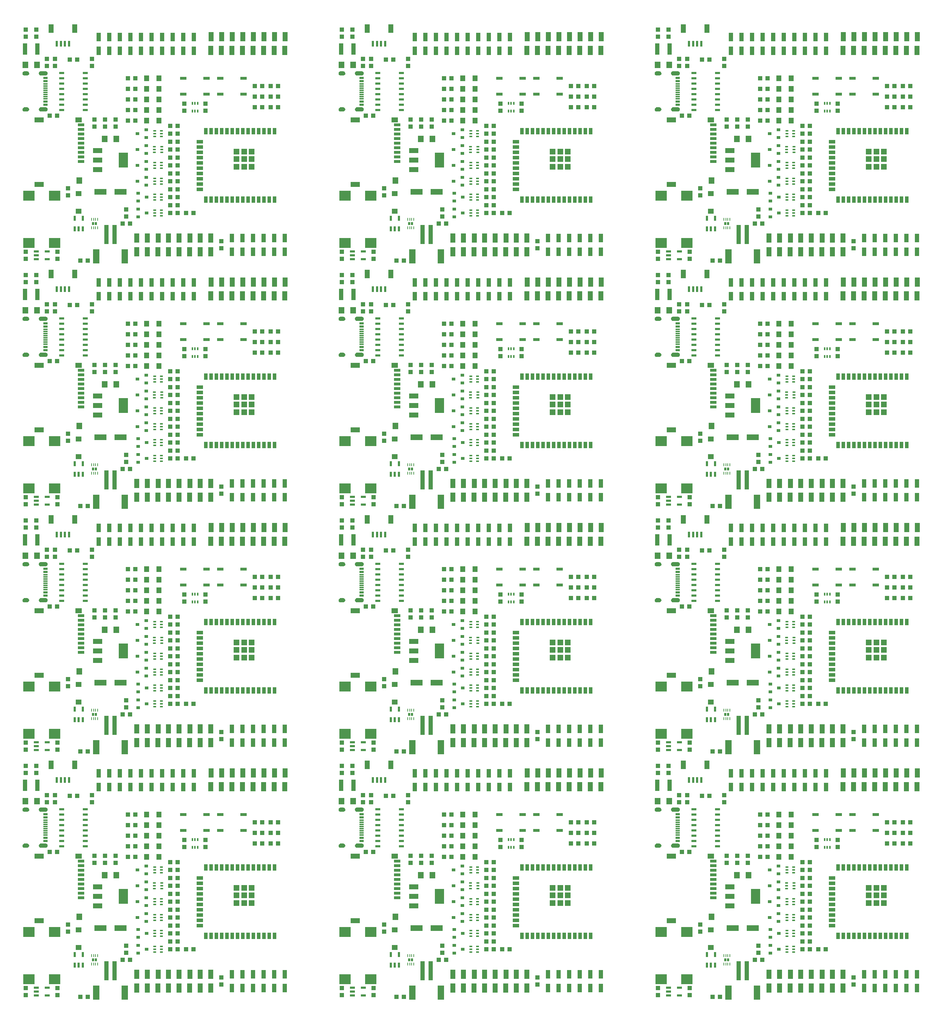
<source format=gtp>
G04 EAGLE Gerber RS-274X export*
G75*
%MOMM*%
%FSLAX34Y34*%
%LPD*%
%INSolderpaste Top*%
%IPPOS*%
%AMOC8*
5,1,8,0,0,1.08239X$1,22.5*%
G01*
%ADD10R,1.000000X1.100000*%
%ADD11R,1.400000X1.600000*%
%ADD12R,1.000000X2.000000*%
%ADD13R,1.200000X2.200000*%
%ADD14R,1.100000X1.000000*%
%ADD15R,1.000000X0.300000*%
%ADD16R,1.000000X0.600000*%
%ADD17R,1.200000X0.600000*%
%ADD18R,1.000000X2.800000*%
%ADD19R,0.300000X0.660000*%
%ADD20R,1.524000X0.762000*%
%ADD21R,1.200000X2.000000*%
%ADD22R,0.600000X1.350000*%
%ADD23R,1.200000X1.400000*%
%ADD24R,0.900000X1.500000*%
%ADD25R,1.500000X0.900000*%
%ADD26R,1.330000X1.330000*%
%ADD27R,1.600000X0.700000*%
%ADD28R,2.200000X1.200000*%
%ADD29R,1.600000X1.200000*%
%ADD30R,3.000000X1.400000*%
%ADD31R,1.470000X1.270000*%
%ADD32R,2.800000X2.400000*%
%ADD33R,2.235200X1.219200*%
%ADD34R,2.200000X3.600000*%
%ADD35R,0.800000X0.400000*%
%ADD36R,0.900000X0.800000*%
%ADD37R,0.660000X0.300000*%
%ADD38R,1.200000X0.550000*%
%ADD39R,0.550000X1.200000*%
%ADD40R,1.000000X4.600000*%
%ADD41R,1.600000X3.400000*%
%ADD42R,0.250000X0.637500*%
%ADD43R,0.500000X0.640000*%

G36*
X819765Y2138694D02*
X819765Y2138694D01*
X819768Y2138691D01*
X820863Y2138871D01*
X820869Y2138877D01*
X820874Y2138874D01*
X821902Y2139293D01*
X821906Y2139300D01*
X821911Y2139298D01*
X822820Y2139936D01*
X822823Y2139943D01*
X822828Y2139943D01*
X823572Y2140766D01*
X823573Y2140774D01*
X823579Y2140775D01*
X824121Y2141743D01*
X824120Y2141752D01*
X824126Y2141754D01*
X824439Y2142818D01*
X824436Y2142826D01*
X824441Y2142829D01*
X824509Y2143937D01*
X824505Y2143944D01*
X824509Y2143947D01*
X824339Y2145055D01*
X824333Y2145061D01*
X824336Y2145066D01*
X823924Y2146108D01*
X823917Y2146112D01*
X823919Y2146117D01*
X823285Y2147042D01*
X823277Y2147044D01*
X823278Y2147050D01*
X822455Y2147810D01*
X822446Y2147811D01*
X822446Y2147817D01*
X821474Y2148374D01*
X821466Y2148373D01*
X821464Y2148379D01*
X820392Y2148706D01*
X820384Y2148703D01*
X820381Y2148708D01*
X819264Y2148789D01*
X819261Y2148788D01*
X819260Y2148789D01*
X807260Y2148789D01*
X807257Y2148787D01*
X807250Y2148787D01*
X807249Y2148788D01*
X806305Y2148569D01*
X806299Y2148563D01*
X806294Y2148565D01*
X805422Y2148142D01*
X805419Y2148134D01*
X805413Y2148136D01*
X804657Y2147529D01*
X804655Y2147521D01*
X804649Y2147521D01*
X804048Y2146761D01*
X804048Y2146752D01*
X804042Y2146751D01*
X803624Y2145876D01*
X803626Y2145868D01*
X803621Y2145866D01*
X803409Y2144920D01*
X803412Y2144913D01*
X803407Y2144909D01*
X803411Y2143940D01*
X803411Y2143939D01*
X803430Y2142871D01*
X803435Y2142864D01*
X803431Y2142860D01*
X803687Y2141823D01*
X803694Y2141818D01*
X803691Y2141812D01*
X804172Y2140858D01*
X804179Y2140855D01*
X804178Y2140849D01*
X804859Y2140026D01*
X804867Y2140024D01*
X804867Y2140018D01*
X805714Y2139367D01*
X805722Y2139367D01*
X805723Y2139361D01*
X806694Y2138914D01*
X806702Y2138916D01*
X806704Y2138911D01*
X807750Y2138692D01*
X807757Y2138695D01*
X807760Y2138691D01*
X819760Y2138691D01*
X819765Y2138694D01*
G37*
G36*
X1579225Y370854D02*
X1579225Y370854D01*
X1579228Y370851D01*
X1580323Y371031D01*
X1580329Y371037D01*
X1580334Y371034D01*
X1581362Y371453D01*
X1581366Y371460D01*
X1581371Y371458D01*
X1582280Y372096D01*
X1582283Y372103D01*
X1582288Y372103D01*
X1583032Y372926D01*
X1583033Y372934D01*
X1583039Y372935D01*
X1583581Y373903D01*
X1583580Y373912D01*
X1583586Y373914D01*
X1583899Y374978D01*
X1583896Y374986D01*
X1583901Y374989D01*
X1583969Y376097D01*
X1583965Y376104D01*
X1583969Y376107D01*
X1583799Y377215D01*
X1583793Y377221D01*
X1583796Y377226D01*
X1583384Y378268D01*
X1583377Y378272D01*
X1583379Y378277D01*
X1582745Y379202D01*
X1582737Y379204D01*
X1582738Y379210D01*
X1581915Y379970D01*
X1581906Y379971D01*
X1581906Y379977D01*
X1580934Y380534D01*
X1580926Y380533D01*
X1580924Y380539D01*
X1579852Y380866D01*
X1579844Y380863D01*
X1579841Y380868D01*
X1578724Y380949D01*
X1578721Y380948D01*
X1578720Y380949D01*
X1566720Y380949D01*
X1566717Y380947D01*
X1566710Y380947D01*
X1566709Y380948D01*
X1565765Y380729D01*
X1565759Y380723D01*
X1565754Y380725D01*
X1564882Y380302D01*
X1564879Y380294D01*
X1564873Y380296D01*
X1564117Y379689D01*
X1564115Y379681D01*
X1564109Y379681D01*
X1563508Y378921D01*
X1563508Y378912D01*
X1563502Y378911D01*
X1563084Y378036D01*
X1563086Y378028D01*
X1563081Y378026D01*
X1562869Y377080D01*
X1562872Y377073D01*
X1562867Y377069D01*
X1562871Y376100D01*
X1562871Y376099D01*
X1562890Y375031D01*
X1562895Y375024D01*
X1562891Y375020D01*
X1563147Y373983D01*
X1563154Y373978D01*
X1563151Y373972D01*
X1563632Y373018D01*
X1563639Y373015D01*
X1563638Y373009D01*
X1564319Y372186D01*
X1564327Y372184D01*
X1564327Y372178D01*
X1565174Y371527D01*
X1565182Y371527D01*
X1565183Y371521D01*
X1566154Y371074D01*
X1566162Y371076D01*
X1566164Y371071D01*
X1567210Y370852D01*
X1567217Y370855D01*
X1567220Y370851D01*
X1579220Y370851D01*
X1579225Y370854D01*
G37*
G36*
X819765Y1549414D02*
X819765Y1549414D01*
X819768Y1549411D01*
X820863Y1549591D01*
X820869Y1549597D01*
X820874Y1549594D01*
X821902Y1550013D01*
X821906Y1550020D01*
X821911Y1550018D01*
X822820Y1550656D01*
X822823Y1550663D01*
X822828Y1550663D01*
X823572Y1551486D01*
X823573Y1551494D01*
X823579Y1551495D01*
X824121Y1552463D01*
X824120Y1552472D01*
X824126Y1552474D01*
X824439Y1553538D01*
X824436Y1553546D01*
X824441Y1553549D01*
X824509Y1554657D01*
X824505Y1554664D01*
X824509Y1554667D01*
X824339Y1555775D01*
X824333Y1555781D01*
X824336Y1555786D01*
X823924Y1556828D01*
X823917Y1556832D01*
X823919Y1556837D01*
X823285Y1557762D01*
X823277Y1557764D01*
X823278Y1557770D01*
X822455Y1558530D01*
X822446Y1558531D01*
X822446Y1558537D01*
X821474Y1559094D01*
X821466Y1559093D01*
X821464Y1559099D01*
X820392Y1559426D01*
X820384Y1559423D01*
X820381Y1559428D01*
X819264Y1559509D01*
X819261Y1559508D01*
X819260Y1559509D01*
X807260Y1559509D01*
X807257Y1559507D01*
X807250Y1559507D01*
X807249Y1559508D01*
X806305Y1559289D01*
X806299Y1559283D01*
X806294Y1559285D01*
X805422Y1558862D01*
X805419Y1558854D01*
X805413Y1558856D01*
X804657Y1558249D01*
X804655Y1558241D01*
X804649Y1558241D01*
X804048Y1557481D01*
X804048Y1557472D01*
X804042Y1557471D01*
X803624Y1556596D01*
X803626Y1556588D01*
X803621Y1556586D01*
X803409Y1555640D01*
X803412Y1555633D01*
X803407Y1555629D01*
X803411Y1554660D01*
X803411Y1554659D01*
X803430Y1553591D01*
X803435Y1553584D01*
X803431Y1553580D01*
X803687Y1552543D01*
X803694Y1552538D01*
X803691Y1552532D01*
X804172Y1551578D01*
X804179Y1551575D01*
X804178Y1551569D01*
X804859Y1550746D01*
X804867Y1550744D01*
X804867Y1550738D01*
X805714Y1550087D01*
X805722Y1550087D01*
X805723Y1550081D01*
X806694Y1549634D01*
X806702Y1549636D01*
X806704Y1549631D01*
X807750Y1549412D01*
X807757Y1549415D01*
X807760Y1549411D01*
X819760Y1549411D01*
X819765Y1549414D01*
G37*
G36*
X1579225Y960134D02*
X1579225Y960134D01*
X1579228Y960131D01*
X1580323Y960311D01*
X1580329Y960317D01*
X1580334Y960314D01*
X1581362Y960733D01*
X1581366Y960740D01*
X1581371Y960738D01*
X1582280Y961376D01*
X1582283Y961383D01*
X1582288Y961383D01*
X1583032Y962206D01*
X1583033Y962214D01*
X1583039Y962215D01*
X1583581Y963183D01*
X1583580Y963192D01*
X1583586Y963194D01*
X1583899Y964258D01*
X1583896Y964266D01*
X1583901Y964269D01*
X1583969Y965377D01*
X1583965Y965384D01*
X1583969Y965387D01*
X1583799Y966495D01*
X1583793Y966501D01*
X1583796Y966506D01*
X1583384Y967548D01*
X1583377Y967552D01*
X1583379Y967557D01*
X1582745Y968482D01*
X1582737Y968484D01*
X1582738Y968490D01*
X1581915Y969250D01*
X1581906Y969251D01*
X1581906Y969257D01*
X1580934Y969814D01*
X1580926Y969813D01*
X1580924Y969819D01*
X1579852Y970146D01*
X1579844Y970143D01*
X1579841Y970148D01*
X1578724Y970229D01*
X1578721Y970228D01*
X1578720Y970229D01*
X1566720Y970229D01*
X1566717Y970227D01*
X1566710Y970227D01*
X1566709Y970228D01*
X1565765Y970009D01*
X1565759Y970003D01*
X1565754Y970005D01*
X1564882Y969582D01*
X1564879Y969574D01*
X1564873Y969576D01*
X1564117Y968969D01*
X1564115Y968961D01*
X1564109Y968961D01*
X1563508Y968201D01*
X1563508Y968192D01*
X1563502Y968191D01*
X1563084Y967316D01*
X1563086Y967308D01*
X1563081Y967306D01*
X1562869Y966360D01*
X1562872Y966353D01*
X1562867Y966349D01*
X1562871Y965380D01*
X1562871Y965379D01*
X1562890Y964311D01*
X1562895Y964304D01*
X1562891Y964300D01*
X1563147Y963263D01*
X1563154Y963258D01*
X1563151Y963252D01*
X1563632Y962298D01*
X1563639Y962295D01*
X1563638Y962289D01*
X1564319Y961466D01*
X1564327Y961464D01*
X1564327Y961458D01*
X1565174Y960807D01*
X1565182Y960807D01*
X1565183Y960801D01*
X1566154Y960354D01*
X1566162Y960356D01*
X1566164Y960351D01*
X1567210Y960132D01*
X1567217Y960135D01*
X1567220Y960131D01*
X1579220Y960131D01*
X1579225Y960134D01*
G37*
G36*
X819765Y960134D02*
X819765Y960134D01*
X819768Y960131D01*
X820863Y960311D01*
X820869Y960317D01*
X820874Y960314D01*
X821902Y960733D01*
X821906Y960740D01*
X821911Y960738D01*
X822820Y961376D01*
X822823Y961383D01*
X822828Y961383D01*
X823572Y962206D01*
X823573Y962214D01*
X823579Y962215D01*
X824121Y963183D01*
X824120Y963192D01*
X824126Y963194D01*
X824439Y964258D01*
X824436Y964266D01*
X824441Y964269D01*
X824509Y965377D01*
X824505Y965384D01*
X824509Y965387D01*
X824339Y966495D01*
X824333Y966501D01*
X824336Y966506D01*
X823924Y967548D01*
X823917Y967552D01*
X823919Y967557D01*
X823285Y968482D01*
X823277Y968484D01*
X823278Y968490D01*
X822455Y969250D01*
X822446Y969251D01*
X822446Y969257D01*
X821474Y969814D01*
X821466Y969813D01*
X821464Y969819D01*
X820392Y970146D01*
X820384Y970143D01*
X820381Y970148D01*
X819264Y970229D01*
X819261Y970228D01*
X819260Y970229D01*
X807260Y970229D01*
X807257Y970227D01*
X807250Y970227D01*
X807249Y970228D01*
X806305Y970009D01*
X806299Y970003D01*
X806294Y970005D01*
X805422Y969582D01*
X805419Y969574D01*
X805413Y969576D01*
X804657Y968969D01*
X804655Y968961D01*
X804649Y968961D01*
X804048Y968201D01*
X804048Y968192D01*
X804042Y968191D01*
X803624Y967316D01*
X803626Y967308D01*
X803621Y967306D01*
X803409Y966360D01*
X803412Y966353D01*
X803407Y966349D01*
X803411Y965380D01*
X803411Y965379D01*
X803430Y964311D01*
X803435Y964304D01*
X803431Y964300D01*
X803687Y963263D01*
X803694Y963258D01*
X803691Y963252D01*
X804172Y962298D01*
X804179Y962295D01*
X804178Y962289D01*
X804859Y961466D01*
X804867Y961464D01*
X804867Y961458D01*
X805714Y960807D01*
X805722Y960807D01*
X805723Y960801D01*
X806694Y960354D01*
X806702Y960356D01*
X806704Y960351D01*
X807750Y960132D01*
X807757Y960135D01*
X807760Y960131D01*
X819760Y960131D01*
X819765Y960134D01*
G37*
G36*
X819765Y370854D02*
X819765Y370854D01*
X819768Y370851D01*
X820863Y371031D01*
X820869Y371037D01*
X820874Y371034D01*
X821902Y371453D01*
X821906Y371460D01*
X821911Y371458D01*
X822820Y372096D01*
X822823Y372103D01*
X822828Y372103D01*
X823572Y372926D01*
X823573Y372934D01*
X823579Y372935D01*
X824121Y373903D01*
X824120Y373912D01*
X824126Y373914D01*
X824439Y374978D01*
X824436Y374986D01*
X824441Y374989D01*
X824509Y376097D01*
X824505Y376104D01*
X824509Y376107D01*
X824339Y377215D01*
X824333Y377221D01*
X824336Y377226D01*
X823924Y378268D01*
X823917Y378272D01*
X823919Y378277D01*
X823285Y379202D01*
X823277Y379204D01*
X823278Y379210D01*
X822455Y379970D01*
X822446Y379971D01*
X822446Y379977D01*
X821474Y380534D01*
X821466Y380533D01*
X821464Y380539D01*
X820392Y380866D01*
X820384Y380863D01*
X820381Y380868D01*
X819264Y380949D01*
X819261Y380948D01*
X819260Y380949D01*
X807260Y380949D01*
X807257Y380947D01*
X807250Y380947D01*
X807249Y380948D01*
X806305Y380729D01*
X806299Y380723D01*
X806294Y380725D01*
X805422Y380302D01*
X805419Y380294D01*
X805413Y380296D01*
X804657Y379689D01*
X804655Y379681D01*
X804649Y379681D01*
X804048Y378921D01*
X804048Y378912D01*
X804042Y378911D01*
X803624Y378036D01*
X803626Y378028D01*
X803621Y378026D01*
X803409Y377080D01*
X803412Y377073D01*
X803407Y377069D01*
X803411Y376100D01*
X803411Y376099D01*
X803430Y375031D01*
X803435Y375024D01*
X803431Y375020D01*
X803687Y373983D01*
X803694Y373978D01*
X803691Y373972D01*
X804172Y373018D01*
X804179Y373015D01*
X804178Y373009D01*
X804859Y372186D01*
X804867Y372184D01*
X804867Y372178D01*
X805714Y371527D01*
X805722Y371527D01*
X805723Y371521D01*
X806694Y371074D01*
X806702Y371076D01*
X806704Y371071D01*
X807750Y370852D01*
X807757Y370855D01*
X807760Y370851D01*
X819760Y370851D01*
X819765Y370854D01*
G37*
G36*
X60305Y370854D02*
X60305Y370854D01*
X60308Y370851D01*
X61403Y371031D01*
X61409Y371037D01*
X61414Y371034D01*
X62442Y371453D01*
X62446Y371460D01*
X62451Y371458D01*
X63360Y372096D01*
X63363Y372103D01*
X63368Y372103D01*
X64112Y372926D01*
X64113Y372934D01*
X64119Y372935D01*
X64661Y373903D01*
X64660Y373912D01*
X64666Y373914D01*
X64979Y374978D01*
X64976Y374986D01*
X64981Y374989D01*
X65049Y376097D01*
X65045Y376104D01*
X65049Y376107D01*
X64879Y377215D01*
X64873Y377221D01*
X64876Y377226D01*
X64464Y378268D01*
X64457Y378272D01*
X64459Y378277D01*
X63825Y379202D01*
X63817Y379204D01*
X63818Y379210D01*
X62995Y379970D01*
X62986Y379971D01*
X62986Y379977D01*
X62014Y380534D01*
X62006Y380533D01*
X62004Y380539D01*
X60932Y380866D01*
X60924Y380863D01*
X60921Y380868D01*
X59804Y380949D01*
X59801Y380948D01*
X59800Y380949D01*
X47800Y380949D01*
X47797Y380947D01*
X47790Y380947D01*
X47789Y380948D01*
X46845Y380729D01*
X46839Y380723D01*
X46834Y380725D01*
X45962Y380302D01*
X45959Y380294D01*
X45953Y380296D01*
X45197Y379689D01*
X45195Y379681D01*
X45189Y379681D01*
X44588Y378921D01*
X44588Y378912D01*
X44582Y378911D01*
X44164Y378036D01*
X44166Y378028D01*
X44161Y378026D01*
X43949Y377080D01*
X43952Y377073D01*
X43947Y377069D01*
X43951Y376100D01*
X43951Y376099D01*
X43970Y375031D01*
X43975Y375024D01*
X43971Y375020D01*
X44227Y373983D01*
X44234Y373978D01*
X44231Y373972D01*
X44712Y373018D01*
X44719Y373015D01*
X44718Y373009D01*
X45399Y372186D01*
X45407Y372184D01*
X45407Y372178D01*
X46254Y371527D01*
X46262Y371527D01*
X46263Y371521D01*
X47234Y371074D01*
X47242Y371076D01*
X47244Y371071D01*
X48290Y370852D01*
X48297Y370855D01*
X48300Y370851D01*
X60300Y370851D01*
X60305Y370854D01*
G37*
G36*
X1579225Y1549414D02*
X1579225Y1549414D01*
X1579228Y1549411D01*
X1580323Y1549591D01*
X1580329Y1549597D01*
X1580334Y1549594D01*
X1581362Y1550013D01*
X1581366Y1550020D01*
X1581371Y1550018D01*
X1582280Y1550656D01*
X1582283Y1550663D01*
X1582288Y1550663D01*
X1583032Y1551486D01*
X1583033Y1551494D01*
X1583039Y1551495D01*
X1583581Y1552463D01*
X1583580Y1552472D01*
X1583586Y1552474D01*
X1583899Y1553538D01*
X1583896Y1553546D01*
X1583901Y1553549D01*
X1583969Y1554657D01*
X1583965Y1554664D01*
X1583969Y1554667D01*
X1583799Y1555775D01*
X1583793Y1555781D01*
X1583796Y1555786D01*
X1583384Y1556828D01*
X1583377Y1556832D01*
X1583379Y1556837D01*
X1582745Y1557762D01*
X1582737Y1557764D01*
X1582738Y1557770D01*
X1581915Y1558530D01*
X1581906Y1558531D01*
X1581906Y1558537D01*
X1580934Y1559094D01*
X1580926Y1559093D01*
X1580924Y1559099D01*
X1579852Y1559426D01*
X1579844Y1559423D01*
X1579841Y1559428D01*
X1578724Y1559509D01*
X1578721Y1559508D01*
X1578720Y1559509D01*
X1566720Y1559509D01*
X1566717Y1559507D01*
X1566710Y1559507D01*
X1566709Y1559508D01*
X1565765Y1559289D01*
X1565759Y1559283D01*
X1565754Y1559285D01*
X1564882Y1558862D01*
X1564879Y1558854D01*
X1564873Y1558856D01*
X1564117Y1558249D01*
X1564115Y1558241D01*
X1564109Y1558241D01*
X1563508Y1557481D01*
X1563508Y1557472D01*
X1563502Y1557471D01*
X1563084Y1556596D01*
X1563086Y1556588D01*
X1563081Y1556586D01*
X1562869Y1555640D01*
X1562872Y1555633D01*
X1562867Y1555629D01*
X1562871Y1554660D01*
X1562871Y1554659D01*
X1562890Y1553591D01*
X1562895Y1553584D01*
X1562891Y1553580D01*
X1563147Y1552543D01*
X1563154Y1552538D01*
X1563151Y1552532D01*
X1563632Y1551578D01*
X1563639Y1551575D01*
X1563638Y1551569D01*
X1564319Y1550746D01*
X1564327Y1550744D01*
X1564327Y1550738D01*
X1565174Y1550087D01*
X1565182Y1550087D01*
X1565183Y1550081D01*
X1566154Y1549634D01*
X1566162Y1549636D01*
X1566164Y1549631D01*
X1567210Y1549412D01*
X1567217Y1549415D01*
X1567220Y1549411D01*
X1579220Y1549411D01*
X1579225Y1549414D01*
G37*
G36*
X60305Y1549414D02*
X60305Y1549414D01*
X60308Y1549411D01*
X61403Y1549591D01*
X61409Y1549597D01*
X61414Y1549594D01*
X62442Y1550013D01*
X62446Y1550020D01*
X62451Y1550018D01*
X63360Y1550656D01*
X63363Y1550663D01*
X63368Y1550663D01*
X64112Y1551486D01*
X64113Y1551494D01*
X64119Y1551495D01*
X64661Y1552463D01*
X64660Y1552472D01*
X64666Y1552474D01*
X64979Y1553538D01*
X64976Y1553546D01*
X64981Y1553549D01*
X65049Y1554657D01*
X65045Y1554664D01*
X65049Y1554667D01*
X64879Y1555775D01*
X64873Y1555781D01*
X64876Y1555786D01*
X64464Y1556828D01*
X64457Y1556832D01*
X64459Y1556837D01*
X63825Y1557762D01*
X63817Y1557764D01*
X63818Y1557770D01*
X62995Y1558530D01*
X62986Y1558531D01*
X62986Y1558537D01*
X62014Y1559094D01*
X62006Y1559093D01*
X62004Y1559099D01*
X60932Y1559426D01*
X60924Y1559423D01*
X60921Y1559428D01*
X59804Y1559509D01*
X59801Y1559508D01*
X59800Y1559509D01*
X47800Y1559509D01*
X47797Y1559507D01*
X47790Y1559507D01*
X47789Y1559508D01*
X46845Y1559289D01*
X46839Y1559283D01*
X46834Y1559285D01*
X45962Y1558862D01*
X45959Y1558854D01*
X45953Y1558856D01*
X45197Y1558249D01*
X45195Y1558241D01*
X45189Y1558241D01*
X44588Y1557481D01*
X44588Y1557472D01*
X44582Y1557471D01*
X44164Y1556596D01*
X44166Y1556588D01*
X44161Y1556586D01*
X43949Y1555640D01*
X43952Y1555633D01*
X43947Y1555629D01*
X43951Y1554660D01*
X43951Y1554659D01*
X43970Y1553591D01*
X43975Y1553584D01*
X43971Y1553580D01*
X44227Y1552543D01*
X44234Y1552538D01*
X44231Y1552532D01*
X44712Y1551578D01*
X44719Y1551575D01*
X44718Y1551569D01*
X45399Y1550746D01*
X45407Y1550744D01*
X45407Y1550738D01*
X46254Y1550087D01*
X46262Y1550087D01*
X46263Y1550081D01*
X47234Y1549634D01*
X47242Y1549636D01*
X47244Y1549631D01*
X48290Y1549412D01*
X48297Y1549415D01*
X48300Y1549411D01*
X60300Y1549411D01*
X60305Y1549414D01*
G37*
G36*
X60305Y2138694D02*
X60305Y2138694D01*
X60308Y2138691D01*
X61403Y2138871D01*
X61409Y2138877D01*
X61414Y2138874D01*
X62442Y2139293D01*
X62446Y2139300D01*
X62451Y2139298D01*
X63360Y2139936D01*
X63363Y2139943D01*
X63368Y2139943D01*
X64112Y2140766D01*
X64113Y2140774D01*
X64119Y2140775D01*
X64661Y2141743D01*
X64660Y2141752D01*
X64666Y2141754D01*
X64979Y2142818D01*
X64976Y2142826D01*
X64981Y2142829D01*
X65049Y2143937D01*
X65045Y2143944D01*
X65049Y2143947D01*
X64879Y2145055D01*
X64873Y2145061D01*
X64876Y2145066D01*
X64464Y2146108D01*
X64457Y2146112D01*
X64459Y2146117D01*
X63825Y2147042D01*
X63817Y2147044D01*
X63818Y2147050D01*
X62995Y2147810D01*
X62986Y2147811D01*
X62986Y2147817D01*
X62014Y2148374D01*
X62006Y2148373D01*
X62004Y2148379D01*
X60932Y2148706D01*
X60924Y2148703D01*
X60921Y2148708D01*
X59804Y2148789D01*
X59801Y2148788D01*
X59800Y2148789D01*
X47800Y2148789D01*
X47797Y2148787D01*
X47790Y2148787D01*
X47789Y2148788D01*
X46845Y2148569D01*
X46839Y2148563D01*
X46834Y2148565D01*
X45962Y2148142D01*
X45959Y2148134D01*
X45953Y2148136D01*
X45197Y2147529D01*
X45195Y2147521D01*
X45189Y2147521D01*
X44588Y2146761D01*
X44588Y2146752D01*
X44582Y2146751D01*
X44164Y2145876D01*
X44166Y2145868D01*
X44161Y2145866D01*
X43949Y2144920D01*
X43952Y2144913D01*
X43947Y2144909D01*
X43951Y2143940D01*
X43951Y2143939D01*
X43970Y2142871D01*
X43975Y2142864D01*
X43971Y2142860D01*
X44227Y2141823D01*
X44234Y2141818D01*
X44231Y2141812D01*
X44712Y2140858D01*
X44719Y2140855D01*
X44718Y2140849D01*
X45399Y2140026D01*
X45407Y2140024D01*
X45407Y2140018D01*
X46254Y2139367D01*
X46262Y2139367D01*
X46263Y2139361D01*
X47234Y2138914D01*
X47242Y2138916D01*
X47244Y2138911D01*
X48290Y2138692D01*
X48297Y2138695D01*
X48300Y2138691D01*
X60300Y2138691D01*
X60305Y2138694D01*
G37*
G36*
X1579225Y2138694D02*
X1579225Y2138694D01*
X1579228Y2138691D01*
X1580323Y2138871D01*
X1580329Y2138877D01*
X1580334Y2138874D01*
X1581362Y2139293D01*
X1581366Y2139300D01*
X1581371Y2139298D01*
X1582280Y2139936D01*
X1582283Y2139943D01*
X1582288Y2139943D01*
X1583032Y2140766D01*
X1583033Y2140774D01*
X1583039Y2140775D01*
X1583581Y2141743D01*
X1583580Y2141752D01*
X1583586Y2141754D01*
X1583899Y2142818D01*
X1583896Y2142826D01*
X1583901Y2142829D01*
X1583969Y2143937D01*
X1583965Y2143944D01*
X1583969Y2143947D01*
X1583799Y2145055D01*
X1583793Y2145061D01*
X1583796Y2145066D01*
X1583384Y2146108D01*
X1583377Y2146112D01*
X1583379Y2146117D01*
X1582745Y2147042D01*
X1582737Y2147044D01*
X1582738Y2147050D01*
X1581915Y2147810D01*
X1581906Y2147811D01*
X1581906Y2147817D01*
X1580934Y2148374D01*
X1580926Y2148373D01*
X1580924Y2148379D01*
X1579852Y2148706D01*
X1579844Y2148703D01*
X1579841Y2148708D01*
X1578724Y2148789D01*
X1578721Y2148788D01*
X1578720Y2148789D01*
X1566720Y2148789D01*
X1566717Y2148787D01*
X1566710Y2148787D01*
X1566709Y2148788D01*
X1565765Y2148569D01*
X1565759Y2148563D01*
X1565754Y2148565D01*
X1564882Y2148142D01*
X1564879Y2148134D01*
X1564873Y2148136D01*
X1564117Y2147529D01*
X1564115Y2147521D01*
X1564109Y2147521D01*
X1563508Y2146761D01*
X1563508Y2146752D01*
X1563502Y2146751D01*
X1563084Y2145876D01*
X1563086Y2145868D01*
X1563081Y2145866D01*
X1562869Y2144920D01*
X1562872Y2144913D01*
X1562867Y2144909D01*
X1562871Y2143940D01*
X1562871Y2143939D01*
X1562890Y2142871D01*
X1562895Y2142864D01*
X1562891Y2142860D01*
X1563147Y2141823D01*
X1563154Y2141818D01*
X1563151Y2141812D01*
X1563632Y2140858D01*
X1563639Y2140855D01*
X1563638Y2140849D01*
X1564319Y2140026D01*
X1564327Y2140024D01*
X1564327Y2140018D01*
X1565174Y2139367D01*
X1565182Y2139367D01*
X1565183Y2139361D01*
X1566154Y2138914D01*
X1566162Y2138916D01*
X1566164Y2138911D01*
X1567210Y2138692D01*
X1567217Y2138695D01*
X1567220Y2138691D01*
X1579220Y2138691D01*
X1579225Y2138694D01*
G37*
G36*
X60305Y960134D02*
X60305Y960134D01*
X60308Y960131D01*
X61403Y960311D01*
X61409Y960317D01*
X61414Y960314D01*
X62442Y960733D01*
X62446Y960740D01*
X62451Y960738D01*
X63360Y961376D01*
X63363Y961383D01*
X63368Y961383D01*
X64112Y962206D01*
X64113Y962214D01*
X64119Y962215D01*
X64661Y963183D01*
X64660Y963192D01*
X64666Y963194D01*
X64979Y964258D01*
X64976Y964266D01*
X64981Y964269D01*
X65049Y965377D01*
X65045Y965384D01*
X65049Y965387D01*
X64879Y966495D01*
X64873Y966501D01*
X64876Y966506D01*
X64464Y967548D01*
X64457Y967552D01*
X64459Y967557D01*
X63825Y968482D01*
X63817Y968484D01*
X63818Y968490D01*
X62995Y969250D01*
X62986Y969251D01*
X62986Y969257D01*
X62014Y969814D01*
X62006Y969813D01*
X62004Y969819D01*
X60932Y970146D01*
X60924Y970143D01*
X60921Y970148D01*
X59804Y970229D01*
X59801Y970228D01*
X59800Y970229D01*
X47800Y970229D01*
X47797Y970227D01*
X47790Y970227D01*
X47789Y970228D01*
X46845Y970009D01*
X46839Y970003D01*
X46834Y970005D01*
X45962Y969582D01*
X45959Y969574D01*
X45953Y969576D01*
X45197Y968969D01*
X45195Y968961D01*
X45189Y968961D01*
X44588Y968201D01*
X44588Y968192D01*
X44582Y968191D01*
X44164Y967316D01*
X44166Y967308D01*
X44161Y967306D01*
X43949Y966360D01*
X43952Y966353D01*
X43947Y966349D01*
X43951Y965380D01*
X43951Y965379D01*
X43970Y964311D01*
X43975Y964304D01*
X43971Y964300D01*
X44227Y963263D01*
X44234Y963258D01*
X44231Y963252D01*
X44712Y962298D01*
X44719Y962295D01*
X44718Y962289D01*
X45399Y961466D01*
X45407Y961464D01*
X45407Y961458D01*
X46254Y960807D01*
X46262Y960807D01*
X46263Y960801D01*
X47234Y960354D01*
X47242Y960356D01*
X47244Y960351D01*
X48290Y960132D01*
X48297Y960135D01*
X48300Y960131D01*
X60300Y960131D01*
X60305Y960134D01*
G37*
G36*
X819765Y457255D02*
X819765Y457255D01*
X819768Y457251D01*
X820874Y457444D01*
X820879Y457449D01*
X820879Y457450D01*
X820884Y457447D01*
X821919Y457880D01*
X821923Y457887D01*
X821928Y457885D01*
X822841Y458538D01*
X822843Y458546D01*
X822849Y458545D01*
X823593Y459384D01*
X823594Y459393D01*
X823599Y459393D01*
X824138Y460377D01*
X824137Y460385D01*
X824138Y460386D01*
X824142Y460387D01*
X824143Y460389D01*
X824325Y461030D01*
X824449Y461466D01*
X824447Y461471D01*
X824449Y461473D01*
X824447Y461475D01*
X824451Y461477D01*
X824509Y462597D01*
X824506Y462602D01*
X824509Y462606D01*
X824391Y463651D01*
X824385Y463657D01*
X824389Y463662D01*
X824041Y464656D01*
X824034Y464660D01*
X824036Y464665D01*
X823476Y465557D01*
X823469Y465560D01*
X823469Y465565D01*
X822725Y466309D01*
X822717Y466311D01*
X822717Y466316D01*
X821825Y466876D01*
X821817Y466876D01*
X821816Y466881D01*
X820822Y467229D01*
X820814Y467226D01*
X820811Y467231D01*
X819766Y467349D01*
X819762Y467347D01*
X819760Y467349D01*
X807760Y467349D01*
X807757Y467347D01*
X807754Y467347D01*
X807752Y467349D01*
X806756Y467191D01*
X806750Y467185D01*
X806745Y467188D01*
X805809Y466813D01*
X805805Y466806D01*
X805799Y466808D01*
X804970Y466234D01*
X804967Y466226D01*
X804962Y466227D01*
X804281Y465483D01*
X804280Y465474D01*
X804274Y465474D01*
X803776Y464597D01*
X803777Y464589D01*
X803772Y464586D01*
X803584Y463962D01*
X803481Y463621D01*
X803482Y463618D01*
X803481Y463617D01*
X803484Y463613D01*
X803479Y463610D01*
X803411Y462603D01*
X803412Y462601D01*
X803411Y462600D01*
X803420Y461519D01*
X803425Y461512D01*
X803421Y461508D01*
X803671Y460456D01*
X803677Y460451D01*
X803674Y460446D01*
X804151Y459476D01*
X804159Y459473D01*
X804157Y459467D01*
X804838Y458628D01*
X804846Y458626D01*
X804846Y458620D01*
X805697Y457954D01*
X805705Y457953D01*
X805706Y457948D01*
X806683Y457487D01*
X806691Y457489D01*
X806694Y457484D01*
X807749Y457252D01*
X807757Y457255D01*
X807760Y457251D01*
X819760Y457251D01*
X819765Y457255D01*
G37*
G36*
X1579225Y1046535D02*
X1579225Y1046535D01*
X1579228Y1046531D01*
X1580334Y1046724D01*
X1580339Y1046729D01*
X1580339Y1046730D01*
X1580344Y1046727D01*
X1581379Y1047160D01*
X1581383Y1047167D01*
X1581388Y1047165D01*
X1582301Y1047818D01*
X1582303Y1047826D01*
X1582309Y1047825D01*
X1583053Y1048664D01*
X1583054Y1048673D01*
X1583059Y1048673D01*
X1583598Y1049657D01*
X1583597Y1049665D01*
X1583598Y1049666D01*
X1583602Y1049667D01*
X1583603Y1049669D01*
X1583785Y1050310D01*
X1583909Y1050746D01*
X1583907Y1050751D01*
X1583909Y1050753D01*
X1583907Y1050755D01*
X1583911Y1050757D01*
X1583969Y1051877D01*
X1583966Y1051882D01*
X1583969Y1051886D01*
X1583851Y1052931D01*
X1583845Y1052937D01*
X1583849Y1052942D01*
X1583501Y1053936D01*
X1583494Y1053940D01*
X1583496Y1053945D01*
X1582936Y1054837D01*
X1582929Y1054840D01*
X1582929Y1054845D01*
X1582185Y1055589D01*
X1582177Y1055591D01*
X1582177Y1055596D01*
X1581285Y1056156D01*
X1581277Y1056156D01*
X1581276Y1056161D01*
X1580282Y1056509D01*
X1580274Y1056506D01*
X1580271Y1056511D01*
X1579226Y1056629D01*
X1579222Y1056627D01*
X1579220Y1056629D01*
X1567220Y1056629D01*
X1567217Y1056627D01*
X1567214Y1056627D01*
X1567212Y1056629D01*
X1566216Y1056471D01*
X1566210Y1056465D01*
X1566205Y1056468D01*
X1565269Y1056093D01*
X1565265Y1056086D01*
X1565259Y1056088D01*
X1564430Y1055514D01*
X1564427Y1055506D01*
X1564422Y1055507D01*
X1563741Y1054763D01*
X1563740Y1054754D01*
X1563734Y1054754D01*
X1563236Y1053877D01*
X1563237Y1053869D01*
X1563232Y1053866D01*
X1563044Y1053242D01*
X1562941Y1052901D01*
X1562942Y1052898D01*
X1562941Y1052897D01*
X1562944Y1052893D01*
X1562939Y1052890D01*
X1562871Y1051883D01*
X1562872Y1051881D01*
X1562871Y1051880D01*
X1562880Y1050799D01*
X1562885Y1050792D01*
X1562881Y1050788D01*
X1563131Y1049736D01*
X1563137Y1049731D01*
X1563134Y1049726D01*
X1563611Y1048756D01*
X1563619Y1048753D01*
X1563617Y1048747D01*
X1564298Y1047908D01*
X1564306Y1047906D01*
X1564306Y1047900D01*
X1565157Y1047234D01*
X1565165Y1047233D01*
X1565166Y1047228D01*
X1566143Y1046767D01*
X1566151Y1046769D01*
X1566154Y1046764D01*
X1567209Y1046532D01*
X1567217Y1046535D01*
X1567220Y1046531D01*
X1579220Y1046531D01*
X1579225Y1046535D01*
G37*
G36*
X60305Y2225095D02*
X60305Y2225095D01*
X60308Y2225091D01*
X61414Y2225284D01*
X61419Y2225289D01*
X61419Y2225290D01*
X61424Y2225287D01*
X62459Y2225720D01*
X62463Y2225727D01*
X62468Y2225725D01*
X63381Y2226378D01*
X63383Y2226386D01*
X63389Y2226385D01*
X64133Y2227224D01*
X64134Y2227233D01*
X64139Y2227233D01*
X64678Y2228217D01*
X64677Y2228225D01*
X64678Y2228226D01*
X64682Y2228227D01*
X64683Y2228229D01*
X64865Y2228870D01*
X64989Y2229306D01*
X64987Y2229311D01*
X64989Y2229313D01*
X64987Y2229315D01*
X64991Y2229317D01*
X65049Y2230437D01*
X65046Y2230442D01*
X65049Y2230446D01*
X64931Y2231491D01*
X64925Y2231497D01*
X64929Y2231502D01*
X64581Y2232496D01*
X64574Y2232500D01*
X64576Y2232505D01*
X64016Y2233397D01*
X64009Y2233400D01*
X64009Y2233405D01*
X63265Y2234149D01*
X63257Y2234151D01*
X63257Y2234156D01*
X62365Y2234716D01*
X62357Y2234716D01*
X62356Y2234721D01*
X61362Y2235069D01*
X61354Y2235066D01*
X61351Y2235071D01*
X60306Y2235189D01*
X60302Y2235187D01*
X60300Y2235189D01*
X48300Y2235189D01*
X48297Y2235187D01*
X48294Y2235187D01*
X48292Y2235189D01*
X47296Y2235031D01*
X47290Y2235025D01*
X47285Y2235028D01*
X46349Y2234653D01*
X46345Y2234646D01*
X46339Y2234648D01*
X45510Y2234074D01*
X45507Y2234066D01*
X45502Y2234067D01*
X44821Y2233323D01*
X44820Y2233314D01*
X44814Y2233314D01*
X44316Y2232437D01*
X44317Y2232429D01*
X44312Y2232426D01*
X44124Y2231802D01*
X44021Y2231461D01*
X44022Y2231458D01*
X44021Y2231457D01*
X44024Y2231453D01*
X44019Y2231450D01*
X43951Y2230443D01*
X43952Y2230441D01*
X43951Y2230440D01*
X43960Y2229359D01*
X43965Y2229352D01*
X43961Y2229348D01*
X44211Y2228296D01*
X44217Y2228291D01*
X44214Y2228286D01*
X44691Y2227316D01*
X44699Y2227313D01*
X44697Y2227307D01*
X45378Y2226468D01*
X45386Y2226466D01*
X45386Y2226460D01*
X46237Y2225794D01*
X46245Y2225793D01*
X46246Y2225788D01*
X47223Y2225327D01*
X47231Y2225329D01*
X47234Y2225324D01*
X48289Y2225092D01*
X48297Y2225095D01*
X48300Y2225091D01*
X60300Y2225091D01*
X60305Y2225095D01*
G37*
G36*
X819765Y2225095D02*
X819765Y2225095D01*
X819768Y2225091D01*
X820874Y2225284D01*
X820879Y2225289D01*
X820879Y2225290D01*
X820884Y2225287D01*
X821919Y2225720D01*
X821923Y2225727D01*
X821928Y2225725D01*
X822841Y2226378D01*
X822843Y2226386D01*
X822849Y2226385D01*
X823593Y2227224D01*
X823594Y2227233D01*
X823599Y2227233D01*
X824138Y2228217D01*
X824137Y2228225D01*
X824138Y2228226D01*
X824142Y2228227D01*
X824143Y2228229D01*
X824325Y2228870D01*
X824449Y2229306D01*
X824447Y2229311D01*
X824449Y2229313D01*
X824447Y2229315D01*
X824451Y2229317D01*
X824509Y2230437D01*
X824506Y2230442D01*
X824509Y2230446D01*
X824391Y2231491D01*
X824385Y2231497D01*
X824389Y2231502D01*
X824041Y2232496D01*
X824034Y2232500D01*
X824036Y2232505D01*
X823476Y2233397D01*
X823469Y2233400D01*
X823469Y2233405D01*
X822725Y2234149D01*
X822717Y2234151D01*
X822717Y2234156D01*
X821825Y2234716D01*
X821817Y2234716D01*
X821816Y2234721D01*
X820822Y2235069D01*
X820814Y2235066D01*
X820811Y2235071D01*
X819766Y2235189D01*
X819762Y2235187D01*
X819760Y2235189D01*
X807760Y2235189D01*
X807757Y2235187D01*
X807754Y2235187D01*
X807752Y2235189D01*
X806756Y2235031D01*
X806750Y2235025D01*
X806745Y2235028D01*
X805809Y2234653D01*
X805805Y2234646D01*
X805799Y2234648D01*
X804970Y2234074D01*
X804967Y2234066D01*
X804962Y2234067D01*
X804281Y2233323D01*
X804280Y2233314D01*
X804274Y2233314D01*
X803776Y2232437D01*
X803777Y2232429D01*
X803772Y2232426D01*
X803584Y2231802D01*
X803481Y2231461D01*
X803482Y2231458D01*
X803481Y2231457D01*
X803484Y2231453D01*
X803479Y2231450D01*
X803411Y2230443D01*
X803412Y2230441D01*
X803411Y2230440D01*
X803420Y2229359D01*
X803425Y2229352D01*
X803421Y2229348D01*
X803671Y2228296D01*
X803677Y2228291D01*
X803674Y2228286D01*
X804151Y2227316D01*
X804159Y2227313D01*
X804157Y2227307D01*
X804838Y2226468D01*
X804846Y2226466D01*
X804846Y2226460D01*
X805697Y2225794D01*
X805705Y2225793D01*
X805706Y2225788D01*
X806683Y2225327D01*
X806691Y2225329D01*
X806694Y2225324D01*
X807749Y2225092D01*
X807757Y2225095D01*
X807760Y2225091D01*
X819760Y2225091D01*
X819765Y2225095D01*
G37*
G36*
X60305Y1046535D02*
X60305Y1046535D01*
X60308Y1046531D01*
X61414Y1046724D01*
X61419Y1046729D01*
X61419Y1046730D01*
X61424Y1046727D01*
X62459Y1047160D01*
X62463Y1047167D01*
X62468Y1047165D01*
X63381Y1047818D01*
X63383Y1047826D01*
X63389Y1047825D01*
X64133Y1048664D01*
X64134Y1048673D01*
X64139Y1048673D01*
X64678Y1049657D01*
X64677Y1049665D01*
X64678Y1049666D01*
X64682Y1049667D01*
X64683Y1049669D01*
X64865Y1050310D01*
X64989Y1050746D01*
X64987Y1050751D01*
X64989Y1050753D01*
X64987Y1050755D01*
X64991Y1050757D01*
X65049Y1051877D01*
X65046Y1051882D01*
X65049Y1051886D01*
X64931Y1052931D01*
X64925Y1052937D01*
X64929Y1052942D01*
X64581Y1053936D01*
X64574Y1053940D01*
X64576Y1053945D01*
X64016Y1054837D01*
X64009Y1054840D01*
X64009Y1054845D01*
X63265Y1055589D01*
X63257Y1055591D01*
X63257Y1055596D01*
X62365Y1056156D01*
X62357Y1056156D01*
X62356Y1056161D01*
X61362Y1056509D01*
X61354Y1056506D01*
X61351Y1056511D01*
X60306Y1056629D01*
X60302Y1056627D01*
X60300Y1056629D01*
X48300Y1056629D01*
X48297Y1056627D01*
X48294Y1056627D01*
X48292Y1056629D01*
X47296Y1056471D01*
X47290Y1056465D01*
X47285Y1056468D01*
X46349Y1056093D01*
X46345Y1056086D01*
X46339Y1056088D01*
X45510Y1055514D01*
X45507Y1055506D01*
X45502Y1055507D01*
X44821Y1054763D01*
X44820Y1054754D01*
X44814Y1054754D01*
X44316Y1053877D01*
X44317Y1053869D01*
X44312Y1053866D01*
X44124Y1053242D01*
X44021Y1052901D01*
X44022Y1052898D01*
X44021Y1052897D01*
X44024Y1052893D01*
X44019Y1052890D01*
X43951Y1051883D01*
X43952Y1051881D01*
X43951Y1051880D01*
X43960Y1050799D01*
X43965Y1050792D01*
X43961Y1050788D01*
X44211Y1049736D01*
X44217Y1049731D01*
X44214Y1049726D01*
X44691Y1048756D01*
X44699Y1048753D01*
X44697Y1048747D01*
X45378Y1047908D01*
X45386Y1047906D01*
X45386Y1047900D01*
X46237Y1047234D01*
X46245Y1047233D01*
X46246Y1047228D01*
X47223Y1046767D01*
X47231Y1046769D01*
X47234Y1046764D01*
X48289Y1046532D01*
X48297Y1046535D01*
X48300Y1046531D01*
X60300Y1046531D01*
X60305Y1046535D01*
G37*
G36*
X1579225Y2225095D02*
X1579225Y2225095D01*
X1579228Y2225091D01*
X1580334Y2225284D01*
X1580339Y2225289D01*
X1580339Y2225290D01*
X1580344Y2225287D01*
X1581379Y2225720D01*
X1581383Y2225727D01*
X1581388Y2225725D01*
X1582301Y2226378D01*
X1582303Y2226386D01*
X1582309Y2226385D01*
X1583053Y2227224D01*
X1583054Y2227233D01*
X1583059Y2227233D01*
X1583598Y2228217D01*
X1583597Y2228225D01*
X1583598Y2228226D01*
X1583602Y2228227D01*
X1583603Y2228229D01*
X1583785Y2228870D01*
X1583909Y2229306D01*
X1583907Y2229311D01*
X1583909Y2229313D01*
X1583907Y2229315D01*
X1583911Y2229317D01*
X1583969Y2230437D01*
X1583966Y2230442D01*
X1583969Y2230446D01*
X1583851Y2231491D01*
X1583845Y2231497D01*
X1583849Y2231502D01*
X1583501Y2232496D01*
X1583494Y2232500D01*
X1583496Y2232505D01*
X1582936Y2233397D01*
X1582929Y2233400D01*
X1582929Y2233405D01*
X1582185Y2234149D01*
X1582177Y2234151D01*
X1582177Y2234156D01*
X1581285Y2234716D01*
X1581277Y2234716D01*
X1581276Y2234721D01*
X1580282Y2235069D01*
X1580274Y2235066D01*
X1580271Y2235071D01*
X1579226Y2235189D01*
X1579222Y2235187D01*
X1579220Y2235189D01*
X1567220Y2235189D01*
X1567217Y2235187D01*
X1567214Y2235187D01*
X1567212Y2235189D01*
X1566216Y2235031D01*
X1566210Y2235025D01*
X1566205Y2235028D01*
X1565269Y2234653D01*
X1565265Y2234646D01*
X1565259Y2234648D01*
X1564430Y2234074D01*
X1564427Y2234066D01*
X1564422Y2234067D01*
X1563741Y2233323D01*
X1563740Y2233314D01*
X1563734Y2233314D01*
X1563236Y2232437D01*
X1563237Y2232429D01*
X1563232Y2232426D01*
X1563044Y2231802D01*
X1562941Y2231461D01*
X1562942Y2231458D01*
X1562941Y2231457D01*
X1562944Y2231453D01*
X1562939Y2231450D01*
X1562871Y2230443D01*
X1562872Y2230441D01*
X1562871Y2230440D01*
X1562880Y2229359D01*
X1562885Y2229352D01*
X1562881Y2229348D01*
X1563131Y2228296D01*
X1563137Y2228291D01*
X1563134Y2228286D01*
X1563611Y2227316D01*
X1563619Y2227313D01*
X1563617Y2227307D01*
X1564298Y2226468D01*
X1564306Y2226466D01*
X1564306Y2226460D01*
X1565157Y2225794D01*
X1565165Y2225793D01*
X1565166Y2225788D01*
X1566143Y2225327D01*
X1566151Y2225329D01*
X1566154Y2225324D01*
X1567209Y2225092D01*
X1567217Y2225095D01*
X1567220Y2225091D01*
X1579220Y2225091D01*
X1579225Y2225095D01*
G37*
G36*
X819765Y1046535D02*
X819765Y1046535D01*
X819768Y1046531D01*
X820874Y1046724D01*
X820879Y1046729D01*
X820879Y1046730D01*
X820884Y1046727D01*
X821919Y1047160D01*
X821923Y1047167D01*
X821928Y1047165D01*
X822841Y1047818D01*
X822843Y1047826D01*
X822849Y1047825D01*
X823593Y1048664D01*
X823594Y1048673D01*
X823599Y1048673D01*
X824138Y1049657D01*
X824137Y1049665D01*
X824138Y1049666D01*
X824142Y1049667D01*
X824143Y1049669D01*
X824325Y1050310D01*
X824449Y1050746D01*
X824447Y1050751D01*
X824449Y1050753D01*
X824447Y1050755D01*
X824451Y1050757D01*
X824509Y1051877D01*
X824506Y1051882D01*
X824509Y1051886D01*
X824391Y1052931D01*
X824385Y1052937D01*
X824389Y1052942D01*
X824041Y1053936D01*
X824034Y1053940D01*
X824036Y1053945D01*
X823476Y1054837D01*
X823469Y1054840D01*
X823469Y1054845D01*
X822725Y1055589D01*
X822717Y1055591D01*
X822717Y1055596D01*
X821825Y1056156D01*
X821817Y1056156D01*
X821816Y1056161D01*
X820822Y1056509D01*
X820814Y1056506D01*
X820811Y1056511D01*
X819766Y1056629D01*
X819762Y1056627D01*
X819760Y1056629D01*
X807760Y1056629D01*
X807757Y1056627D01*
X807754Y1056627D01*
X807752Y1056629D01*
X806756Y1056471D01*
X806750Y1056465D01*
X806745Y1056468D01*
X805809Y1056093D01*
X805805Y1056086D01*
X805799Y1056088D01*
X804970Y1055514D01*
X804967Y1055506D01*
X804962Y1055507D01*
X804281Y1054763D01*
X804280Y1054754D01*
X804274Y1054754D01*
X803776Y1053877D01*
X803777Y1053869D01*
X803772Y1053866D01*
X803584Y1053242D01*
X803481Y1052901D01*
X803482Y1052898D01*
X803481Y1052897D01*
X803484Y1052893D01*
X803479Y1052890D01*
X803411Y1051883D01*
X803412Y1051881D01*
X803411Y1051880D01*
X803420Y1050799D01*
X803425Y1050792D01*
X803421Y1050788D01*
X803671Y1049736D01*
X803677Y1049731D01*
X803674Y1049726D01*
X804151Y1048756D01*
X804159Y1048753D01*
X804157Y1048747D01*
X804838Y1047908D01*
X804846Y1047906D01*
X804846Y1047900D01*
X805697Y1047234D01*
X805705Y1047233D01*
X805706Y1047228D01*
X806683Y1046767D01*
X806691Y1046769D01*
X806694Y1046764D01*
X807749Y1046532D01*
X807757Y1046535D01*
X807760Y1046531D01*
X819760Y1046531D01*
X819765Y1046535D01*
G37*
G36*
X60305Y457255D02*
X60305Y457255D01*
X60308Y457251D01*
X61414Y457444D01*
X61419Y457449D01*
X61419Y457450D01*
X61424Y457447D01*
X62459Y457880D01*
X62463Y457887D01*
X62468Y457885D01*
X63381Y458538D01*
X63383Y458546D01*
X63389Y458545D01*
X64133Y459384D01*
X64134Y459393D01*
X64139Y459393D01*
X64678Y460377D01*
X64677Y460385D01*
X64678Y460386D01*
X64682Y460387D01*
X64683Y460389D01*
X64865Y461030D01*
X64989Y461466D01*
X64987Y461471D01*
X64989Y461473D01*
X64987Y461475D01*
X64991Y461477D01*
X65049Y462597D01*
X65046Y462602D01*
X65049Y462606D01*
X64931Y463651D01*
X64925Y463657D01*
X64929Y463662D01*
X64581Y464656D01*
X64574Y464660D01*
X64576Y464665D01*
X64016Y465557D01*
X64009Y465560D01*
X64009Y465565D01*
X63265Y466309D01*
X63257Y466311D01*
X63257Y466316D01*
X62365Y466876D01*
X62357Y466876D01*
X62356Y466881D01*
X61362Y467229D01*
X61354Y467226D01*
X61351Y467231D01*
X60306Y467349D01*
X60302Y467347D01*
X60300Y467349D01*
X48300Y467349D01*
X48297Y467347D01*
X48294Y467347D01*
X48292Y467349D01*
X47296Y467191D01*
X47290Y467185D01*
X47285Y467188D01*
X46349Y466813D01*
X46345Y466806D01*
X46339Y466808D01*
X45510Y466234D01*
X45507Y466226D01*
X45502Y466227D01*
X44821Y465483D01*
X44820Y465474D01*
X44814Y465474D01*
X44316Y464597D01*
X44317Y464589D01*
X44312Y464586D01*
X44124Y463962D01*
X44021Y463621D01*
X44022Y463618D01*
X44021Y463617D01*
X44024Y463613D01*
X44019Y463610D01*
X43951Y462603D01*
X43952Y462601D01*
X43951Y462600D01*
X43960Y461519D01*
X43965Y461512D01*
X43961Y461508D01*
X44211Y460456D01*
X44217Y460451D01*
X44214Y460446D01*
X44691Y459476D01*
X44699Y459473D01*
X44697Y459467D01*
X45378Y458628D01*
X45386Y458626D01*
X45386Y458620D01*
X46237Y457954D01*
X46245Y457953D01*
X46246Y457948D01*
X47223Y457487D01*
X47231Y457489D01*
X47234Y457484D01*
X48289Y457252D01*
X48297Y457255D01*
X48300Y457251D01*
X60300Y457251D01*
X60305Y457255D01*
G37*
G36*
X1579225Y457255D02*
X1579225Y457255D01*
X1579228Y457251D01*
X1580334Y457444D01*
X1580339Y457449D01*
X1580339Y457450D01*
X1580344Y457447D01*
X1581379Y457880D01*
X1581383Y457887D01*
X1581388Y457885D01*
X1582301Y458538D01*
X1582303Y458546D01*
X1582309Y458545D01*
X1583053Y459384D01*
X1583054Y459393D01*
X1583059Y459393D01*
X1583598Y460377D01*
X1583597Y460385D01*
X1583598Y460386D01*
X1583602Y460387D01*
X1583603Y460389D01*
X1583785Y461030D01*
X1583909Y461466D01*
X1583907Y461471D01*
X1583909Y461473D01*
X1583907Y461475D01*
X1583911Y461477D01*
X1583969Y462597D01*
X1583966Y462602D01*
X1583969Y462606D01*
X1583851Y463651D01*
X1583845Y463657D01*
X1583849Y463662D01*
X1583501Y464656D01*
X1583494Y464660D01*
X1583496Y464665D01*
X1582936Y465557D01*
X1582929Y465560D01*
X1582929Y465565D01*
X1582185Y466309D01*
X1582177Y466311D01*
X1582177Y466316D01*
X1581285Y466876D01*
X1581277Y466876D01*
X1581276Y466881D01*
X1580282Y467229D01*
X1580274Y467226D01*
X1580271Y467231D01*
X1579226Y467349D01*
X1579222Y467347D01*
X1579220Y467349D01*
X1567220Y467349D01*
X1567217Y467347D01*
X1567214Y467347D01*
X1567212Y467349D01*
X1566216Y467191D01*
X1566210Y467185D01*
X1566205Y467188D01*
X1565269Y466813D01*
X1565265Y466806D01*
X1565259Y466808D01*
X1564430Y466234D01*
X1564427Y466226D01*
X1564422Y466227D01*
X1563741Y465483D01*
X1563740Y465474D01*
X1563734Y465474D01*
X1563236Y464597D01*
X1563237Y464589D01*
X1563232Y464586D01*
X1563044Y463962D01*
X1562941Y463621D01*
X1562942Y463618D01*
X1562941Y463617D01*
X1562944Y463613D01*
X1562939Y463610D01*
X1562871Y462603D01*
X1562872Y462601D01*
X1562871Y462600D01*
X1562880Y461519D01*
X1562885Y461512D01*
X1562881Y461508D01*
X1563131Y460456D01*
X1563137Y460451D01*
X1563134Y460446D01*
X1563611Y459476D01*
X1563619Y459473D01*
X1563617Y459467D01*
X1564298Y458628D01*
X1564306Y458626D01*
X1564306Y458620D01*
X1565157Y457954D01*
X1565165Y457953D01*
X1565166Y457948D01*
X1566143Y457487D01*
X1566151Y457489D01*
X1566154Y457484D01*
X1567209Y457252D01*
X1567217Y457255D01*
X1567220Y457251D01*
X1579220Y457251D01*
X1579225Y457255D01*
G37*
G36*
X819765Y1635815D02*
X819765Y1635815D01*
X819768Y1635811D01*
X820874Y1636004D01*
X820879Y1636009D01*
X820879Y1636010D01*
X820884Y1636007D01*
X821919Y1636440D01*
X821923Y1636447D01*
X821928Y1636445D01*
X822841Y1637098D01*
X822843Y1637106D01*
X822849Y1637105D01*
X823593Y1637944D01*
X823594Y1637953D01*
X823599Y1637953D01*
X824138Y1638937D01*
X824137Y1638945D01*
X824138Y1638946D01*
X824142Y1638947D01*
X824143Y1638949D01*
X824325Y1639590D01*
X824449Y1640026D01*
X824447Y1640031D01*
X824449Y1640033D01*
X824447Y1640035D01*
X824451Y1640037D01*
X824509Y1641157D01*
X824506Y1641162D01*
X824509Y1641166D01*
X824391Y1642211D01*
X824385Y1642217D01*
X824389Y1642222D01*
X824041Y1643216D01*
X824034Y1643220D01*
X824036Y1643225D01*
X823476Y1644117D01*
X823469Y1644120D01*
X823469Y1644125D01*
X822725Y1644869D01*
X822717Y1644871D01*
X822717Y1644876D01*
X821825Y1645436D01*
X821817Y1645436D01*
X821816Y1645441D01*
X820822Y1645789D01*
X820814Y1645786D01*
X820811Y1645791D01*
X819766Y1645909D01*
X819762Y1645907D01*
X819760Y1645909D01*
X807760Y1645909D01*
X807757Y1645907D01*
X807754Y1645907D01*
X807752Y1645909D01*
X806756Y1645751D01*
X806750Y1645745D01*
X806745Y1645748D01*
X805809Y1645373D01*
X805805Y1645366D01*
X805799Y1645368D01*
X804970Y1644794D01*
X804967Y1644786D01*
X804962Y1644787D01*
X804281Y1644043D01*
X804280Y1644034D01*
X804274Y1644034D01*
X803776Y1643157D01*
X803777Y1643149D01*
X803772Y1643146D01*
X803584Y1642522D01*
X803481Y1642181D01*
X803482Y1642178D01*
X803481Y1642177D01*
X803484Y1642173D01*
X803479Y1642170D01*
X803411Y1641163D01*
X803412Y1641161D01*
X803411Y1641160D01*
X803420Y1640079D01*
X803425Y1640072D01*
X803421Y1640068D01*
X803671Y1639016D01*
X803677Y1639011D01*
X803674Y1639006D01*
X804151Y1638036D01*
X804159Y1638033D01*
X804157Y1638027D01*
X804838Y1637188D01*
X804846Y1637186D01*
X804846Y1637180D01*
X805697Y1636514D01*
X805705Y1636513D01*
X805706Y1636508D01*
X806683Y1636047D01*
X806691Y1636049D01*
X806694Y1636044D01*
X807749Y1635812D01*
X807757Y1635815D01*
X807760Y1635811D01*
X819760Y1635811D01*
X819765Y1635815D01*
G37*
G36*
X1579225Y1635815D02*
X1579225Y1635815D01*
X1579228Y1635811D01*
X1580334Y1636004D01*
X1580339Y1636009D01*
X1580339Y1636010D01*
X1580344Y1636007D01*
X1581379Y1636440D01*
X1581383Y1636447D01*
X1581388Y1636445D01*
X1582301Y1637098D01*
X1582303Y1637106D01*
X1582309Y1637105D01*
X1583053Y1637944D01*
X1583054Y1637953D01*
X1583059Y1637953D01*
X1583598Y1638937D01*
X1583597Y1638945D01*
X1583598Y1638946D01*
X1583602Y1638947D01*
X1583603Y1638949D01*
X1583785Y1639590D01*
X1583909Y1640026D01*
X1583907Y1640031D01*
X1583909Y1640033D01*
X1583907Y1640035D01*
X1583911Y1640037D01*
X1583969Y1641157D01*
X1583966Y1641162D01*
X1583969Y1641166D01*
X1583851Y1642211D01*
X1583845Y1642217D01*
X1583849Y1642222D01*
X1583501Y1643216D01*
X1583494Y1643220D01*
X1583496Y1643225D01*
X1582936Y1644117D01*
X1582929Y1644120D01*
X1582929Y1644125D01*
X1582185Y1644869D01*
X1582177Y1644871D01*
X1582177Y1644876D01*
X1581285Y1645436D01*
X1581277Y1645436D01*
X1581276Y1645441D01*
X1580282Y1645789D01*
X1580274Y1645786D01*
X1580271Y1645791D01*
X1579226Y1645909D01*
X1579222Y1645907D01*
X1579220Y1645909D01*
X1567220Y1645909D01*
X1567217Y1645907D01*
X1567214Y1645907D01*
X1567212Y1645909D01*
X1566216Y1645751D01*
X1566210Y1645745D01*
X1566205Y1645748D01*
X1565269Y1645373D01*
X1565265Y1645366D01*
X1565259Y1645368D01*
X1564430Y1644794D01*
X1564427Y1644786D01*
X1564422Y1644787D01*
X1563741Y1644043D01*
X1563740Y1644034D01*
X1563734Y1644034D01*
X1563236Y1643157D01*
X1563237Y1643149D01*
X1563232Y1643146D01*
X1563044Y1642522D01*
X1562941Y1642181D01*
X1562942Y1642178D01*
X1562941Y1642177D01*
X1562944Y1642173D01*
X1562939Y1642170D01*
X1562871Y1641163D01*
X1562872Y1641161D01*
X1562871Y1641160D01*
X1562880Y1640079D01*
X1562885Y1640072D01*
X1562881Y1640068D01*
X1563131Y1639016D01*
X1563137Y1639011D01*
X1563134Y1639006D01*
X1563611Y1638036D01*
X1563619Y1638033D01*
X1563617Y1638027D01*
X1564298Y1637188D01*
X1564306Y1637186D01*
X1564306Y1637180D01*
X1565157Y1636514D01*
X1565165Y1636513D01*
X1565166Y1636508D01*
X1566143Y1636047D01*
X1566151Y1636049D01*
X1566154Y1636044D01*
X1567209Y1635812D01*
X1567217Y1635815D01*
X1567220Y1635811D01*
X1579220Y1635811D01*
X1579225Y1635815D01*
G37*
G36*
X60305Y1635815D02*
X60305Y1635815D01*
X60308Y1635811D01*
X61414Y1636004D01*
X61419Y1636009D01*
X61419Y1636010D01*
X61424Y1636007D01*
X62459Y1636440D01*
X62463Y1636447D01*
X62468Y1636445D01*
X63381Y1637098D01*
X63383Y1637106D01*
X63389Y1637105D01*
X64133Y1637944D01*
X64134Y1637953D01*
X64139Y1637953D01*
X64678Y1638937D01*
X64677Y1638945D01*
X64678Y1638946D01*
X64682Y1638947D01*
X64683Y1638949D01*
X64865Y1639590D01*
X64989Y1640026D01*
X64987Y1640031D01*
X64989Y1640033D01*
X64987Y1640035D01*
X64991Y1640037D01*
X65049Y1641157D01*
X65046Y1641162D01*
X65049Y1641166D01*
X64931Y1642211D01*
X64925Y1642217D01*
X64929Y1642222D01*
X64581Y1643216D01*
X64574Y1643220D01*
X64576Y1643225D01*
X64016Y1644117D01*
X64009Y1644120D01*
X64009Y1644125D01*
X63265Y1644869D01*
X63257Y1644871D01*
X63257Y1644876D01*
X62365Y1645436D01*
X62357Y1645436D01*
X62356Y1645441D01*
X61362Y1645789D01*
X61354Y1645786D01*
X61351Y1645791D01*
X60306Y1645909D01*
X60302Y1645907D01*
X60300Y1645909D01*
X48300Y1645909D01*
X48297Y1645907D01*
X48294Y1645907D01*
X48292Y1645909D01*
X47296Y1645751D01*
X47290Y1645745D01*
X47285Y1645748D01*
X46349Y1645373D01*
X46345Y1645366D01*
X46339Y1645368D01*
X45510Y1644794D01*
X45507Y1644786D01*
X45502Y1644787D01*
X44821Y1644043D01*
X44820Y1644034D01*
X44814Y1644034D01*
X44316Y1643157D01*
X44317Y1643149D01*
X44312Y1643146D01*
X44124Y1642522D01*
X44021Y1642181D01*
X44022Y1642178D01*
X44021Y1642177D01*
X44024Y1642173D01*
X44019Y1642170D01*
X43951Y1641163D01*
X43952Y1641161D01*
X43951Y1641160D01*
X43960Y1640079D01*
X43965Y1640072D01*
X43961Y1640068D01*
X44211Y1639016D01*
X44217Y1639011D01*
X44214Y1639006D01*
X44691Y1638036D01*
X44699Y1638033D01*
X44697Y1638027D01*
X45378Y1637188D01*
X45386Y1637186D01*
X45386Y1637180D01*
X46237Y1636514D01*
X46245Y1636513D01*
X46246Y1636508D01*
X47223Y1636047D01*
X47231Y1636049D01*
X47234Y1636044D01*
X48289Y1635812D01*
X48297Y1635815D01*
X48300Y1635811D01*
X60300Y1635811D01*
X60305Y1635815D01*
G37*
G36*
X774964Y2138694D02*
X774964Y2138694D01*
X774966Y2138691D01*
X776099Y2138841D01*
X776105Y2138847D01*
X776110Y2138844D01*
X777180Y2139242D01*
X777184Y2139249D01*
X777190Y2139247D01*
X778145Y2139874D01*
X778148Y2139882D01*
X778153Y2139881D01*
X778945Y2140704D01*
X778946Y2140712D01*
X778952Y2140713D01*
X779541Y2141692D01*
X779540Y2141700D01*
X779545Y2141702D01*
X779901Y2142787D01*
X779899Y2142795D01*
X779903Y2142798D01*
X780009Y2143935D01*
X780004Y2143944D01*
X780008Y2143949D01*
X779801Y2145086D01*
X779795Y2145092D01*
X779798Y2145097D01*
X779343Y2146159D01*
X779336Y2146163D01*
X779338Y2146169D01*
X778658Y2147104D01*
X778650Y2147106D01*
X778651Y2147112D01*
X777780Y2147872D01*
X777772Y2147872D01*
X777771Y2147878D01*
X776752Y2148425D01*
X776744Y2148424D01*
X776742Y2148429D01*
X775628Y2148736D01*
X775620Y2148733D01*
X775617Y2148738D01*
X774462Y2148789D01*
X774461Y2148788D01*
X774460Y2148789D01*
X768460Y2148789D01*
X768457Y2148787D01*
X768452Y2148787D01*
X768451Y2148788D01*
X767370Y2148576D01*
X767365Y2148570D01*
X767360Y2148573D01*
X766354Y2148126D01*
X766350Y2148119D01*
X766344Y2148121D01*
X765463Y2147461D01*
X765460Y2147453D01*
X765455Y2147453D01*
X764742Y2146614D01*
X764742Y2146606D01*
X764736Y2146605D01*
X764228Y2145628D01*
X764229Y2145620D01*
X764224Y2145618D01*
X763946Y2144553D01*
X763949Y2144545D01*
X763945Y2144542D01*
X763911Y2143442D01*
X763915Y2143436D01*
X763911Y2143433D01*
X764066Y2142358D01*
X764072Y2142352D01*
X764069Y2142347D01*
X764459Y2141333D01*
X764466Y2141329D01*
X764465Y2141323D01*
X765071Y2140421D01*
X765079Y2140419D01*
X765078Y2140413D01*
X765870Y2139669D01*
X765878Y2139668D01*
X765878Y2139662D01*
X766816Y2139113D01*
X766824Y2139114D01*
X766826Y2139108D01*
X767862Y2138781D01*
X767870Y2138784D01*
X767873Y2138779D01*
X768956Y2138691D01*
X768959Y2138693D01*
X768960Y2138691D01*
X774960Y2138691D01*
X774964Y2138694D01*
G37*
G36*
X1534424Y2138694D02*
X1534424Y2138694D01*
X1534426Y2138691D01*
X1535559Y2138841D01*
X1535565Y2138847D01*
X1535570Y2138844D01*
X1536640Y2139242D01*
X1536644Y2139249D01*
X1536650Y2139247D01*
X1537605Y2139874D01*
X1537608Y2139882D01*
X1537613Y2139881D01*
X1538405Y2140704D01*
X1538406Y2140712D01*
X1538412Y2140713D01*
X1539001Y2141692D01*
X1539000Y2141700D01*
X1539005Y2141702D01*
X1539361Y2142787D01*
X1539359Y2142795D01*
X1539363Y2142798D01*
X1539469Y2143935D01*
X1539464Y2143944D01*
X1539468Y2143949D01*
X1539261Y2145086D01*
X1539255Y2145092D01*
X1539258Y2145097D01*
X1538803Y2146159D01*
X1538796Y2146163D01*
X1538798Y2146169D01*
X1538118Y2147104D01*
X1538110Y2147106D01*
X1538111Y2147112D01*
X1537240Y2147872D01*
X1537232Y2147872D01*
X1537231Y2147878D01*
X1536212Y2148425D01*
X1536204Y2148424D01*
X1536202Y2148429D01*
X1535088Y2148736D01*
X1535080Y2148733D01*
X1535077Y2148738D01*
X1533922Y2148789D01*
X1533921Y2148788D01*
X1533920Y2148789D01*
X1527920Y2148789D01*
X1527917Y2148787D01*
X1527912Y2148787D01*
X1527911Y2148788D01*
X1526830Y2148576D01*
X1526825Y2148570D01*
X1526820Y2148573D01*
X1525814Y2148126D01*
X1525810Y2148119D01*
X1525804Y2148121D01*
X1524923Y2147461D01*
X1524920Y2147453D01*
X1524915Y2147453D01*
X1524202Y2146614D01*
X1524202Y2146606D01*
X1524196Y2146605D01*
X1523688Y2145628D01*
X1523689Y2145620D01*
X1523684Y2145618D01*
X1523406Y2144553D01*
X1523409Y2144545D01*
X1523405Y2144542D01*
X1523371Y2143442D01*
X1523375Y2143436D01*
X1523371Y2143433D01*
X1523526Y2142358D01*
X1523532Y2142352D01*
X1523529Y2142347D01*
X1523919Y2141333D01*
X1523926Y2141329D01*
X1523925Y2141323D01*
X1524531Y2140421D01*
X1524539Y2140419D01*
X1524538Y2140413D01*
X1525330Y2139669D01*
X1525338Y2139668D01*
X1525338Y2139662D01*
X1526276Y2139113D01*
X1526284Y2139114D01*
X1526286Y2139108D01*
X1527322Y2138781D01*
X1527330Y2138784D01*
X1527333Y2138779D01*
X1528416Y2138691D01*
X1528419Y2138693D01*
X1528420Y2138691D01*
X1534420Y2138691D01*
X1534424Y2138694D01*
G37*
G36*
X15504Y2138694D02*
X15504Y2138694D01*
X15506Y2138691D01*
X16639Y2138841D01*
X16645Y2138847D01*
X16650Y2138844D01*
X17720Y2139242D01*
X17724Y2139249D01*
X17730Y2139247D01*
X18685Y2139874D01*
X18688Y2139882D01*
X18693Y2139881D01*
X19485Y2140704D01*
X19486Y2140712D01*
X19492Y2140713D01*
X20081Y2141692D01*
X20080Y2141700D01*
X20085Y2141702D01*
X20441Y2142787D01*
X20439Y2142795D01*
X20443Y2142798D01*
X20549Y2143935D01*
X20544Y2143944D01*
X20548Y2143949D01*
X20341Y2145086D01*
X20335Y2145092D01*
X20338Y2145097D01*
X19883Y2146159D01*
X19876Y2146163D01*
X19878Y2146169D01*
X19198Y2147104D01*
X19190Y2147106D01*
X19191Y2147112D01*
X18320Y2147872D01*
X18312Y2147872D01*
X18311Y2147878D01*
X17292Y2148425D01*
X17284Y2148424D01*
X17282Y2148429D01*
X16168Y2148736D01*
X16160Y2148733D01*
X16157Y2148738D01*
X15002Y2148789D01*
X15001Y2148788D01*
X15000Y2148789D01*
X9000Y2148789D01*
X8997Y2148787D01*
X8992Y2148787D01*
X8991Y2148788D01*
X7910Y2148576D01*
X7905Y2148570D01*
X7900Y2148573D01*
X6894Y2148126D01*
X6890Y2148119D01*
X6884Y2148121D01*
X6003Y2147461D01*
X6000Y2147453D01*
X5995Y2147453D01*
X5282Y2146614D01*
X5282Y2146606D01*
X5276Y2146605D01*
X4768Y2145628D01*
X4769Y2145620D01*
X4764Y2145618D01*
X4486Y2144553D01*
X4489Y2144545D01*
X4485Y2144542D01*
X4451Y2143442D01*
X4455Y2143436D01*
X4451Y2143433D01*
X4606Y2142358D01*
X4612Y2142352D01*
X4609Y2142347D01*
X4999Y2141333D01*
X5006Y2141329D01*
X5005Y2141323D01*
X5611Y2140421D01*
X5619Y2140419D01*
X5618Y2140413D01*
X6410Y2139669D01*
X6418Y2139668D01*
X6418Y2139662D01*
X7356Y2139113D01*
X7364Y2139114D01*
X7366Y2139108D01*
X8402Y2138781D01*
X8410Y2138784D01*
X8413Y2138779D01*
X9496Y2138691D01*
X9499Y2138693D01*
X9500Y2138691D01*
X15500Y2138691D01*
X15504Y2138694D01*
G37*
G36*
X15504Y1549414D02*
X15504Y1549414D01*
X15506Y1549411D01*
X16639Y1549561D01*
X16645Y1549567D01*
X16650Y1549564D01*
X17720Y1549962D01*
X17724Y1549969D01*
X17730Y1549967D01*
X18685Y1550594D01*
X18688Y1550602D01*
X18693Y1550601D01*
X19485Y1551424D01*
X19486Y1551432D01*
X19492Y1551433D01*
X20081Y1552412D01*
X20080Y1552420D01*
X20085Y1552422D01*
X20441Y1553507D01*
X20439Y1553515D01*
X20443Y1553518D01*
X20549Y1554655D01*
X20544Y1554664D01*
X20548Y1554669D01*
X20341Y1555806D01*
X20335Y1555812D01*
X20338Y1555817D01*
X19883Y1556879D01*
X19876Y1556883D01*
X19878Y1556889D01*
X19198Y1557824D01*
X19190Y1557826D01*
X19191Y1557832D01*
X18320Y1558592D01*
X18312Y1558592D01*
X18311Y1558598D01*
X17292Y1559145D01*
X17284Y1559144D01*
X17282Y1559149D01*
X16168Y1559456D01*
X16160Y1559453D01*
X16157Y1559458D01*
X15002Y1559509D01*
X15001Y1559508D01*
X15000Y1559509D01*
X9000Y1559509D01*
X8997Y1559507D01*
X8992Y1559507D01*
X8991Y1559508D01*
X7910Y1559296D01*
X7905Y1559290D01*
X7900Y1559293D01*
X6894Y1558846D01*
X6890Y1558839D01*
X6884Y1558841D01*
X6003Y1558181D01*
X6000Y1558173D01*
X5995Y1558173D01*
X5282Y1557334D01*
X5282Y1557326D01*
X5276Y1557325D01*
X4768Y1556348D01*
X4769Y1556340D01*
X4764Y1556338D01*
X4486Y1555273D01*
X4489Y1555265D01*
X4485Y1555262D01*
X4451Y1554162D01*
X4455Y1554156D01*
X4451Y1554153D01*
X4606Y1553078D01*
X4612Y1553072D01*
X4609Y1553067D01*
X4999Y1552053D01*
X5006Y1552049D01*
X5005Y1552043D01*
X5611Y1551141D01*
X5619Y1551139D01*
X5618Y1551133D01*
X6410Y1550389D01*
X6418Y1550388D01*
X6418Y1550382D01*
X7356Y1549833D01*
X7364Y1549834D01*
X7366Y1549828D01*
X8402Y1549501D01*
X8410Y1549504D01*
X8413Y1549499D01*
X9496Y1549411D01*
X9499Y1549413D01*
X9500Y1549411D01*
X15500Y1549411D01*
X15504Y1549414D01*
G37*
G36*
X774964Y1549414D02*
X774964Y1549414D01*
X774966Y1549411D01*
X776099Y1549561D01*
X776105Y1549567D01*
X776110Y1549564D01*
X777180Y1549962D01*
X777184Y1549969D01*
X777190Y1549967D01*
X778145Y1550594D01*
X778148Y1550602D01*
X778153Y1550601D01*
X778945Y1551424D01*
X778946Y1551432D01*
X778952Y1551433D01*
X779541Y1552412D01*
X779540Y1552420D01*
X779545Y1552422D01*
X779901Y1553507D01*
X779899Y1553515D01*
X779903Y1553518D01*
X780009Y1554655D01*
X780004Y1554664D01*
X780008Y1554669D01*
X779801Y1555806D01*
X779795Y1555812D01*
X779798Y1555817D01*
X779343Y1556879D01*
X779336Y1556883D01*
X779338Y1556889D01*
X778658Y1557824D01*
X778650Y1557826D01*
X778651Y1557832D01*
X777780Y1558592D01*
X777772Y1558592D01*
X777771Y1558598D01*
X776752Y1559145D01*
X776744Y1559144D01*
X776742Y1559149D01*
X775628Y1559456D01*
X775620Y1559453D01*
X775617Y1559458D01*
X774462Y1559509D01*
X774461Y1559508D01*
X774460Y1559509D01*
X768460Y1559509D01*
X768457Y1559507D01*
X768452Y1559507D01*
X768451Y1559508D01*
X767370Y1559296D01*
X767365Y1559290D01*
X767360Y1559293D01*
X766354Y1558846D01*
X766350Y1558839D01*
X766344Y1558841D01*
X765463Y1558181D01*
X765460Y1558173D01*
X765455Y1558173D01*
X764742Y1557334D01*
X764742Y1557326D01*
X764736Y1557325D01*
X764228Y1556348D01*
X764229Y1556340D01*
X764224Y1556338D01*
X763946Y1555273D01*
X763949Y1555265D01*
X763945Y1555262D01*
X763911Y1554162D01*
X763915Y1554156D01*
X763911Y1554153D01*
X764066Y1553078D01*
X764072Y1553072D01*
X764069Y1553067D01*
X764459Y1552053D01*
X764466Y1552049D01*
X764465Y1552043D01*
X765071Y1551141D01*
X765079Y1551139D01*
X765078Y1551133D01*
X765870Y1550389D01*
X765878Y1550388D01*
X765878Y1550382D01*
X766816Y1549833D01*
X766824Y1549834D01*
X766826Y1549828D01*
X767862Y1549501D01*
X767870Y1549504D01*
X767873Y1549499D01*
X768956Y1549411D01*
X768959Y1549413D01*
X768960Y1549411D01*
X774960Y1549411D01*
X774964Y1549414D01*
G37*
G36*
X15504Y960134D02*
X15504Y960134D01*
X15506Y960131D01*
X16639Y960281D01*
X16645Y960287D01*
X16650Y960284D01*
X17720Y960682D01*
X17724Y960689D01*
X17730Y960687D01*
X18685Y961314D01*
X18688Y961322D01*
X18693Y961321D01*
X19485Y962144D01*
X19486Y962152D01*
X19492Y962153D01*
X20081Y963132D01*
X20080Y963140D01*
X20085Y963142D01*
X20441Y964227D01*
X20439Y964235D01*
X20443Y964238D01*
X20549Y965375D01*
X20544Y965384D01*
X20548Y965389D01*
X20341Y966526D01*
X20335Y966532D01*
X20338Y966537D01*
X19883Y967599D01*
X19876Y967603D01*
X19878Y967609D01*
X19198Y968544D01*
X19190Y968546D01*
X19191Y968552D01*
X18320Y969312D01*
X18312Y969312D01*
X18311Y969318D01*
X17292Y969865D01*
X17284Y969864D01*
X17282Y969869D01*
X16168Y970176D01*
X16160Y970173D01*
X16157Y970178D01*
X15002Y970229D01*
X15001Y970228D01*
X15000Y970229D01*
X9000Y970229D01*
X8997Y970227D01*
X8992Y970227D01*
X8991Y970228D01*
X7910Y970016D01*
X7905Y970010D01*
X7900Y970013D01*
X6894Y969566D01*
X6890Y969559D01*
X6884Y969561D01*
X6003Y968901D01*
X6000Y968893D01*
X5995Y968893D01*
X5282Y968054D01*
X5282Y968046D01*
X5276Y968045D01*
X4768Y967068D01*
X4769Y967060D01*
X4764Y967058D01*
X4486Y965993D01*
X4489Y965985D01*
X4485Y965982D01*
X4451Y964882D01*
X4455Y964876D01*
X4451Y964873D01*
X4606Y963798D01*
X4612Y963792D01*
X4609Y963787D01*
X4999Y962773D01*
X5006Y962769D01*
X5005Y962763D01*
X5611Y961861D01*
X5619Y961859D01*
X5618Y961853D01*
X6410Y961109D01*
X6418Y961108D01*
X6418Y961102D01*
X7356Y960553D01*
X7364Y960554D01*
X7366Y960548D01*
X8402Y960221D01*
X8410Y960224D01*
X8413Y960219D01*
X9496Y960131D01*
X9499Y960133D01*
X9500Y960131D01*
X15500Y960131D01*
X15504Y960134D01*
G37*
G36*
X1534424Y1549414D02*
X1534424Y1549414D01*
X1534426Y1549411D01*
X1535559Y1549561D01*
X1535565Y1549567D01*
X1535570Y1549564D01*
X1536640Y1549962D01*
X1536644Y1549969D01*
X1536650Y1549967D01*
X1537605Y1550594D01*
X1537608Y1550602D01*
X1537613Y1550601D01*
X1538405Y1551424D01*
X1538406Y1551432D01*
X1538412Y1551433D01*
X1539001Y1552412D01*
X1539000Y1552420D01*
X1539005Y1552422D01*
X1539361Y1553507D01*
X1539359Y1553515D01*
X1539363Y1553518D01*
X1539469Y1554655D01*
X1539464Y1554664D01*
X1539468Y1554669D01*
X1539261Y1555806D01*
X1539255Y1555812D01*
X1539258Y1555817D01*
X1538803Y1556879D01*
X1538796Y1556883D01*
X1538798Y1556889D01*
X1538118Y1557824D01*
X1538110Y1557826D01*
X1538111Y1557832D01*
X1537240Y1558592D01*
X1537232Y1558592D01*
X1537231Y1558598D01*
X1536212Y1559145D01*
X1536204Y1559144D01*
X1536202Y1559149D01*
X1535088Y1559456D01*
X1535080Y1559453D01*
X1535077Y1559458D01*
X1533922Y1559509D01*
X1533921Y1559508D01*
X1533920Y1559509D01*
X1527920Y1559509D01*
X1527917Y1559507D01*
X1527912Y1559507D01*
X1527911Y1559508D01*
X1526830Y1559296D01*
X1526825Y1559290D01*
X1526820Y1559293D01*
X1525814Y1558846D01*
X1525810Y1558839D01*
X1525804Y1558841D01*
X1524923Y1558181D01*
X1524920Y1558173D01*
X1524915Y1558173D01*
X1524202Y1557334D01*
X1524202Y1557326D01*
X1524196Y1557325D01*
X1523688Y1556348D01*
X1523689Y1556340D01*
X1523684Y1556338D01*
X1523406Y1555273D01*
X1523409Y1555265D01*
X1523405Y1555262D01*
X1523371Y1554162D01*
X1523375Y1554156D01*
X1523371Y1554153D01*
X1523526Y1553078D01*
X1523532Y1553072D01*
X1523529Y1553067D01*
X1523919Y1552053D01*
X1523926Y1552049D01*
X1523925Y1552043D01*
X1524531Y1551141D01*
X1524539Y1551139D01*
X1524538Y1551133D01*
X1525330Y1550389D01*
X1525338Y1550388D01*
X1525338Y1550382D01*
X1526276Y1549833D01*
X1526284Y1549834D01*
X1526286Y1549828D01*
X1527322Y1549501D01*
X1527330Y1549504D01*
X1527333Y1549499D01*
X1528416Y1549411D01*
X1528419Y1549413D01*
X1528420Y1549411D01*
X1534420Y1549411D01*
X1534424Y1549414D01*
G37*
G36*
X774964Y960134D02*
X774964Y960134D01*
X774966Y960131D01*
X776099Y960281D01*
X776105Y960287D01*
X776110Y960284D01*
X777180Y960682D01*
X777184Y960689D01*
X777190Y960687D01*
X778145Y961314D01*
X778148Y961322D01*
X778153Y961321D01*
X778945Y962144D01*
X778946Y962152D01*
X778952Y962153D01*
X779541Y963132D01*
X779540Y963140D01*
X779545Y963142D01*
X779901Y964227D01*
X779899Y964235D01*
X779903Y964238D01*
X780009Y965375D01*
X780004Y965384D01*
X780008Y965389D01*
X779801Y966526D01*
X779795Y966532D01*
X779798Y966537D01*
X779343Y967599D01*
X779336Y967603D01*
X779338Y967609D01*
X778658Y968544D01*
X778650Y968546D01*
X778651Y968552D01*
X777780Y969312D01*
X777772Y969312D01*
X777771Y969318D01*
X776752Y969865D01*
X776744Y969864D01*
X776742Y969869D01*
X775628Y970176D01*
X775620Y970173D01*
X775617Y970178D01*
X774462Y970229D01*
X774461Y970228D01*
X774460Y970229D01*
X768460Y970229D01*
X768457Y970227D01*
X768452Y970227D01*
X768451Y970228D01*
X767370Y970016D01*
X767365Y970010D01*
X767360Y970013D01*
X766354Y969566D01*
X766350Y969559D01*
X766344Y969561D01*
X765463Y968901D01*
X765460Y968893D01*
X765455Y968893D01*
X764742Y968054D01*
X764742Y968046D01*
X764736Y968045D01*
X764228Y967068D01*
X764229Y967060D01*
X764224Y967058D01*
X763946Y965993D01*
X763949Y965985D01*
X763945Y965982D01*
X763911Y964882D01*
X763915Y964876D01*
X763911Y964873D01*
X764066Y963798D01*
X764072Y963792D01*
X764069Y963787D01*
X764459Y962773D01*
X764466Y962769D01*
X764465Y962763D01*
X765071Y961861D01*
X765079Y961859D01*
X765078Y961853D01*
X765870Y961109D01*
X765878Y961108D01*
X765878Y961102D01*
X766816Y960553D01*
X766824Y960554D01*
X766826Y960548D01*
X767862Y960221D01*
X767870Y960224D01*
X767873Y960219D01*
X768956Y960131D01*
X768959Y960133D01*
X768960Y960131D01*
X774960Y960131D01*
X774964Y960134D01*
G37*
G36*
X774964Y370854D02*
X774964Y370854D01*
X774966Y370851D01*
X776099Y371001D01*
X776105Y371007D01*
X776110Y371004D01*
X777180Y371402D01*
X777184Y371409D01*
X777190Y371407D01*
X778145Y372034D01*
X778148Y372042D01*
X778153Y372041D01*
X778945Y372864D01*
X778946Y372872D01*
X778952Y372873D01*
X779541Y373852D01*
X779540Y373860D01*
X779545Y373862D01*
X779901Y374947D01*
X779899Y374955D01*
X779903Y374958D01*
X780009Y376095D01*
X780004Y376104D01*
X780008Y376109D01*
X779801Y377246D01*
X779795Y377252D01*
X779798Y377257D01*
X779343Y378319D01*
X779336Y378323D01*
X779338Y378329D01*
X778658Y379264D01*
X778650Y379266D01*
X778651Y379272D01*
X777780Y380032D01*
X777772Y380032D01*
X777771Y380038D01*
X776752Y380585D01*
X776744Y380584D01*
X776742Y380589D01*
X775628Y380896D01*
X775620Y380893D01*
X775617Y380898D01*
X774462Y380949D01*
X774461Y380948D01*
X774460Y380949D01*
X768460Y380949D01*
X768457Y380947D01*
X768452Y380947D01*
X768451Y380948D01*
X767370Y380736D01*
X767365Y380730D01*
X767360Y380733D01*
X766354Y380286D01*
X766350Y380279D01*
X766344Y380281D01*
X765463Y379621D01*
X765460Y379613D01*
X765455Y379613D01*
X764742Y378774D01*
X764742Y378766D01*
X764736Y378765D01*
X764228Y377788D01*
X764229Y377780D01*
X764224Y377778D01*
X763946Y376713D01*
X763949Y376705D01*
X763945Y376702D01*
X763911Y375602D01*
X763915Y375596D01*
X763911Y375593D01*
X764066Y374518D01*
X764072Y374512D01*
X764069Y374507D01*
X764459Y373493D01*
X764466Y373489D01*
X764465Y373483D01*
X765071Y372581D01*
X765079Y372579D01*
X765078Y372573D01*
X765870Y371829D01*
X765878Y371828D01*
X765878Y371822D01*
X766816Y371273D01*
X766824Y371274D01*
X766826Y371268D01*
X767862Y370941D01*
X767870Y370944D01*
X767873Y370939D01*
X768956Y370851D01*
X768959Y370853D01*
X768960Y370851D01*
X774960Y370851D01*
X774964Y370854D01*
G37*
G36*
X1534424Y370854D02*
X1534424Y370854D01*
X1534426Y370851D01*
X1535559Y371001D01*
X1535565Y371007D01*
X1535570Y371004D01*
X1536640Y371402D01*
X1536644Y371409D01*
X1536650Y371407D01*
X1537605Y372034D01*
X1537608Y372042D01*
X1537613Y372041D01*
X1538405Y372864D01*
X1538406Y372872D01*
X1538412Y372873D01*
X1539001Y373852D01*
X1539000Y373860D01*
X1539005Y373862D01*
X1539361Y374947D01*
X1539359Y374955D01*
X1539363Y374958D01*
X1539469Y376095D01*
X1539464Y376104D01*
X1539468Y376109D01*
X1539261Y377246D01*
X1539255Y377252D01*
X1539258Y377257D01*
X1538803Y378319D01*
X1538796Y378323D01*
X1538798Y378329D01*
X1538118Y379264D01*
X1538110Y379266D01*
X1538111Y379272D01*
X1537240Y380032D01*
X1537232Y380032D01*
X1537231Y380038D01*
X1536212Y380585D01*
X1536204Y380584D01*
X1536202Y380589D01*
X1535088Y380896D01*
X1535080Y380893D01*
X1535077Y380898D01*
X1533922Y380949D01*
X1533921Y380948D01*
X1533920Y380949D01*
X1527920Y380949D01*
X1527917Y380947D01*
X1527912Y380947D01*
X1527911Y380948D01*
X1526830Y380736D01*
X1526825Y380730D01*
X1526820Y380733D01*
X1525814Y380286D01*
X1525810Y380279D01*
X1525804Y380281D01*
X1524923Y379621D01*
X1524920Y379613D01*
X1524915Y379613D01*
X1524202Y378774D01*
X1524202Y378766D01*
X1524196Y378765D01*
X1523688Y377788D01*
X1523689Y377780D01*
X1523684Y377778D01*
X1523406Y376713D01*
X1523409Y376705D01*
X1523405Y376702D01*
X1523371Y375602D01*
X1523375Y375596D01*
X1523371Y375593D01*
X1523526Y374518D01*
X1523532Y374512D01*
X1523529Y374507D01*
X1523919Y373493D01*
X1523926Y373489D01*
X1523925Y373483D01*
X1524531Y372581D01*
X1524539Y372579D01*
X1524538Y372573D01*
X1525330Y371829D01*
X1525338Y371828D01*
X1525338Y371822D01*
X1526276Y371273D01*
X1526284Y371274D01*
X1526286Y371268D01*
X1527322Y370941D01*
X1527330Y370944D01*
X1527333Y370939D01*
X1528416Y370851D01*
X1528419Y370853D01*
X1528420Y370851D01*
X1534420Y370851D01*
X1534424Y370854D01*
G37*
G36*
X15504Y370854D02*
X15504Y370854D01*
X15506Y370851D01*
X16639Y371001D01*
X16645Y371007D01*
X16650Y371004D01*
X17720Y371402D01*
X17724Y371409D01*
X17730Y371407D01*
X18685Y372034D01*
X18688Y372042D01*
X18693Y372041D01*
X19485Y372864D01*
X19486Y372872D01*
X19492Y372873D01*
X20081Y373852D01*
X20080Y373860D01*
X20085Y373862D01*
X20441Y374947D01*
X20439Y374955D01*
X20443Y374958D01*
X20549Y376095D01*
X20544Y376104D01*
X20548Y376109D01*
X20341Y377246D01*
X20335Y377252D01*
X20338Y377257D01*
X19883Y378319D01*
X19876Y378323D01*
X19878Y378329D01*
X19198Y379264D01*
X19190Y379266D01*
X19191Y379272D01*
X18320Y380032D01*
X18312Y380032D01*
X18311Y380038D01*
X17292Y380585D01*
X17284Y380584D01*
X17282Y380589D01*
X16168Y380896D01*
X16160Y380893D01*
X16157Y380898D01*
X15002Y380949D01*
X15001Y380948D01*
X15000Y380949D01*
X9000Y380949D01*
X8997Y380947D01*
X8992Y380947D01*
X8991Y380948D01*
X7910Y380736D01*
X7905Y380730D01*
X7900Y380733D01*
X6894Y380286D01*
X6890Y380279D01*
X6884Y380281D01*
X6003Y379621D01*
X6000Y379613D01*
X5995Y379613D01*
X5282Y378774D01*
X5282Y378766D01*
X5276Y378765D01*
X4768Y377788D01*
X4769Y377780D01*
X4764Y377778D01*
X4486Y376713D01*
X4489Y376705D01*
X4485Y376702D01*
X4451Y375602D01*
X4455Y375596D01*
X4451Y375593D01*
X4606Y374518D01*
X4612Y374512D01*
X4609Y374507D01*
X4999Y373493D01*
X5006Y373489D01*
X5005Y373483D01*
X5611Y372581D01*
X5619Y372579D01*
X5618Y372573D01*
X6410Y371829D01*
X6418Y371828D01*
X6418Y371822D01*
X7356Y371273D01*
X7364Y371274D01*
X7366Y371268D01*
X8402Y370941D01*
X8410Y370944D01*
X8413Y370939D01*
X9496Y370851D01*
X9499Y370853D01*
X9500Y370851D01*
X15500Y370851D01*
X15504Y370854D01*
G37*
G36*
X1534424Y960134D02*
X1534424Y960134D01*
X1534426Y960131D01*
X1535559Y960281D01*
X1535565Y960287D01*
X1535570Y960284D01*
X1536640Y960682D01*
X1536644Y960689D01*
X1536650Y960687D01*
X1537605Y961314D01*
X1537608Y961322D01*
X1537613Y961321D01*
X1538405Y962144D01*
X1538406Y962152D01*
X1538412Y962153D01*
X1539001Y963132D01*
X1539000Y963140D01*
X1539005Y963142D01*
X1539361Y964227D01*
X1539359Y964235D01*
X1539363Y964238D01*
X1539469Y965375D01*
X1539464Y965384D01*
X1539468Y965389D01*
X1539261Y966526D01*
X1539255Y966532D01*
X1539258Y966537D01*
X1538803Y967599D01*
X1538796Y967603D01*
X1538798Y967609D01*
X1538118Y968544D01*
X1538110Y968546D01*
X1538111Y968552D01*
X1537240Y969312D01*
X1537232Y969312D01*
X1537231Y969318D01*
X1536212Y969865D01*
X1536204Y969864D01*
X1536202Y969869D01*
X1535088Y970176D01*
X1535080Y970173D01*
X1535077Y970178D01*
X1533922Y970229D01*
X1533921Y970228D01*
X1533920Y970229D01*
X1527920Y970229D01*
X1527917Y970227D01*
X1527912Y970227D01*
X1527911Y970228D01*
X1526830Y970016D01*
X1526825Y970010D01*
X1526820Y970013D01*
X1525814Y969566D01*
X1525810Y969559D01*
X1525804Y969561D01*
X1524923Y968901D01*
X1524920Y968893D01*
X1524915Y968893D01*
X1524202Y968054D01*
X1524202Y968046D01*
X1524196Y968045D01*
X1523688Y967068D01*
X1523689Y967060D01*
X1523684Y967058D01*
X1523406Y965993D01*
X1523409Y965985D01*
X1523405Y965982D01*
X1523371Y964882D01*
X1523375Y964876D01*
X1523371Y964873D01*
X1523526Y963798D01*
X1523532Y963792D01*
X1523529Y963787D01*
X1523919Y962773D01*
X1523926Y962769D01*
X1523925Y962763D01*
X1524531Y961861D01*
X1524539Y961859D01*
X1524538Y961853D01*
X1525330Y961109D01*
X1525338Y961108D01*
X1525338Y961102D01*
X1526276Y960553D01*
X1526284Y960554D01*
X1526286Y960548D01*
X1527322Y960221D01*
X1527330Y960224D01*
X1527333Y960219D01*
X1528416Y960131D01*
X1528419Y960133D01*
X1528420Y960131D01*
X1534420Y960131D01*
X1534424Y960134D01*
G37*
G36*
X774963Y2225093D02*
X774963Y2225093D01*
X774965Y2225091D01*
X776057Y2225192D01*
X776063Y2225197D01*
X776068Y2225194D01*
X777111Y2225535D01*
X777116Y2225542D01*
X777121Y2225540D01*
X778062Y2226104D01*
X778065Y2226112D01*
X778071Y2226111D01*
X778863Y2226871D01*
X778864Y2226879D01*
X778870Y2226880D01*
X779473Y2227797D01*
X779472Y2227805D01*
X779478Y2227807D01*
X779861Y2228835D01*
X779859Y2228843D01*
X779864Y2228846D01*
X780009Y2229934D01*
X780005Y2229941D01*
X780009Y2229945D01*
X779903Y2231082D01*
X779898Y2231088D01*
X779901Y2231093D01*
X779545Y2232178D01*
X779538Y2232183D01*
X779541Y2232188D01*
X778952Y2233167D01*
X778944Y2233170D01*
X778945Y2233176D01*
X778153Y2233999D01*
X778145Y2234000D01*
X778145Y2234006D01*
X777190Y2234633D01*
X777182Y2234632D01*
X777180Y2234638D01*
X776110Y2235036D01*
X776102Y2235034D01*
X776099Y2235039D01*
X774966Y2235189D01*
X774963Y2235187D01*
X774962Y2235187D01*
X774960Y2235189D01*
X768960Y2235189D01*
X768957Y2235187D01*
X768955Y2235187D01*
X768954Y2235189D01*
X767821Y2235039D01*
X767815Y2235033D01*
X767810Y2235036D01*
X766740Y2234638D01*
X766736Y2234631D01*
X766730Y2234633D01*
X765775Y2234006D01*
X765772Y2233998D01*
X765767Y2233999D01*
X764975Y2233176D01*
X764974Y2233168D01*
X764968Y2233167D01*
X764379Y2232188D01*
X764380Y2232180D01*
X764375Y2232178D01*
X764019Y2231093D01*
X764022Y2231085D01*
X764017Y2231082D01*
X763911Y2229945D01*
X763915Y2229938D01*
X763911Y2229934D01*
X764056Y2228846D01*
X764062Y2228840D01*
X764059Y2228835D01*
X764443Y2227807D01*
X764449Y2227802D01*
X764448Y2227797D01*
X765050Y2226880D01*
X765058Y2226877D01*
X765057Y2226871D01*
X765849Y2226111D01*
X765857Y2226110D01*
X765858Y2226104D01*
X766799Y2225540D01*
X766807Y2225541D01*
X766809Y2225535D01*
X767852Y2225194D01*
X767860Y2225196D01*
X767863Y2225192D01*
X768956Y2225091D01*
X768958Y2225093D01*
X768960Y2225091D01*
X774960Y2225091D01*
X774963Y2225093D01*
G37*
G36*
X15503Y2225093D02*
X15503Y2225093D01*
X15505Y2225091D01*
X16597Y2225192D01*
X16603Y2225197D01*
X16608Y2225194D01*
X17651Y2225535D01*
X17656Y2225542D01*
X17661Y2225540D01*
X18602Y2226104D01*
X18605Y2226112D01*
X18611Y2226111D01*
X19403Y2226871D01*
X19404Y2226879D01*
X19410Y2226880D01*
X20013Y2227797D01*
X20012Y2227805D01*
X20018Y2227807D01*
X20401Y2228835D01*
X20399Y2228843D01*
X20404Y2228846D01*
X20549Y2229934D01*
X20545Y2229941D01*
X20549Y2229945D01*
X20443Y2231082D01*
X20438Y2231088D01*
X20441Y2231093D01*
X20085Y2232178D01*
X20078Y2232183D01*
X20081Y2232188D01*
X19492Y2233167D01*
X19484Y2233170D01*
X19485Y2233176D01*
X18693Y2233999D01*
X18685Y2234000D01*
X18685Y2234006D01*
X17730Y2234633D01*
X17722Y2234632D01*
X17720Y2234638D01*
X16650Y2235036D01*
X16642Y2235034D01*
X16639Y2235039D01*
X15506Y2235189D01*
X15503Y2235187D01*
X15502Y2235187D01*
X15500Y2235189D01*
X9500Y2235189D01*
X9497Y2235187D01*
X9495Y2235187D01*
X9494Y2235189D01*
X8361Y2235039D01*
X8355Y2235033D01*
X8350Y2235036D01*
X7280Y2234638D01*
X7276Y2234631D01*
X7270Y2234633D01*
X6315Y2234006D01*
X6312Y2233998D01*
X6307Y2233999D01*
X5515Y2233176D01*
X5514Y2233168D01*
X5508Y2233167D01*
X4919Y2232188D01*
X4920Y2232180D01*
X4915Y2232178D01*
X4559Y2231093D01*
X4562Y2231085D01*
X4557Y2231082D01*
X4451Y2229945D01*
X4455Y2229938D01*
X4451Y2229934D01*
X4596Y2228846D01*
X4602Y2228840D01*
X4599Y2228835D01*
X4983Y2227807D01*
X4989Y2227802D01*
X4988Y2227797D01*
X5590Y2226880D01*
X5598Y2226877D01*
X5597Y2226871D01*
X6389Y2226111D01*
X6397Y2226110D01*
X6398Y2226104D01*
X7339Y2225540D01*
X7347Y2225541D01*
X7349Y2225535D01*
X8392Y2225194D01*
X8400Y2225196D01*
X8403Y2225192D01*
X9496Y2225091D01*
X9498Y2225093D01*
X9500Y2225091D01*
X15500Y2225091D01*
X15503Y2225093D01*
G37*
G36*
X1534423Y2225093D02*
X1534423Y2225093D01*
X1534425Y2225091D01*
X1535517Y2225192D01*
X1535523Y2225197D01*
X1535528Y2225194D01*
X1536571Y2225535D01*
X1536576Y2225542D01*
X1536581Y2225540D01*
X1537522Y2226104D01*
X1537525Y2226112D01*
X1537531Y2226111D01*
X1538323Y2226871D01*
X1538324Y2226879D01*
X1538330Y2226880D01*
X1538933Y2227797D01*
X1538932Y2227805D01*
X1538938Y2227807D01*
X1539321Y2228835D01*
X1539319Y2228843D01*
X1539324Y2228846D01*
X1539469Y2229934D01*
X1539465Y2229941D01*
X1539469Y2229945D01*
X1539363Y2231082D01*
X1539358Y2231088D01*
X1539361Y2231093D01*
X1539005Y2232178D01*
X1538998Y2232183D01*
X1539001Y2232188D01*
X1538412Y2233167D01*
X1538404Y2233170D01*
X1538405Y2233176D01*
X1537613Y2233999D01*
X1537605Y2234000D01*
X1537605Y2234006D01*
X1536650Y2234633D01*
X1536642Y2234632D01*
X1536640Y2234638D01*
X1535570Y2235036D01*
X1535562Y2235034D01*
X1535559Y2235039D01*
X1534426Y2235189D01*
X1534423Y2235187D01*
X1534422Y2235187D01*
X1534420Y2235189D01*
X1528420Y2235189D01*
X1528417Y2235187D01*
X1528415Y2235187D01*
X1528414Y2235189D01*
X1527281Y2235039D01*
X1527275Y2235033D01*
X1527270Y2235036D01*
X1526200Y2234638D01*
X1526196Y2234631D01*
X1526190Y2234633D01*
X1525235Y2234006D01*
X1525232Y2233998D01*
X1525227Y2233999D01*
X1524435Y2233176D01*
X1524434Y2233168D01*
X1524428Y2233167D01*
X1523839Y2232188D01*
X1523840Y2232180D01*
X1523835Y2232178D01*
X1523479Y2231093D01*
X1523482Y2231085D01*
X1523477Y2231082D01*
X1523371Y2229945D01*
X1523375Y2229938D01*
X1523371Y2229934D01*
X1523516Y2228846D01*
X1523522Y2228840D01*
X1523519Y2228835D01*
X1523903Y2227807D01*
X1523909Y2227802D01*
X1523908Y2227797D01*
X1524510Y2226880D01*
X1524518Y2226877D01*
X1524517Y2226871D01*
X1525309Y2226111D01*
X1525317Y2226110D01*
X1525318Y2226104D01*
X1526259Y2225540D01*
X1526267Y2225541D01*
X1526269Y2225535D01*
X1527312Y2225194D01*
X1527320Y2225196D01*
X1527323Y2225192D01*
X1528416Y2225091D01*
X1528418Y2225093D01*
X1528420Y2225091D01*
X1534420Y2225091D01*
X1534423Y2225093D01*
G37*
G36*
X1534423Y1046533D02*
X1534423Y1046533D01*
X1534425Y1046531D01*
X1535517Y1046632D01*
X1535523Y1046637D01*
X1535528Y1046634D01*
X1536571Y1046975D01*
X1536576Y1046982D01*
X1536581Y1046980D01*
X1537522Y1047544D01*
X1537525Y1047552D01*
X1537531Y1047551D01*
X1538323Y1048311D01*
X1538324Y1048319D01*
X1538330Y1048320D01*
X1538933Y1049237D01*
X1538932Y1049245D01*
X1538938Y1049247D01*
X1539321Y1050275D01*
X1539319Y1050283D01*
X1539324Y1050286D01*
X1539469Y1051374D01*
X1539465Y1051381D01*
X1539469Y1051385D01*
X1539363Y1052522D01*
X1539358Y1052528D01*
X1539361Y1052533D01*
X1539005Y1053618D01*
X1538998Y1053623D01*
X1539001Y1053628D01*
X1538412Y1054607D01*
X1538404Y1054610D01*
X1538405Y1054616D01*
X1537613Y1055439D01*
X1537605Y1055440D01*
X1537605Y1055446D01*
X1536650Y1056073D01*
X1536642Y1056072D01*
X1536640Y1056078D01*
X1535570Y1056476D01*
X1535562Y1056474D01*
X1535559Y1056479D01*
X1534426Y1056629D01*
X1534423Y1056627D01*
X1534422Y1056627D01*
X1534420Y1056629D01*
X1528420Y1056629D01*
X1528417Y1056627D01*
X1528415Y1056627D01*
X1528414Y1056629D01*
X1527281Y1056479D01*
X1527275Y1056473D01*
X1527270Y1056476D01*
X1526200Y1056078D01*
X1526196Y1056071D01*
X1526190Y1056073D01*
X1525235Y1055446D01*
X1525232Y1055438D01*
X1525227Y1055439D01*
X1524435Y1054616D01*
X1524434Y1054608D01*
X1524428Y1054607D01*
X1523839Y1053628D01*
X1523840Y1053620D01*
X1523835Y1053618D01*
X1523479Y1052533D01*
X1523482Y1052525D01*
X1523477Y1052522D01*
X1523371Y1051385D01*
X1523375Y1051378D01*
X1523371Y1051374D01*
X1523516Y1050286D01*
X1523522Y1050280D01*
X1523519Y1050275D01*
X1523903Y1049247D01*
X1523909Y1049242D01*
X1523908Y1049237D01*
X1524510Y1048320D01*
X1524518Y1048317D01*
X1524517Y1048311D01*
X1525309Y1047551D01*
X1525317Y1047550D01*
X1525318Y1047544D01*
X1526259Y1046980D01*
X1526267Y1046981D01*
X1526269Y1046975D01*
X1527312Y1046634D01*
X1527320Y1046636D01*
X1527323Y1046632D01*
X1528416Y1046531D01*
X1528418Y1046533D01*
X1528420Y1046531D01*
X1534420Y1046531D01*
X1534423Y1046533D01*
G37*
G36*
X1534423Y1635813D02*
X1534423Y1635813D01*
X1534425Y1635811D01*
X1535517Y1635912D01*
X1535523Y1635917D01*
X1535528Y1635914D01*
X1536571Y1636255D01*
X1536576Y1636262D01*
X1536581Y1636260D01*
X1537522Y1636824D01*
X1537525Y1636832D01*
X1537531Y1636831D01*
X1538323Y1637591D01*
X1538324Y1637599D01*
X1538330Y1637600D01*
X1538933Y1638517D01*
X1538932Y1638525D01*
X1538938Y1638527D01*
X1539321Y1639555D01*
X1539319Y1639563D01*
X1539324Y1639566D01*
X1539469Y1640654D01*
X1539465Y1640661D01*
X1539469Y1640665D01*
X1539363Y1641802D01*
X1539358Y1641808D01*
X1539361Y1641813D01*
X1539005Y1642898D01*
X1538998Y1642903D01*
X1539001Y1642908D01*
X1538412Y1643887D01*
X1538404Y1643890D01*
X1538405Y1643896D01*
X1537613Y1644719D01*
X1537605Y1644720D01*
X1537605Y1644726D01*
X1536650Y1645353D01*
X1536642Y1645352D01*
X1536640Y1645358D01*
X1535570Y1645756D01*
X1535562Y1645754D01*
X1535559Y1645759D01*
X1534426Y1645909D01*
X1534423Y1645907D01*
X1534422Y1645907D01*
X1534420Y1645909D01*
X1528420Y1645909D01*
X1528417Y1645907D01*
X1528415Y1645907D01*
X1528414Y1645909D01*
X1527281Y1645759D01*
X1527275Y1645753D01*
X1527270Y1645756D01*
X1526200Y1645358D01*
X1526196Y1645351D01*
X1526190Y1645353D01*
X1525235Y1644726D01*
X1525232Y1644718D01*
X1525227Y1644719D01*
X1524435Y1643896D01*
X1524434Y1643888D01*
X1524428Y1643887D01*
X1523839Y1642908D01*
X1523840Y1642900D01*
X1523835Y1642898D01*
X1523479Y1641813D01*
X1523482Y1641805D01*
X1523477Y1641802D01*
X1523371Y1640665D01*
X1523375Y1640658D01*
X1523371Y1640654D01*
X1523516Y1639566D01*
X1523522Y1639560D01*
X1523519Y1639555D01*
X1523903Y1638527D01*
X1523909Y1638522D01*
X1523908Y1638517D01*
X1524510Y1637600D01*
X1524518Y1637597D01*
X1524517Y1637591D01*
X1525309Y1636831D01*
X1525317Y1636830D01*
X1525318Y1636824D01*
X1526259Y1636260D01*
X1526267Y1636261D01*
X1526269Y1636255D01*
X1527312Y1635914D01*
X1527320Y1635916D01*
X1527323Y1635912D01*
X1528416Y1635811D01*
X1528418Y1635813D01*
X1528420Y1635811D01*
X1534420Y1635811D01*
X1534423Y1635813D01*
G37*
G36*
X774963Y1046533D02*
X774963Y1046533D01*
X774965Y1046531D01*
X776057Y1046632D01*
X776063Y1046637D01*
X776068Y1046634D01*
X777111Y1046975D01*
X777116Y1046982D01*
X777121Y1046980D01*
X778062Y1047544D01*
X778065Y1047552D01*
X778071Y1047551D01*
X778863Y1048311D01*
X778864Y1048319D01*
X778870Y1048320D01*
X779473Y1049237D01*
X779472Y1049245D01*
X779478Y1049247D01*
X779861Y1050275D01*
X779859Y1050283D01*
X779864Y1050286D01*
X780009Y1051374D01*
X780005Y1051381D01*
X780009Y1051385D01*
X779903Y1052522D01*
X779898Y1052528D01*
X779901Y1052533D01*
X779545Y1053618D01*
X779538Y1053623D01*
X779541Y1053628D01*
X778952Y1054607D01*
X778944Y1054610D01*
X778945Y1054616D01*
X778153Y1055439D01*
X778145Y1055440D01*
X778145Y1055446D01*
X777190Y1056073D01*
X777182Y1056072D01*
X777180Y1056078D01*
X776110Y1056476D01*
X776102Y1056474D01*
X776099Y1056479D01*
X774966Y1056629D01*
X774963Y1056627D01*
X774962Y1056627D01*
X774960Y1056629D01*
X768960Y1056629D01*
X768957Y1056627D01*
X768955Y1056627D01*
X768954Y1056629D01*
X767821Y1056479D01*
X767815Y1056473D01*
X767810Y1056476D01*
X766740Y1056078D01*
X766736Y1056071D01*
X766730Y1056073D01*
X765775Y1055446D01*
X765772Y1055438D01*
X765767Y1055439D01*
X764975Y1054616D01*
X764974Y1054608D01*
X764968Y1054607D01*
X764379Y1053628D01*
X764380Y1053620D01*
X764375Y1053618D01*
X764019Y1052533D01*
X764022Y1052525D01*
X764017Y1052522D01*
X763911Y1051385D01*
X763915Y1051378D01*
X763911Y1051374D01*
X764056Y1050286D01*
X764062Y1050280D01*
X764059Y1050275D01*
X764443Y1049247D01*
X764449Y1049242D01*
X764448Y1049237D01*
X765050Y1048320D01*
X765058Y1048317D01*
X765057Y1048311D01*
X765849Y1047551D01*
X765857Y1047550D01*
X765858Y1047544D01*
X766799Y1046980D01*
X766807Y1046981D01*
X766809Y1046975D01*
X767852Y1046634D01*
X767860Y1046636D01*
X767863Y1046632D01*
X768956Y1046531D01*
X768958Y1046533D01*
X768960Y1046531D01*
X774960Y1046531D01*
X774963Y1046533D01*
G37*
G36*
X15503Y457253D02*
X15503Y457253D01*
X15505Y457251D01*
X16597Y457352D01*
X16603Y457357D01*
X16608Y457354D01*
X17651Y457695D01*
X17656Y457702D01*
X17661Y457700D01*
X18602Y458264D01*
X18605Y458272D01*
X18611Y458271D01*
X19403Y459031D01*
X19404Y459039D01*
X19410Y459040D01*
X20013Y459957D01*
X20012Y459965D01*
X20018Y459967D01*
X20401Y460995D01*
X20399Y461003D01*
X20404Y461006D01*
X20549Y462094D01*
X20545Y462101D01*
X20549Y462105D01*
X20443Y463242D01*
X20438Y463248D01*
X20441Y463253D01*
X20085Y464338D01*
X20078Y464343D01*
X20081Y464348D01*
X19492Y465327D01*
X19484Y465330D01*
X19485Y465336D01*
X18693Y466159D01*
X18685Y466160D01*
X18685Y466166D01*
X17730Y466793D01*
X17722Y466792D01*
X17720Y466798D01*
X16650Y467196D01*
X16642Y467194D01*
X16639Y467199D01*
X15506Y467349D01*
X15503Y467347D01*
X15502Y467347D01*
X15500Y467349D01*
X9500Y467349D01*
X9497Y467347D01*
X9495Y467347D01*
X9494Y467349D01*
X8361Y467199D01*
X8355Y467193D01*
X8350Y467196D01*
X7280Y466798D01*
X7276Y466791D01*
X7270Y466793D01*
X6315Y466166D01*
X6312Y466158D01*
X6307Y466159D01*
X5515Y465336D01*
X5514Y465328D01*
X5508Y465327D01*
X4919Y464348D01*
X4920Y464340D01*
X4915Y464338D01*
X4559Y463253D01*
X4562Y463245D01*
X4557Y463242D01*
X4451Y462105D01*
X4455Y462098D01*
X4451Y462094D01*
X4596Y461006D01*
X4602Y461000D01*
X4599Y460995D01*
X4983Y459967D01*
X4989Y459962D01*
X4988Y459957D01*
X5590Y459040D01*
X5598Y459037D01*
X5597Y459031D01*
X6389Y458271D01*
X6397Y458270D01*
X6398Y458264D01*
X7339Y457700D01*
X7347Y457701D01*
X7349Y457695D01*
X8392Y457354D01*
X8400Y457356D01*
X8403Y457352D01*
X9496Y457251D01*
X9498Y457253D01*
X9500Y457251D01*
X15500Y457251D01*
X15503Y457253D01*
G37*
G36*
X774963Y457253D02*
X774963Y457253D01*
X774965Y457251D01*
X776057Y457352D01*
X776063Y457357D01*
X776068Y457354D01*
X777111Y457695D01*
X777116Y457702D01*
X777121Y457700D01*
X778062Y458264D01*
X778065Y458272D01*
X778071Y458271D01*
X778863Y459031D01*
X778864Y459039D01*
X778870Y459040D01*
X779473Y459957D01*
X779472Y459965D01*
X779478Y459967D01*
X779861Y460995D01*
X779859Y461003D01*
X779864Y461006D01*
X780009Y462094D01*
X780005Y462101D01*
X780009Y462105D01*
X779903Y463242D01*
X779898Y463248D01*
X779901Y463253D01*
X779545Y464338D01*
X779538Y464343D01*
X779541Y464348D01*
X778952Y465327D01*
X778944Y465330D01*
X778945Y465336D01*
X778153Y466159D01*
X778145Y466160D01*
X778145Y466166D01*
X777190Y466793D01*
X777182Y466792D01*
X777180Y466798D01*
X776110Y467196D01*
X776102Y467194D01*
X776099Y467199D01*
X774966Y467349D01*
X774963Y467347D01*
X774962Y467347D01*
X774960Y467349D01*
X768960Y467349D01*
X768957Y467347D01*
X768955Y467347D01*
X768954Y467349D01*
X767821Y467199D01*
X767815Y467193D01*
X767810Y467196D01*
X766740Y466798D01*
X766736Y466791D01*
X766730Y466793D01*
X765775Y466166D01*
X765772Y466158D01*
X765767Y466159D01*
X764975Y465336D01*
X764974Y465328D01*
X764968Y465327D01*
X764379Y464348D01*
X764380Y464340D01*
X764375Y464338D01*
X764019Y463253D01*
X764022Y463245D01*
X764017Y463242D01*
X763911Y462105D01*
X763915Y462098D01*
X763911Y462094D01*
X764056Y461006D01*
X764062Y461000D01*
X764059Y460995D01*
X764443Y459967D01*
X764449Y459962D01*
X764448Y459957D01*
X765050Y459040D01*
X765058Y459037D01*
X765057Y459031D01*
X765849Y458271D01*
X765857Y458270D01*
X765858Y458264D01*
X766799Y457700D01*
X766807Y457701D01*
X766809Y457695D01*
X767852Y457354D01*
X767860Y457356D01*
X767863Y457352D01*
X768956Y457251D01*
X768958Y457253D01*
X768960Y457251D01*
X774960Y457251D01*
X774963Y457253D01*
G37*
G36*
X1534423Y457253D02*
X1534423Y457253D01*
X1534425Y457251D01*
X1535517Y457352D01*
X1535523Y457357D01*
X1535528Y457354D01*
X1536571Y457695D01*
X1536576Y457702D01*
X1536581Y457700D01*
X1537522Y458264D01*
X1537525Y458272D01*
X1537531Y458271D01*
X1538323Y459031D01*
X1538324Y459039D01*
X1538330Y459040D01*
X1538933Y459957D01*
X1538932Y459965D01*
X1538938Y459967D01*
X1539321Y460995D01*
X1539319Y461003D01*
X1539324Y461006D01*
X1539469Y462094D01*
X1539465Y462101D01*
X1539469Y462105D01*
X1539363Y463242D01*
X1539358Y463248D01*
X1539361Y463253D01*
X1539005Y464338D01*
X1538998Y464343D01*
X1539001Y464348D01*
X1538412Y465327D01*
X1538404Y465330D01*
X1538405Y465336D01*
X1537613Y466159D01*
X1537605Y466160D01*
X1537605Y466166D01*
X1536650Y466793D01*
X1536642Y466792D01*
X1536640Y466798D01*
X1535570Y467196D01*
X1535562Y467194D01*
X1535559Y467199D01*
X1534426Y467349D01*
X1534423Y467347D01*
X1534422Y467347D01*
X1534420Y467349D01*
X1528420Y467349D01*
X1528417Y467347D01*
X1528415Y467347D01*
X1528414Y467349D01*
X1527281Y467199D01*
X1527275Y467193D01*
X1527270Y467196D01*
X1526200Y466798D01*
X1526196Y466791D01*
X1526190Y466793D01*
X1525235Y466166D01*
X1525232Y466158D01*
X1525227Y466159D01*
X1524435Y465336D01*
X1524434Y465328D01*
X1524428Y465327D01*
X1523839Y464348D01*
X1523840Y464340D01*
X1523835Y464338D01*
X1523479Y463253D01*
X1523482Y463245D01*
X1523477Y463242D01*
X1523371Y462105D01*
X1523375Y462098D01*
X1523371Y462094D01*
X1523516Y461006D01*
X1523522Y461000D01*
X1523519Y460995D01*
X1523903Y459967D01*
X1523909Y459962D01*
X1523908Y459957D01*
X1524510Y459040D01*
X1524518Y459037D01*
X1524517Y459031D01*
X1525309Y458271D01*
X1525317Y458270D01*
X1525318Y458264D01*
X1526259Y457700D01*
X1526267Y457701D01*
X1526269Y457695D01*
X1527312Y457354D01*
X1527320Y457356D01*
X1527323Y457352D01*
X1528416Y457251D01*
X1528418Y457253D01*
X1528420Y457251D01*
X1534420Y457251D01*
X1534423Y457253D01*
G37*
G36*
X15503Y1046533D02*
X15503Y1046533D01*
X15505Y1046531D01*
X16597Y1046632D01*
X16603Y1046637D01*
X16608Y1046634D01*
X17651Y1046975D01*
X17656Y1046982D01*
X17661Y1046980D01*
X18602Y1047544D01*
X18605Y1047552D01*
X18611Y1047551D01*
X19403Y1048311D01*
X19404Y1048319D01*
X19410Y1048320D01*
X20013Y1049237D01*
X20012Y1049245D01*
X20018Y1049247D01*
X20401Y1050275D01*
X20399Y1050283D01*
X20404Y1050286D01*
X20549Y1051374D01*
X20545Y1051381D01*
X20549Y1051385D01*
X20443Y1052522D01*
X20438Y1052528D01*
X20441Y1052533D01*
X20085Y1053618D01*
X20078Y1053623D01*
X20081Y1053628D01*
X19492Y1054607D01*
X19484Y1054610D01*
X19485Y1054616D01*
X18693Y1055439D01*
X18685Y1055440D01*
X18685Y1055446D01*
X17730Y1056073D01*
X17722Y1056072D01*
X17720Y1056078D01*
X16650Y1056476D01*
X16642Y1056474D01*
X16639Y1056479D01*
X15506Y1056629D01*
X15503Y1056627D01*
X15502Y1056627D01*
X15500Y1056629D01*
X9500Y1056629D01*
X9497Y1056627D01*
X9495Y1056627D01*
X9494Y1056629D01*
X8361Y1056479D01*
X8355Y1056473D01*
X8350Y1056476D01*
X7280Y1056078D01*
X7276Y1056071D01*
X7270Y1056073D01*
X6315Y1055446D01*
X6312Y1055438D01*
X6307Y1055439D01*
X5515Y1054616D01*
X5514Y1054608D01*
X5508Y1054607D01*
X4919Y1053628D01*
X4920Y1053620D01*
X4915Y1053618D01*
X4559Y1052533D01*
X4562Y1052525D01*
X4557Y1052522D01*
X4451Y1051385D01*
X4455Y1051378D01*
X4451Y1051374D01*
X4596Y1050286D01*
X4602Y1050280D01*
X4599Y1050275D01*
X4983Y1049247D01*
X4989Y1049242D01*
X4988Y1049237D01*
X5590Y1048320D01*
X5598Y1048317D01*
X5597Y1048311D01*
X6389Y1047551D01*
X6397Y1047550D01*
X6398Y1047544D01*
X7339Y1046980D01*
X7347Y1046981D01*
X7349Y1046975D01*
X8392Y1046634D01*
X8400Y1046636D01*
X8403Y1046632D01*
X9496Y1046531D01*
X9498Y1046533D01*
X9500Y1046531D01*
X15500Y1046531D01*
X15503Y1046533D01*
G37*
G36*
X15503Y1635813D02*
X15503Y1635813D01*
X15505Y1635811D01*
X16597Y1635912D01*
X16603Y1635917D01*
X16608Y1635914D01*
X17651Y1636255D01*
X17656Y1636262D01*
X17661Y1636260D01*
X18602Y1636824D01*
X18605Y1636832D01*
X18611Y1636831D01*
X19403Y1637591D01*
X19404Y1637599D01*
X19410Y1637600D01*
X20013Y1638517D01*
X20012Y1638525D01*
X20018Y1638527D01*
X20401Y1639555D01*
X20399Y1639563D01*
X20404Y1639566D01*
X20549Y1640654D01*
X20545Y1640661D01*
X20549Y1640665D01*
X20443Y1641802D01*
X20438Y1641808D01*
X20441Y1641813D01*
X20085Y1642898D01*
X20078Y1642903D01*
X20081Y1642908D01*
X19492Y1643887D01*
X19484Y1643890D01*
X19485Y1643896D01*
X18693Y1644719D01*
X18685Y1644720D01*
X18685Y1644726D01*
X17730Y1645353D01*
X17722Y1645352D01*
X17720Y1645358D01*
X16650Y1645756D01*
X16642Y1645754D01*
X16639Y1645759D01*
X15506Y1645909D01*
X15503Y1645907D01*
X15502Y1645907D01*
X15500Y1645909D01*
X9500Y1645909D01*
X9497Y1645907D01*
X9495Y1645907D01*
X9494Y1645909D01*
X8361Y1645759D01*
X8355Y1645753D01*
X8350Y1645756D01*
X7280Y1645358D01*
X7276Y1645351D01*
X7270Y1645353D01*
X6315Y1644726D01*
X6312Y1644718D01*
X6307Y1644719D01*
X5515Y1643896D01*
X5514Y1643888D01*
X5508Y1643887D01*
X4919Y1642908D01*
X4920Y1642900D01*
X4915Y1642898D01*
X4559Y1641813D01*
X4562Y1641805D01*
X4557Y1641802D01*
X4451Y1640665D01*
X4455Y1640658D01*
X4451Y1640654D01*
X4596Y1639566D01*
X4602Y1639560D01*
X4599Y1639555D01*
X4983Y1638527D01*
X4989Y1638522D01*
X4988Y1638517D01*
X5590Y1637600D01*
X5598Y1637597D01*
X5597Y1637591D01*
X6389Y1636831D01*
X6397Y1636830D01*
X6398Y1636824D01*
X7339Y1636260D01*
X7347Y1636261D01*
X7349Y1636255D01*
X8392Y1635914D01*
X8400Y1635916D01*
X8403Y1635912D01*
X9496Y1635811D01*
X9498Y1635813D01*
X9500Y1635811D01*
X15500Y1635811D01*
X15503Y1635813D01*
G37*
G36*
X774963Y1635813D02*
X774963Y1635813D01*
X774965Y1635811D01*
X776057Y1635912D01*
X776063Y1635917D01*
X776068Y1635914D01*
X777111Y1636255D01*
X777116Y1636262D01*
X777121Y1636260D01*
X778062Y1636824D01*
X778065Y1636832D01*
X778071Y1636831D01*
X778863Y1637591D01*
X778864Y1637599D01*
X778870Y1637600D01*
X779473Y1638517D01*
X779472Y1638525D01*
X779478Y1638527D01*
X779861Y1639555D01*
X779859Y1639563D01*
X779864Y1639566D01*
X780009Y1640654D01*
X780005Y1640661D01*
X780009Y1640665D01*
X779903Y1641802D01*
X779898Y1641808D01*
X779901Y1641813D01*
X779545Y1642898D01*
X779538Y1642903D01*
X779541Y1642908D01*
X778952Y1643887D01*
X778944Y1643890D01*
X778945Y1643896D01*
X778153Y1644719D01*
X778145Y1644720D01*
X778145Y1644726D01*
X777190Y1645353D01*
X777182Y1645352D01*
X777180Y1645358D01*
X776110Y1645756D01*
X776102Y1645754D01*
X776099Y1645759D01*
X774966Y1645909D01*
X774963Y1645907D01*
X774962Y1645907D01*
X774960Y1645909D01*
X768960Y1645909D01*
X768957Y1645907D01*
X768955Y1645907D01*
X768954Y1645909D01*
X767821Y1645759D01*
X767815Y1645753D01*
X767810Y1645756D01*
X766740Y1645358D01*
X766736Y1645351D01*
X766730Y1645353D01*
X765775Y1644726D01*
X765772Y1644718D01*
X765767Y1644719D01*
X764975Y1643896D01*
X764974Y1643888D01*
X764968Y1643887D01*
X764379Y1642908D01*
X764380Y1642900D01*
X764375Y1642898D01*
X764019Y1641813D01*
X764022Y1641805D01*
X764017Y1641802D01*
X763911Y1640665D01*
X763915Y1640658D01*
X763911Y1640654D01*
X764056Y1639566D01*
X764062Y1639560D01*
X764059Y1639555D01*
X764443Y1638527D01*
X764449Y1638522D01*
X764448Y1638517D01*
X765050Y1637600D01*
X765058Y1637597D01*
X765057Y1637591D01*
X765849Y1636831D01*
X765857Y1636830D01*
X765858Y1636824D01*
X766799Y1636260D01*
X766807Y1636261D01*
X766809Y1636255D01*
X767852Y1635914D01*
X767860Y1635916D01*
X767863Y1635912D01*
X768956Y1635811D01*
X768958Y1635813D01*
X768960Y1635811D01*
X774960Y1635811D01*
X774963Y1635813D01*
G37*
D10*
X12700Y550300D03*
X12700Y567300D03*
X38100Y550300D03*
X38100Y567300D03*
D11*
X11400Y482600D03*
X39400Y482600D03*
D12*
X340360Y516900D03*
X289560Y516900D03*
X238760Y516900D03*
X365760Y549900D03*
X314960Y549900D03*
X264160Y549900D03*
X213360Y549900D03*
X187960Y549900D03*
X213360Y516900D03*
X238760Y549900D03*
X264160Y516900D03*
X289560Y549900D03*
X314960Y516900D03*
X340360Y549900D03*
X365760Y516900D03*
X187960Y516900D03*
X391160Y549900D03*
X416560Y549900D03*
X391160Y516900D03*
X416560Y516900D03*
D13*
X304600Y34200D03*
X304800Y67200D03*
X279200Y34200D03*
X279400Y67200D03*
X330100Y34200D03*
X330300Y67200D03*
X355400Y34200D03*
X355600Y67200D03*
X380800Y34200D03*
X381000Y67200D03*
X406300Y34200D03*
X406500Y67200D03*
X457000Y34200D03*
X457200Y67200D03*
X431600Y34200D03*
X431800Y67200D03*
X609800Y550000D03*
X609600Y517000D03*
X635200Y550000D03*
X635000Y517000D03*
X584300Y550000D03*
X584100Y517000D03*
X559000Y550000D03*
X558800Y517000D03*
X533600Y550000D03*
X533400Y517000D03*
X508100Y550000D03*
X507900Y517000D03*
X457400Y550000D03*
X457200Y517000D03*
X482800Y550000D03*
X482600Y517000D03*
D12*
X609600Y34300D03*
X558800Y34300D03*
X508000Y34300D03*
X635000Y67300D03*
X584200Y67300D03*
X533400Y67300D03*
X508000Y67300D03*
X533400Y34300D03*
X558800Y67300D03*
X584200Y34300D03*
X609600Y67300D03*
X635000Y34300D03*
D10*
X63500Y480450D03*
X63500Y497450D03*
D14*
X258200Y400050D03*
X275200Y400050D03*
X135500Y495300D03*
X118500Y495300D03*
X258200Y425450D03*
X275200Y425450D03*
D15*
X60100Y411600D03*
X60100Y416600D03*
D16*
X60100Y386850D03*
X60100Y394600D03*
D15*
X60100Y401600D03*
X60100Y406600D03*
X60100Y426600D03*
X60100Y421600D03*
D16*
X60100Y451350D03*
X60100Y443600D03*
D15*
X60100Y436600D03*
X60100Y431600D03*
D17*
X99000Y463550D03*
X99000Y450850D03*
X99000Y438150D03*
X99000Y425450D03*
X99000Y412750D03*
X99000Y400050D03*
X99000Y387350D03*
X99000Y374650D03*
X155000Y374650D03*
X155000Y387350D03*
X155000Y400050D03*
X155000Y412750D03*
X155000Y425450D03*
X155000Y438150D03*
X155000Y450850D03*
X155000Y463550D03*
D14*
X87240Y360680D03*
X70240Y360680D03*
D10*
X82550Y497450D03*
X82550Y480450D03*
D18*
X10400Y520700D03*
X40400Y520700D03*
D10*
X444500Y389500D03*
X444500Y372500D03*
X393700Y372500D03*
X393700Y389500D03*
D19*
X412600Y371800D03*
X419100Y390200D03*
X425600Y390200D03*
X412600Y390200D03*
X419100Y371800D03*
X425600Y371800D03*
D20*
X480060Y450850D03*
X535940Y450850D03*
X480060Y412750D03*
X535940Y412750D03*
D21*
X129600Y570150D03*
X73600Y570150D03*
D22*
X116600Y533400D03*
X106600Y533400D03*
X96600Y533400D03*
X86600Y533400D03*
D14*
X563000Y381000D03*
X580000Y381000D03*
X563000Y406400D03*
X580000Y406400D03*
X601100Y381000D03*
X618100Y381000D03*
X601100Y406400D03*
X618100Y406400D03*
D20*
X391160Y450850D03*
X447040Y450850D03*
X391160Y412750D03*
X447040Y412750D03*
D23*
X332500Y425450D03*
X302500Y425450D03*
X332500Y400050D03*
X302500Y400050D03*
X332500Y450850D03*
X302500Y450850D03*
D14*
X258200Y450850D03*
X275200Y450850D03*
D24*
X610400Y323680D03*
X597700Y323680D03*
X585000Y323680D03*
X572300Y323680D03*
X559600Y323680D03*
X546900Y323680D03*
X534200Y323680D03*
X521500Y323680D03*
X508800Y323680D03*
X496100Y323680D03*
X483400Y323680D03*
X470700Y323680D03*
X458000Y323680D03*
X445300Y323680D03*
D25*
X430400Y298450D03*
X430400Y285750D03*
X430400Y273050D03*
X430400Y260350D03*
X430400Y247650D03*
X430400Y234950D03*
X430400Y222250D03*
X430400Y209550D03*
X430400Y196850D03*
X430400Y184150D03*
D24*
X445300Y158920D03*
X458000Y158920D03*
X470700Y158920D03*
X483400Y158920D03*
X496100Y158920D03*
X508800Y158920D03*
X521500Y158920D03*
X534200Y158920D03*
X546900Y158920D03*
X559600Y158920D03*
X572300Y158920D03*
X585000Y158920D03*
X597700Y158920D03*
X610400Y158920D03*
D26*
X536980Y256610D03*
X555190Y238160D03*
X555190Y256460D03*
X555190Y274760D03*
X536890Y274760D03*
X537190Y238060D03*
X518590Y238160D03*
X518490Y256460D03*
X518590Y274760D03*
D14*
X618100Y431800D03*
X601100Y431800D03*
X563000Y431800D03*
X580000Y431800D03*
D27*
X145640Y272550D03*
X145640Y261550D03*
X145640Y250550D03*
X145640Y283550D03*
X145640Y294550D03*
X145640Y305550D03*
X145640Y316550D03*
X145640Y327550D03*
X145640Y338550D03*
D28*
X44640Y195550D03*
X44640Y350550D03*
D11*
X140640Y204550D03*
D29*
X139640Y350550D03*
D11*
X201900Y304800D03*
X229900Y304800D03*
D10*
X228600Y351400D03*
X228600Y334400D03*
D30*
X191900Y177800D03*
X239900Y177800D03*
D10*
X177800Y351400D03*
X177800Y334400D03*
X203200Y334400D03*
X203200Y351400D03*
D31*
X139700Y130900D03*
X139700Y173900D03*
D32*
X20320Y168760D03*
X20320Y54760D03*
X81320Y168760D03*
X81320Y54760D03*
D33*
X184912Y277114D03*
X184912Y254000D03*
X184912Y230886D03*
D34*
X246890Y254000D03*
D35*
X322200Y324000D03*
X322200Y317500D03*
X322200Y311000D03*
X338200Y311000D03*
X338200Y317500D03*
X338200Y324000D03*
D36*
X302100Y308000D03*
X302100Y327000D03*
X281100Y317500D03*
D14*
X376800Y336550D03*
X359800Y336550D03*
X376800Y317500D03*
X359800Y317500D03*
D37*
X339400Y272900D03*
X321000Y279400D03*
X321000Y285900D03*
X321000Y272900D03*
X339400Y279400D03*
X339400Y285900D03*
D14*
X376800Y279400D03*
X359800Y279400D03*
X359800Y298450D03*
X376800Y298450D03*
X359800Y260350D03*
X376800Y260350D03*
D36*
X302100Y269900D03*
X302100Y288900D03*
X281100Y279400D03*
D35*
X322200Y133500D03*
X322200Y127000D03*
X322200Y120500D03*
X338200Y120500D03*
X338200Y127000D03*
X338200Y133500D03*
D36*
X302100Y193700D03*
X302100Y212700D03*
X281100Y203200D03*
D14*
X376800Y127000D03*
X359800Y127000D03*
X414900Y127000D03*
X397900Y127000D03*
D35*
X322200Y247800D03*
X322200Y241300D03*
X322200Y234800D03*
X338200Y234800D03*
X338200Y241300D03*
X338200Y247800D03*
D36*
X302100Y231800D03*
X302100Y250800D03*
X281100Y241300D03*
D14*
X376800Y241300D03*
X359800Y241300D03*
X376800Y222250D03*
X359800Y222250D03*
D10*
X88900Y33900D03*
X88900Y16900D03*
D38*
X37799Y34900D03*
X37799Y25400D03*
X37799Y15900D03*
X63801Y15900D03*
X63801Y34900D03*
D10*
X171450Y480450D03*
X171450Y497450D03*
X12700Y16900D03*
X12700Y33900D03*
D39*
X130200Y88599D03*
X139700Y88599D03*
X149200Y88599D03*
X149200Y114601D03*
X130200Y114601D03*
D14*
X245500Y101600D03*
X262500Y101600D03*
D40*
X225900Y75100D03*
X205900Y75100D03*
D41*
X249900Y23100D03*
X181900Y23100D03*
D14*
X275200Y349250D03*
X258200Y349250D03*
X160900Y12700D03*
X143900Y12700D03*
D10*
X114300Y169300D03*
X114300Y186300D03*
D23*
X332500Y349250D03*
X302500Y349250D03*
D35*
X322200Y209700D03*
X322200Y203200D03*
X322200Y196700D03*
X338200Y196700D03*
X338200Y203200D03*
X338200Y209700D03*
D36*
X282100Y174600D03*
X282100Y155600D03*
X303100Y165100D03*
D14*
X376800Y203200D03*
X359800Y203200D03*
X376800Y184150D03*
X359800Y184150D03*
D35*
X322200Y171600D03*
X322200Y165100D03*
X322200Y158600D03*
X338200Y158600D03*
X338200Y165100D03*
X338200Y171600D03*
D36*
X282100Y136500D03*
X282100Y117500D03*
X303100Y127000D03*
D14*
X376800Y165100D03*
X359800Y165100D03*
X376800Y146050D03*
X359800Y146050D03*
D42*
X170300Y91413D03*
X175300Y111788D03*
X170300Y111788D03*
X180300Y111788D03*
X185300Y111788D03*
X175300Y91413D03*
X180300Y91413D03*
X185300Y91413D03*
D43*
X181200Y101600D03*
X174400Y101600D03*
D10*
X254000Y118500D03*
X254000Y135500D03*
X482600Y59300D03*
X482600Y42300D03*
D14*
X258200Y374650D03*
X275200Y374650D03*
D23*
X332500Y374650D03*
X302500Y374650D03*
D10*
X772160Y550300D03*
X772160Y567300D03*
X797560Y550300D03*
X797560Y567300D03*
D11*
X770860Y482600D03*
X798860Y482600D03*
D12*
X1099820Y516900D03*
X1049020Y516900D03*
X998220Y516900D03*
X1125220Y549900D03*
X1074420Y549900D03*
X1023620Y549900D03*
X972820Y549900D03*
X947420Y549900D03*
X972820Y516900D03*
X998220Y549900D03*
X1023620Y516900D03*
X1049020Y549900D03*
X1074420Y516900D03*
X1099820Y549900D03*
X1125220Y516900D03*
X947420Y516900D03*
X1150620Y549900D03*
X1176020Y549900D03*
X1150620Y516900D03*
X1176020Y516900D03*
D13*
X1064060Y34200D03*
X1064260Y67200D03*
X1038660Y34200D03*
X1038860Y67200D03*
X1089560Y34200D03*
X1089760Y67200D03*
X1114860Y34200D03*
X1115060Y67200D03*
X1140260Y34200D03*
X1140460Y67200D03*
X1165760Y34200D03*
X1165960Y67200D03*
X1216460Y34200D03*
X1216660Y67200D03*
X1191060Y34200D03*
X1191260Y67200D03*
X1369260Y550000D03*
X1369060Y517000D03*
X1394660Y550000D03*
X1394460Y517000D03*
X1343760Y550000D03*
X1343560Y517000D03*
X1318460Y550000D03*
X1318260Y517000D03*
X1293060Y550000D03*
X1292860Y517000D03*
X1267560Y550000D03*
X1267360Y517000D03*
X1216860Y550000D03*
X1216660Y517000D03*
X1242260Y550000D03*
X1242060Y517000D03*
D12*
X1369060Y34300D03*
X1318260Y34300D03*
X1267460Y34300D03*
X1394460Y67300D03*
X1343660Y67300D03*
X1292860Y67300D03*
X1267460Y67300D03*
X1292860Y34300D03*
X1318260Y67300D03*
X1343660Y34300D03*
X1369060Y67300D03*
X1394460Y34300D03*
D10*
X822960Y480450D03*
X822960Y497450D03*
D14*
X1017660Y400050D03*
X1034660Y400050D03*
X894960Y495300D03*
X877960Y495300D03*
X1017660Y425450D03*
X1034660Y425450D03*
D15*
X819560Y411600D03*
X819560Y416600D03*
D16*
X819560Y386850D03*
X819560Y394600D03*
D15*
X819560Y401600D03*
X819560Y406600D03*
X819560Y426600D03*
X819560Y421600D03*
D16*
X819560Y451350D03*
X819560Y443600D03*
D15*
X819560Y436600D03*
X819560Y431600D03*
D17*
X858460Y463550D03*
X858460Y450850D03*
X858460Y438150D03*
X858460Y425450D03*
X858460Y412750D03*
X858460Y400050D03*
X858460Y387350D03*
X858460Y374650D03*
X914460Y374650D03*
X914460Y387350D03*
X914460Y400050D03*
X914460Y412750D03*
X914460Y425450D03*
X914460Y438150D03*
X914460Y450850D03*
X914460Y463550D03*
D14*
X846700Y360680D03*
X829700Y360680D03*
D10*
X842010Y497450D03*
X842010Y480450D03*
D18*
X769860Y520700D03*
X799860Y520700D03*
D10*
X1203960Y389500D03*
X1203960Y372500D03*
X1153160Y372500D03*
X1153160Y389500D03*
D19*
X1172060Y371800D03*
X1178560Y390200D03*
X1185060Y390200D03*
X1172060Y390200D03*
X1178560Y371800D03*
X1185060Y371800D03*
D20*
X1239520Y450850D03*
X1295400Y450850D03*
X1239520Y412750D03*
X1295400Y412750D03*
D21*
X889060Y570150D03*
X833060Y570150D03*
D22*
X876060Y533400D03*
X866060Y533400D03*
X856060Y533400D03*
X846060Y533400D03*
D14*
X1322460Y381000D03*
X1339460Y381000D03*
X1322460Y406400D03*
X1339460Y406400D03*
X1360560Y381000D03*
X1377560Y381000D03*
X1360560Y406400D03*
X1377560Y406400D03*
D20*
X1150620Y450850D03*
X1206500Y450850D03*
X1150620Y412750D03*
X1206500Y412750D03*
D23*
X1091960Y425450D03*
X1061960Y425450D03*
X1091960Y400050D03*
X1061960Y400050D03*
X1091960Y450850D03*
X1061960Y450850D03*
D14*
X1017660Y450850D03*
X1034660Y450850D03*
D24*
X1369860Y323680D03*
X1357160Y323680D03*
X1344460Y323680D03*
X1331760Y323680D03*
X1319060Y323680D03*
X1306360Y323680D03*
X1293660Y323680D03*
X1280960Y323680D03*
X1268260Y323680D03*
X1255560Y323680D03*
X1242860Y323680D03*
X1230160Y323680D03*
X1217460Y323680D03*
X1204760Y323680D03*
D25*
X1189860Y298450D03*
X1189860Y285750D03*
X1189860Y273050D03*
X1189860Y260350D03*
X1189860Y247650D03*
X1189860Y234950D03*
X1189860Y222250D03*
X1189860Y209550D03*
X1189860Y196850D03*
X1189860Y184150D03*
D24*
X1204760Y158920D03*
X1217460Y158920D03*
X1230160Y158920D03*
X1242860Y158920D03*
X1255560Y158920D03*
X1268260Y158920D03*
X1280960Y158920D03*
X1293660Y158920D03*
X1306360Y158920D03*
X1319060Y158920D03*
X1331760Y158920D03*
X1344460Y158920D03*
X1357160Y158920D03*
X1369860Y158920D03*
D26*
X1296440Y256610D03*
X1314650Y238160D03*
X1314650Y256460D03*
X1314650Y274760D03*
X1296350Y274760D03*
X1296650Y238060D03*
X1278050Y238160D03*
X1277950Y256460D03*
X1278050Y274760D03*
D14*
X1377560Y431800D03*
X1360560Y431800D03*
X1322460Y431800D03*
X1339460Y431800D03*
D27*
X905100Y272550D03*
X905100Y261550D03*
X905100Y250550D03*
X905100Y283550D03*
X905100Y294550D03*
X905100Y305550D03*
X905100Y316550D03*
X905100Y327550D03*
X905100Y338550D03*
D28*
X804100Y195550D03*
X804100Y350550D03*
D11*
X900100Y204550D03*
D29*
X899100Y350550D03*
D11*
X961360Y304800D03*
X989360Y304800D03*
D10*
X988060Y351400D03*
X988060Y334400D03*
D30*
X951360Y177800D03*
X999360Y177800D03*
D10*
X937260Y351400D03*
X937260Y334400D03*
X962660Y334400D03*
X962660Y351400D03*
D31*
X899160Y130900D03*
X899160Y173900D03*
D32*
X779780Y168760D03*
X779780Y54760D03*
X840780Y168760D03*
X840780Y54760D03*
D33*
X944372Y277114D03*
X944372Y254000D03*
X944372Y230886D03*
D34*
X1006350Y254000D03*
D35*
X1081660Y324000D03*
X1081660Y317500D03*
X1081660Y311000D03*
X1097660Y311000D03*
X1097660Y317500D03*
X1097660Y324000D03*
D36*
X1061560Y308000D03*
X1061560Y327000D03*
X1040560Y317500D03*
D14*
X1136260Y336550D03*
X1119260Y336550D03*
X1136260Y317500D03*
X1119260Y317500D03*
D37*
X1098860Y272900D03*
X1080460Y279400D03*
X1080460Y285900D03*
X1080460Y272900D03*
X1098860Y279400D03*
X1098860Y285900D03*
D14*
X1136260Y279400D03*
X1119260Y279400D03*
X1119260Y298450D03*
X1136260Y298450D03*
X1119260Y260350D03*
X1136260Y260350D03*
D36*
X1061560Y269900D03*
X1061560Y288900D03*
X1040560Y279400D03*
D35*
X1081660Y133500D03*
X1081660Y127000D03*
X1081660Y120500D03*
X1097660Y120500D03*
X1097660Y127000D03*
X1097660Y133500D03*
D36*
X1061560Y193700D03*
X1061560Y212700D03*
X1040560Y203200D03*
D14*
X1136260Y127000D03*
X1119260Y127000D03*
X1174360Y127000D03*
X1157360Y127000D03*
D35*
X1081660Y247800D03*
X1081660Y241300D03*
X1081660Y234800D03*
X1097660Y234800D03*
X1097660Y241300D03*
X1097660Y247800D03*
D36*
X1061560Y231800D03*
X1061560Y250800D03*
X1040560Y241300D03*
D14*
X1136260Y241300D03*
X1119260Y241300D03*
X1136260Y222250D03*
X1119260Y222250D03*
D10*
X848360Y33900D03*
X848360Y16900D03*
D38*
X797259Y34900D03*
X797259Y25400D03*
X797259Y15900D03*
X823261Y15900D03*
X823261Y34900D03*
D10*
X930910Y480450D03*
X930910Y497450D03*
X772160Y16900D03*
X772160Y33900D03*
D39*
X889660Y88599D03*
X899160Y88599D03*
X908660Y88599D03*
X908660Y114601D03*
X889660Y114601D03*
D14*
X1004960Y101600D03*
X1021960Y101600D03*
D40*
X985360Y75100D03*
X965360Y75100D03*
D41*
X1009360Y23100D03*
X941360Y23100D03*
D14*
X1034660Y349250D03*
X1017660Y349250D03*
X920360Y12700D03*
X903360Y12700D03*
D10*
X873760Y169300D03*
X873760Y186300D03*
D23*
X1091960Y349250D03*
X1061960Y349250D03*
D35*
X1081660Y209700D03*
X1081660Y203200D03*
X1081660Y196700D03*
X1097660Y196700D03*
X1097660Y203200D03*
X1097660Y209700D03*
D36*
X1041560Y174600D03*
X1041560Y155600D03*
X1062560Y165100D03*
D14*
X1136260Y203200D03*
X1119260Y203200D03*
X1136260Y184150D03*
X1119260Y184150D03*
D35*
X1081660Y171600D03*
X1081660Y165100D03*
X1081660Y158600D03*
X1097660Y158600D03*
X1097660Y165100D03*
X1097660Y171600D03*
D36*
X1041560Y136500D03*
X1041560Y117500D03*
X1062560Y127000D03*
D14*
X1136260Y165100D03*
X1119260Y165100D03*
X1136260Y146050D03*
X1119260Y146050D03*
D42*
X929760Y91413D03*
X934760Y111788D03*
X929760Y111788D03*
X939760Y111788D03*
X944760Y111788D03*
X934760Y91413D03*
X939760Y91413D03*
X944760Y91413D03*
D43*
X940660Y101600D03*
X933860Y101600D03*
D10*
X1013460Y118500D03*
X1013460Y135500D03*
X1242060Y59300D03*
X1242060Y42300D03*
D14*
X1017660Y374650D03*
X1034660Y374650D03*
D23*
X1091960Y374650D03*
X1061960Y374650D03*
D10*
X1531620Y550300D03*
X1531620Y567300D03*
X1557020Y550300D03*
X1557020Y567300D03*
D11*
X1530320Y482600D03*
X1558320Y482600D03*
D12*
X1859280Y516900D03*
X1808480Y516900D03*
X1757680Y516900D03*
X1884680Y549900D03*
X1833880Y549900D03*
X1783080Y549900D03*
X1732280Y549900D03*
X1706880Y549900D03*
X1732280Y516900D03*
X1757680Y549900D03*
X1783080Y516900D03*
X1808480Y549900D03*
X1833880Y516900D03*
X1859280Y549900D03*
X1884680Y516900D03*
X1706880Y516900D03*
X1910080Y549900D03*
X1935480Y549900D03*
X1910080Y516900D03*
X1935480Y516900D03*
D13*
X1823520Y34200D03*
X1823720Y67200D03*
X1798120Y34200D03*
X1798320Y67200D03*
X1849020Y34200D03*
X1849220Y67200D03*
X1874320Y34200D03*
X1874520Y67200D03*
X1899720Y34200D03*
X1899920Y67200D03*
X1925220Y34200D03*
X1925420Y67200D03*
X1975920Y34200D03*
X1976120Y67200D03*
X1950520Y34200D03*
X1950720Y67200D03*
X2128720Y550000D03*
X2128520Y517000D03*
X2154120Y550000D03*
X2153920Y517000D03*
X2103220Y550000D03*
X2103020Y517000D03*
X2077920Y550000D03*
X2077720Y517000D03*
X2052520Y550000D03*
X2052320Y517000D03*
X2027020Y550000D03*
X2026820Y517000D03*
X1976320Y550000D03*
X1976120Y517000D03*
X2001720Y550000D03*
X2001520Y517000D03*
D12*
X2128520Y34300D03*
X2077720Y34300D03*
X2026920Y34300D03*
X2153920Y67300D03*
X2103120Y67300D03*
X2052320Y67300D03*
X2026920Y67300D03*
X2052320Y34300D03*
X2077720Y67300D03*
X2103120Y34300D03*
X2128520Y67300D03*
X2153920Y34300D03*
D10*
X1582420Y480450D03*
X1582420Y497450D03*
D14*
X1777120Y400050D03*
X1794120Y400050D03*
X1654420Y495300D03*
X1637420Y495300D03*
X1777120Y425450D03*
X1794120Y425450D03*
D15*
X1579020Y411600D03*
X1579020Y416600D03*
D16*
X1579020Y386850D03*
X1579020Y394600D03*
D15*
X1579020Y401600D03*
X1579020Y406600D03*
X1579020Y426600D03*
X1579020Y421600D03*
D16*
X1579020Y451350D03*
X1579020Y443600D03*
D15*
X1579020Y436600D03*
X1579020Y431600D03*
D17*
X1617920Y463550D03*
X1617920Y450850D03*
X1617920Y438150D03*
X1617920Y425450D03*
X1617920Y412750D03*
X1617920Y400050D03*
X1617920Y387350D03*
X1617920Y374650D03*
X1673920Y374650D03*
X1673920Y387350D03*
X1673920Y400050D03*
X1673920Y412750D03*
X1673920Y425450D03*
X1673920Y438150D03*
X1673920Y450850D03*
X1673920Y463550D03*
D14*
X1606160Y360680D03*
X1589160Y360680D03*
D10*
X1601470Y497450D03*
X1601470Y480450D03*
D18*
X1529320Y520700D03*
X1559320Y520700D03*
D10*
X1963420Y389500D03*
X1963420Y372500D03*
X1912620Y372500D03*
X1912620Y389500D03*
D19*
X1931520Y371800D03*
X1938020Y390200D03*
X1944520Y390200D03*
X1931520Y390200D03*
X1938020Y371800D03*
X1944520Y371800D03*
D20*
X1998980Y450850D03*
X2054860Y450850D03*
X1998980Y412750D03*
X2054860Y412750D03*
D21*
X1648520Y570150D03*
X1592520Y570150D03*
D22*
X1635520Y533400D03*
X1625520Y533400D03*
X1615520Y533400D03*
X1605520Y533400D03*
D14*
X2081920Y381000D03*
X2098920Y381000D03*
X2081920Y406400D03*
X2098920Y406400D03*
X2120020Y381000D03*
X2137020Y381000D03*
X2120020Y406400D03*
X2137020Y406400D03*
D20*
X1910080Y450850D03*
X1965960Y450850D03*
X1910080Y412750D03*
X1965960Y412750D03*
D23*
X1851420Y425450D03*
X1821420Y425450D03*
X1851420Y400050D03*
X1821420Y400050D03*
X1851420Y450850D03*
X1821420Y450850D03*
D14*
X1777120Y450850D03*
X1794120Y450850D03*
D24*
X2129320Y323680D03*
X2116620Y323680D03*
X2103920Y323680D03*
X2091220Y323680D03*
X2078520Y323680D03*
X2065820Y323680D03*
X2053120Y323680D03*
X2040420Y323680D03*
X2027720Y323680D03*
X2015020Y323680D03*
X2002320Y323680D03*
X1989620Y323680D03*
X1976920Y323680D03*
X1964220Y323680D03*
D25*
X1949320Y298450D03*
X1949320Y285750D03*
X1949320Y273050D03*
X1949320Y260350D03*
X1949320Y247650D03*
X1949320Y234950D03*
X1949320Y222250D03*
X1949320Y209550D03*
X1949320Y196850D03*
X1949320Y184150D03*
D24*
X1964220Y158920D03*
X1976920Y158920D03*
X1989620Y158920D03*
X2002320Y158920D03*
X2015020Y158920D03*
X2027720Y158920D03*
X2040420Y158920D03*
X2053120Y158920D03*
X2065820Y158920D03*
X2078520Y158920D03*
X2091220Y158920D03*
X2103920Y158920D03*
X2116620Y158920D03*
X2129320Y158920D03*
D26*
X2055900Y256610D03*
X2074110Y238160D03*
X2074110Y256460D03*
X2074110Y274760D03*
X2055810Y274760D03*
X2056110Y238060D03*
X2037510Y238160D03*
X2037410Y256460D03*
X2037510Y274760D03*
D14*
X2137020Y431800D03*
X2120020Y431800D03*
X2081920Y431800D03*
X2098920Y431800D03*
D27*
X1664560Y272550D03*
X1664560Y261550D03*
X1664560Y250550D03*
X1664560Y283550D03*
X1664560Y294550D03*
X1664560Y305550D03*
X1664560Y316550D03*
X1664560Y327550D03*
X1664560Y338550D03*
D28*
X1563560Y195550D03*
X1563560Y350550D03*
D11*
X1659560Y204550D03*
D29*
X1658560Y350550D03*
D11*
X1720820Y304800D03*
X1748820Y304800D03*
D10*
X1747520Y351400D03*
X1747520Y334400D03*
D30*
X1710820Y177800D03*
X1758820Y177800D03*
D10*
X1696720Y351400D03*
X1696720Y334400D03*
X1722120Y334400D03*
X1722120Y351400D03*
D31*
X1658620Y130900D03*
X1658620Y173900D03*
D32*
X1539240Y168760D03*
X1539240Y54760D03*
X1600240Y168760D03*
X1600240Y54760D03*
D33*
X1703832Y277114D03*
X1703832Y254000D03*
X1703832Y230886D03*
D34*
X1765810Y254000D03*
D35*
X1841120Y324000D03*
X1841120Y317500D03*
X1841120Y311000D03*
X1857120Y311000D03*
X1857120Y317500D03*
X1857120Y324000D03*
D36*
X1821020Y308000D03*
X1821020Y327000D03*
X1800020Y317500D03*
D14*
X1895720Y336550D03*
X1878720Y336550D03*
X1895720Y317500D03*
X1878720Y317500D03*
D37*
X1858320Y272900D03*
X1839920Y279400D03*
X1839920Y285900D03*
X1839920Y272900D03*
X1858320Y279400D03*
X1858320Y285900D03*
D14*
X1895720Y279400D03*
X1878720Y279400D03*
X1878720Y298450D03*
X1895720Y298450D03*
X1878720Y260350D03*
X1895720Y260350D03*
D36*
X1821020Y269900D03*
X1821020Y288900D03*
X1800020Y279400D03*
D35*
X1841120Y133500D03*
X1841120Y127000D03*
X1841120Y120500D03*
X1857120Y120500D03*
X1857120Y127000D03*
X1857120Y133500D03*
D36*
X1821020Y193700D03*
X1821020Y212700D03*
X1800020Y203200D03*
D14*
X1895720Y127000D03*
X1878720Y127000D03*
X1933820Y127000D03*
X1916820Y127000D03*
D35*
X1841120Y247800D03*
X1841120Y241300D03*
X1841120Y234800D03*
X1857120Y234800D03*
X1857120Y241300D03*
X1857120Y247800D03*
D36*
X1821020Y231800D03*
X1821020Y250800D03*
X1800020Y241300D03*
D14*
X1895720Y241300D03*
X1878720Y241300D03*
X1895720Y222250D03*
X1878720Y222250D03*
D10*
X1607820Y33900D03*
X1607820Y16900D03*
D38*
X1556719Y34900D03*
X1556719Y25400D03*
X1556719Y15900D03*
X1582721Y15900D03*
X1582721Y34900D03*
D10*
X1690370Y480450D03*
X1690370Y497450D03*
X1531620Y16900D03*
X1531620Y33900D03*
D39*
X1649120Y88599D03*
X1658620Y88599D03*
X1668120Y88599D03*
X1668120Y114601D03*
X1649120Y114601D03*
D14*
X1764420Y101600D03*
X1781420Y101600D03*
D40*
X1744820Y75100D03*
X1724820Y75100D03*
D41*
X1768820Y23100D03*
X1700820Y23100D03*
D14*
X1794120Y349250D03*
X1777120Y349250D03*
X1679820Y12700D03*
X1662820Y12700D03*
D10*
X1633220Y169300D03*
X1633220Y186300D03*
D23*
X1851420Y349250D03*
X1821420Y349250D03*
D35*
X1841120Y209700D03*
X1841120Y203200D03*
X1841120Y196700D03*
X1857120Y196700D03*
X1857120Y203200D03*
X1857120Y209700D03*
D36*
X1801020Y174600D03*
X1801020Y155600D03*
X1822020Y165100D03*
D14*
X1895720Y203200D03*
X1878720Y203200D03*
X1895720Y184150D03*
X1878720Y184150D03*
D35*
X1841120Y171600D03*
X1841120Y165100D03*
X1841120Y158600D03*
X1857120Y158600D03*
X1857120Y165100D03*
X1857120Y171600D03*
D36*
X1801020Y136500D03*
X1801020Y117500D03*
X1822020Y127000D03*
D14*
X1895720Y165100D03*
X1878720Y165100D03*
X1895720Y146050D03*
X1878720Y146050D03*
D42*
X1689220Y91413D03*
X1694220Y111788D03*
X1689220Y111788D03*
X1699220Y111788D03*
X1704220Y111788D03*
X1694220Y91413D03*
X1699220Y91413D03*
X1704220Y91413D03*
D43*
X1700120Y101600D03*
X1693320Y101600D03*
D10*
X1772920Y118500D03*
X1772920Y135500D03*
X2001520Y59300D03*
X2001520Y42300D03*
D14*
X1777120Y374650D03*
X1794120Y374650D03*
D23*
X1851420Y374650D03*
X1821420Y374650D03*
D10*
X12700Y1139580D03*
X12700Y1156580D03*
X38100Y1139580D03*
X38100Y1156580D03*
D11*
X11400Y1071880D03*
X39400Y1071880D03*
D12*
X340360Y1106180D03*
X289560Y1106180D03*
X238760Y1106180D03*
X365760Y1139180D03*
X314960Y1139180D03*
X264160Y1139180D03*
X213360Y1139180D03*
X187960Y1139180D03*
X213360Y1106180D03*
X238760Y1139180D03*
X264160Y1106180D03*
X289560Y1139180D03*
X314960Y1106180D03*
X340360Y1139180D03*
X365760Y1106180D03*
X187960Y1106180D03*
X391160Y1139180D03*
X416560Y1139180D03*
X391160Y1106180D03*
X416560Y1106180D03*
D13*
X304600Y623480D03*
X304800Y656480D03*
X279200Y623480D03*
X279400Y656480D03*
X330100Y623480D03*
X330300Y656480D03*
X355400Y623480D03*
X355600Y656480D03*
X380800Y623480D03*
X381000Y656480D03*
X406300Y623480D03*
X406500Y656480D03*
X457000Y623480D03*
X457200Y656480D03*
X431600Y623480D03*
X431800Y656480D03*
X609800Y1139280D03*
X609600Y1106280D03*
X635200Y1139280D03*
X635000Y1106280D03*
X584300Y1139280D03*
X584100Y1106280D03*
X559000Y1139280D03*
X558800Y1106280D03*
X533600Y1139280D03*
X533400Y1106280D03*
X508100Y1139280D03*
X507900Y1106280D03*
X457400Y1139280D03*
X457200Y1106280D03*
X482800Y1139280D03*
X482600Y1106280D03*
D12*
X609600Y623580D03*
X558800Y623580D03*
X508000Y623580D03*
X635000Y656580D03*
X584200Y656580D03*
X533400Y656580D03*
X508000Y656580D03*
X533400Y623580D03*
X558800Y656580D03*
X584200Y623580D03*
X609600Y656580D03*
X635000Y623580D03*
D10*
X63500Y1069730D03*
X63500Y1086730D03*
D14*
X258200Y989330D03*
X275200Y989330D03*
X135500Y1084580D03*
X118500Y1084580D03*
X258200Y1014730D03*
X275200Y1014730D03*
D15*
X60100Y1000880D03*
X60100Y1005880D03*
D16*
X60100Y976130D03*
X60100Y983880D03*
D15*
X60100Y990880D03*
X60100Y995880D03*
X60100Y1015880D03*
X60100Y1010880D03*
D16*
X60100Y1040630D03*
X60100Y1032880D03*
D15*
X60100Y1025880D03*
X60100Y1020880D03*
D17*
X99000Y1052830D03*
X99000Y1040130D03*
X99000Y1027430D03*
X99000Y1014730D03*
X99000Y1002030D03*
X99000Y989330D03*
X99000Y976630D03*
X99000Y963930D03*
X155000Y963930D03*
X155000Y976630D03*
X155000Y989330D03*
X155000Y1002030D03*
X155000Y1014730D03*
X155000Y1027430D03*
X155000Y1040130D03*
X155000Y1052830D03*
D14*
X87240Y949960D03*
X70240Y949960D03*
D10*
X82550Y1086730D03*
X82550Y1069730D03*
D18*
X10400Y1109980D03*
X40400Y1109980D03*
D10*
X444500Y978780D03*
X444500Y961780D03*
X393700Y961780D03*
X393700Y978780D03*
D19*
X412600Y961080D03*
X419100Y979480D03*
X425600Y979480D03*
X412600Y979480D03*
X419100Y961080D03*
X425600Y961080D03*
D20*
X480060Y1040130D03*
X535940Y1040130D03*
X480060Y1002030D03*
X535940Y1002030D03*
D21*
X129600Y1159430D03*
X73600Y1159430D03*
D22*
X116600Y1122680D03*
X106600Y1122680D03*
X96600Y1122680D03*
X86600Y1122680D03*
D14*
X563000Y970280D03*
X580000Y970280D03*
X563000Y995680D03*
X580000Y995680D03*
X601100Y970280D03*
X618100Y970280D03*
X601100Y995680D03*
X618100Y995680D03*
D20*
X391160Y1040130D03*
X447040Y1040130D03*
X391160Y1002030D03*
X447040Y1002030D03*
D23*
X332500Y1014730D03*
X302500Y1014730D03*
X332500Y989330D03*
X302500Y989330D03*
X332500Y1040130D03*
X302500Y1040130D03*
D14*
X258200Y1040130D03*
X275200Y1040130D03*
D24*
X610400Y912960D03*
X597700Y912960D03*
X585000Y912960D03*
X572300Y912960D03*
X559600Y912960D03*
X546900Y912960D03*
X534200Y912960D03*
X521500Y912960D03*
X508800Y912960D03*
X496100Y912960D03*
X483400Y912960D03*
X470700Y912960D03*
X458000Y912960D03*
X445300Y912960D03*
D25*
X430400Y887730D03*
X430400Y875030D03*
X430400Y862330D03*
X430400Y849630D03*
X430400Y836930D03*
X430400Y824230D03*
X430400Y811530D03*
X430400Y798830D03*
X430400Y786130D03*
X430400Y773430D03*
D24*
X445300Y748200D03*
X458000Y748200D03*
X470700Y748200D03*
X483400Y748200D03*
X496100Y748200D03*
X508800Y748200D03*
X521500Y748200D03*
X534200Y748200D03*
X546900Y748200D03*
X559600Y748200D03*
X572300Y748200D03*
X585000Y748200D03*
X597700Y748200D03*
X610400Y748200D03*
D26*
X536980Y845890D03*
X555190Y827440D03*
X555190Y845740D03*
X555190Y864040D03*
X536890Y864040D03*
X537190Y827340D03*
X518590Y827440D03*
X518490Y845740D03*
X518590Y864040D03*
D14*
X618100Y1021080D03*
X601100Y1021080D03*
X563000Y1021080D03*
X580000Y1021080D03*
D27*
X145640Y861830D03*
X145640Y850830D03*
X145640Y839830D03*
X145640Y872830D03*
X145640Y883830D03*
X145640Y894830D03*
X145640Y905830D03*
X145640Y916830D03*
X145640Y927830D03*
D28*
X44640Y784830D03*
X44640Y939830D03*
D11*
X140640Y793830D03*
D29*
X139640Y939830D03*
D11*
X201900Y894080D03*
X229900Y894080D03*
D10*
X228600Y940680D03*
X228600Y923680D03*
D30*
X191900Y767080D03*
X239900Y767080D03*
D10*
X177800Y940680D03*
X177800Y923680D03*
X203200Y923680D03*
X203200Y940680D03*
D31*
X139700Y720180D03*
X139700Y763180D03*
D32*
X20320Y758040D03*
X20320Y644040D03*
X81320Y758040D03*
X81320Y644040D03*
D33*
X184912Y866394D03*
X184912Y843280D03*
X184912Y820166D03*
D34*
X246890Y843280D03*
D35*
X322200Y913280D03*
X322200Y906780D03*
X322200Y900280D03*
X338200Y900280D03*
X338200Y906780D03*
X338200Y913280D03*
D36*
X302100Y897280D03*
X302100Y916280D03*
X281100Y906780D03*
D14*
X376800Y925830D03*
X359800Y925830D03*
X376800Y906780D03*
X359800Y906780D03*
D37*
X339400Y862180D03*
X321000Y868680D03*
X321000Y875180D03*
X321000Y862180D03*
X339400Y868680D03*
X339400Y875180D03*
D14*
X376800Y868680D03*
X359800Y868680D03*
X359800Y887730D03*
X376800Y887730D03*
X359800Y849630D03*
X376800Y849630D03*
D36*
X302100Y859180D03*
X302100Y878180D03*
X281100Y868680D03*
D35*
X322200Y722780D03*
X322200Y716280D03*
X322200Y709780D03*
X338200Y709780D03*
X338200Y716280D03*
X338200Y722780D03*
D36*
X302100Y782980D03*
X302100Y801980D03*
X281100Y792480D03*
D14*
X376800Y716280D03*
X359800Y716280D03*
X414900Y716280D03*
X397900Y716280D03*
D35*
X322200Y837080D03*
X322200Y830580D03*
X322200Y824080D03*
X338200Y824080D03*
X338200Y830580D03*
X338200Y837080D03*
D36*
X302100Y821080D03*
X302100Y840080D03*
X281100Y830580D03*
D14*
X376800Y830580D03*
X359800Y830580D03*
X376800Y811530D03*
X359800Y811530D03*
D10*
X88900Y623180D03*
X88900Y606180D03*
D38*
X37799Y624180D03*
X37799Y614680D03*
X37799Y605180D03*
X63801Y605180D03*
X63801Y624180D03*
D10*
X171450Y1069730D03*
X171450Y1086730D03*
X12700Y606180D03*
X12700Y623180D03*
D39*
X130200Y677879D03*
X139700Y677879D03*
X149200Y677879D03*
X149200Y703881D03*
X130200Y703881D03*
D14*
X245500Y690880D03*
X262500Y690880D03*
D40*
X225900Y664380D03*
X205900Y664380D03*
D41*
X249900Y612380D03*
X181900Y612380D03*
D14*
X275200Y938530D03*
X258200Y938530D03*
X160900Y601980D03*
X143900Y601980D03*
D10*
X114300Y758580D03*
X114300Y775580D03*
D23*
X332500Y938530D03*
X302500Y938530D03*
D35*
X322200Y798980D03*
X322200Y792480D03*
X322200Y785980D03*
X338200Y785980D03*
X338200Y792480D03*
X338200Y798980D03*
D36*
X282100Y763880D03*
X282100Y744880D03*
X303100Y754380D03*
D14*
X376800Y792480D03*
X359800Y792480D03*
X376800Y773430D03*
X359800Y773430D03*
D35*
X322200Y760880D03*
X322200Y754380D03*
X322200Y747880D03*
X338200Y747880D03*
X338200Y754380D03*
X338200Y760880D03*
D36*
X282100Y725780D03*
X282100Y706780D03*
X303100Y716280D03*
D14*
X376800Y754380D03*
X359800Y754380D03*
X376800Y735330D03*
X359800Y735330D03*
D42*
X170300Y680693D03*
X175300Y701068D03*
X170300Y701068D03*
X180300Y701068D03*
X185300Y701068D03*
X175300Y680693D03*
X180300Y680693D03*
X185300Y680693D03*
D43*
X181200Y690880D03*
X174400Y690880D03*
D10*
X254000Y707780D03*
X254000Y724780D03*
X482600Y648580D03*
X482600Y631580D03*
D14*
X258200Y963930D03*
X275200Y963930D03*
D23*
X332500Y963930D03*
X302500Y963930D03*
D10*
X772160Y1139580D03*
X772160Y1156580D03*
X797560Y1139580D03*
X797560Y1156580D03*
D11*
X770860Y1071880D03*
X798860Y1071880D03*
D12*
X1099820Y1106180D03*
X1049020Y1106180D03*
X998220Y1106180D03*
X1125220Y1139180D03*
X1074420Y1139180D03*
X1023620Y1139180D03*
X972820Y1139180D03*
X947420Y1139180D03*
X972820Y1106180D03*
X998220Y1139180D03*
X1023620Y1106180D03*
X1049020Y1139180D03*
X1074420Y1106180D03*
X1099820Y1139180D03*
X1125220Y1106180D03*
X947420Y1106180D03*
X1150620Y1139180D03*
X1176020Y1139180D03*
X1150620Y1106180D03*
X1176020Y1106180D03*
D13*
X1064060Y623480D03*
X1064260Y656480D03*
X1038660Y623480D03*
X1038860Y656480D03*
X1089560Y623480D03*
X1089760Y656480D03*
X1114860Y623480D03*
X1115060Y656480D03*
X1140260Y623480D03*
X1140460Y656480D03*
X1165760Y623480D03*
X1165960Y656480D03*
X1216460Y623480D03*
X1216660Y656480D03*
X1191060Y623480D03*
X1191260Y656480D03*
X1369260Y1139280D03*
X1369060Y1106280D03*
X1394660Y1139280D03*
X1394460Y1106280D03*
X1343760Y1139280D03*
X1343560Y1106280D03*
X1318460Y1139280D03*
X1318260Y1106280D03*
X1293060Y1139280D03*
X1292860Y1106280D03*
X1267560Y1139280D03*
X1267360Y1106280D03*
X1216860Y1139280D03*
X1216660Y1106280D03*
X1242260Y1139280D03*
X1242060Y1106280D03*
D12*
X1369060Y623580D03*
X1318260Y623580D03*
X1267460Y623580D03*
X1394460Y656580D03*
X1343660Y656580D03*
X1292860Y656580D03*
X1267460Y656580D03*
X1292860Y623580D03*
X1318260Y656580D03*
X1343660Y623580D03*
X1369060Y656580D03*
X1394460Y623580D03*
D10*
X822960Y1069730D03*
X822960Y1086730D03*
D14*
X1017660Y989330D03*
X1034660Y989330D03*
X894960Y1084580D03*
X877960Y1084580D03*
X1017660Y1014730D03*
X1034660Y1014730D03*
D15*
X819560Y1000880D03*
X819560Y1005880D03*
D16*
X819560Y976130D03*
X819560Y983880D03*
D15*
X819560Y990880D03*
X819560Y995880D03*
X819560Y1015880D03*
X819560Y1010880D03*
D16*
X819560Y1040630D03*
X819560Y1032880D03*
D15*
X819560Y1025880D03*
X819560Y1020880D03*
D17*
X858460Y1052830D03*
X858460Y1040130D03*
X858460Y1027430D03*
X858460Y1014730D03*
X858460Y1002030D03*
X858460Y989330D03*
X858460Y976630D03*
X858460Y963930D03*
X914460Y963930D03*
X914460Y976630D03*
X914460Y989330D03*
X914460Y1002030D03*
X914460Y1014730D03*
X914460Y1027430D03*
X914460Y1040130D03*
X914460Y1052830D03*
D14*
X846700Y949960D03*
X829700Y949960D03*
D10*
X842010Y1086730D03*
X842010Y1069730D03*
D18*
X769860Y1109980D03*
X799860Y1109980D03*
D10*
X1203960Y978780D03*
X1203960Y961780D03*
X1153160Y961780D03*
X1153160Y978780D03*
D19*
X1172060Y961080D03*
X1178560Y979480D03*
X1185060Y979480D03*
X1172060Y979480D03*
X1178560Y961080D03*
X1185060Y961080D03*
D20*
X1239520Y1040130D03*
X1295400Y1040130D03*
X1239520Y1002030D03*
X1295400Y1002030D03*
D21*
X889060Y1159430D03*
X833060Y1159430D03*
D22*
X876060Y1122680D03*
X866060Y1122680D03*
X856060Y1122680D03*
X846060Y1122680D03*
D14*
X1322460Y970280D03*
X1339460Y970280D03*
X1322460Y995680D03*
X1339460Y995680D03*
X1360560Y970280D03*
X1377560Y970280D03*
X1360560Y995680D03*
X1377560Y995680D03*
D20*
X1150620Y1040130D03*
X1206500Y1040130D03*
X1150620Y1002030D03*
X1206500Y1002030D03*
D23*
X1091960Y1014730D03*
X1061960Y1014730D03*
X1091960Y989330D03*
X1061960Y989330D03*
X1091960Y1040130D03*
X1061960Y1040130D03*
D14*
X1017660Y1040130D03*
X1034660Y1040130D03*
D24*
X1369860Y912960D03*
X1357160Y912960D03*
X1344460Y912960D03*
X1331760Y912960D03*
X1319060Y912960D03*
X1306360Y912960D03*
X1293660Y912960D03*
X1280960Y912960D03*
X1268260Y912960D03*
X1255560Y912960D03*
X1242860Y912960D03*
X1230160Y912960D03*
X1217460Y912960D03*
X1204760Y912960D03*
D25*
X1189860Y887730D03*
X1189860Y875030D03*
X1189860Y862330D03*
X1189860Y849630D03*
X1189860Y836930D03*
X1189860Y824230D03*
X1189860Y811530D03*
X1189860Y798830D03*
X1189860Y786130D03*
X1189860Y773430D03*
D24*
X1204760Y748200D03*
X1217460Y748200D03*
X1230160Y748200D03*
X1242860Y748200D03*
X1255560Y748200D03*
X1268260Y748200D03*
X1280960Y748200D03*
X1293660Y748200D03*
X1306360Y748200D03*
X1319060Y748200D03*
X1331760Y748200D03*
X1344460Y748200D03*
X1357160Y748200D03*
X1369860Y748200D03*
D26*
X1296440Y845890D03*
X1314650Y827440D03*
X1314650Y845740D03*
X1314650Y864040D03*
X1296350Y864040D03*
X1296650Y827340D03*
X1278050Y827440D03*
X1277950Y845740D03*
X1278050Y864040D03*
D14*
X1377560Y1021080D03*
X1360560Y1021080D03*
X1322460Y1021080D03*
X1339460Y1021080D03*
D27*
X905100Y861830D03*
X905100Y850830D03*
X905100Y839830D03*
X905100Y872830D03*
X905100Y883830D03*
X905100Y894830D03*
X905100Y905830D03*
X905100Y916830D03*
X905100Y927830D03*
D28*
X804100Y784830D03*
X804100Y939830D03*
D11*
X900100Y793830D03*
D29*
X899100Y939830D03*
D11*
X961360Y894080D03*
X989360Y894080D03*
D10*
X988060Y940680D03*
X988060Y923680D03*
D30*
X951360Y767080D03*
X999360Y767080D03*
D10*
X937260Y940680D03*
X937260Y923680D03*
X962660Y923680D03*
X962660Y940680D03*
D31*
X899160Y720180D03*
X899160Y763180D03*
D32*
X779780Y758040D03*
X779780Y644040D03*
X840780Y758040D03*
X840780Y644040D03*
D33*
X944372Y866394D03*
X944372Y843280D03*
X944372Y820166D03*
D34*
X1006350Y843280D03*
D35*
X1081660Y913280D03*
X1081660Y906780D03*
X1081660Y900280D03*
X1097660Y900280D03*
X1097660Y906780D03*
X1097660Y913280D03*
D36*
X1061560Y897280D03*
X1061560Y916280D03*
X1040560Y906780D03*
D14*
X1136260Y925830D03*
X1119260Y925830D03*
X1136260Y906780D03*
X1119260Y906780D03*
D37*
X1098860Y862180D03*
X1080460Y868680D03*
X1080460Y875180D03*
X1080460Y862180D03*
X1098860Y868680D03*
X1098860Y875180D03*
D14*
X1136260Y868680D03*
X1119260Y868680D03*
X1119260Y887730D03*
X1136260Y887730D03*
X1119260Y849630D03*
X1136260Y849630D03*
D36*
X1061560Y859180D03*
X1061560Y878180D03*
X1040560Y868680D03*
D35*
X1081660Y722780D03*
X1081660Y716280D03*
X1081660Y709780D03*
X1097660Y709780D03*
X1097660Y716280D03*
X1097660Y722780D03*
D36*
X1061560Y782980D03*
X1061560Y801980D03*
X1040560Y792480D03*
D14*
X1136260Y716280D03*
X1119260Y716280D03*
X1174360Y716280D03*
X1157360Y716280D03*
D35*
X1081660Y837080D03*
X1081660Y830580D03*
X1081660Y824080D03*
X1097660Y824080D03*
X1097660Y830580D03*
X1097660Y837080D03*
D36*
X1061560Y821080D03*
X1061560Y840080D03*
X1040560Y830580D03*
D14*
X1136260Y830580D03*
X1119260Y830580D03*
X1136260Y811530D03*
X1119260Y811530D03*
D10*
X848360Y623180D03*
X848360Y606180D03*
D38*
X797259Y624180D03*
X797259Y614680D03*
X797259Y605180D03*
X823261Y605180D03*
X823261Y624180D03*
D10*
X930910Y1069730D03*
X930910Y1086730D03*
X772160Y606180D03*
X772160Y623180D03*
D39*
X889660Y677879D03*
X899160Y677879D03*
X908660Y677879D03*
X908660Y703881D03*
X889660Y703881D03*
D14*
X1004960Y690880D03*
X1021960Y690880D03*
D40*
X985360Y664380D03*
X965360Y664380D03*
D41*
X1009360Y612380D03*
X941360Y612380D03*
D14*
X1034660Y938530D03*
X1017660Y938530D03*
X920360Y601980D03*
X903360Y601980D03*
D10*
X873760Y758580D03*
X873760Y775580D03*
D23*
X1091960Y938530D03*
X1061960Y938530D03*
D35*
X1081660Y798980D03*
X1081660Y792480D03*
X1081660Y785980D03*
X1097660Y785980D03*
X1097660Y792480D03*
X1097660Y798980D03*
D36*
X1041560Y763880D03*
X1041560Y744880D03*
X1062560Y754380D03*
D14*
X1136260Y792480D03*
X1119260Y792480D03*
X1136260Y773430D03*
X1119260Y773430D03*
D35*
X1081660Y760880D03*
X1081660Y754380D03*
X1081660Y747880D03*
X1097660Y747880D03*
X1097660Y754380D03*
X1097660Y760880D03*
D36*
X1041560Y725780D03*
X1041560Y706780D03*
X1062560Y716280D03*
D14*
X1136260Y754380D03*
X1119260Y754380D03*
X1136260Y735330D03*
X1119260Y735330D03*
D42*
X929760Y680693D03*
X934760Y701068D03*
X929760Y701068D03*
X939760Y701068D03*
X944760Y701068D03*
X934760Y680693D03*
X939760Y680693D03*
X944760Y680693D03*
D43*
X940660Y690880D03*
X933860Y690880D03*
D10*
X1013460Y707780D03*
X1013460Y724780D03*
X1242060Y648580D03*
X1242060Y631580D03*
D14*
X1017660Y963930D03*
X1034660Y963930D03*
D23*
X1091960Y963930D03*
X1061960Y963930D03*
D10*
X1531620Y1139580D03*
X1531620Y1156580D03*
X1557020Y1139580D03*
X1557020Y1156580D03*
D11*
X1530320Y1071880D03*
X1558320Y1071880D03*
D12*
X1859280Y1106180D03*
X1808480Y1106180D03*
X1757680Y1106180D03*
X1884680Y1139180D03*
X1833880Y1139180D03*
X1783080Y1139180D03*
X1732280Y1139180D03*
X1706880Y1139180D03*
X1732280Y1106180D03*
X1757680Y1139180D03*
X1783080Y1106180D03*
X1808480Y1139180D03*
X1833880Y1106180D03*
X1859280Y1139180D03*
X1884680Y1106180D03*
X1706880Y1106180D03*
X1910080Y1139180D03*
X1935480Y1139180D03*
X1910080Y1106180D03*
X1935480Y1106180D03*
D13*
X1823520Y623480D03*
X1823720Y656480D03*
X1798120Y623480D03*
X1798320Y656480D03*
X1849020Y623480D03*
X1849220Y656480D03*
X1874320Y623480D03*
X1874520Y656480D03*
X1899720Y623480D03*
X1899920Y656480D03*
X1925220Y623480D03*
X1925420Y656480D03*
X1975920Y623480D03*
X1976120Y656480D03*
X1950520Y623480D03*
X1950720Y656480D03*
X2128720Y1139280D03*
X2128520Y1106280D03*
X2154120Y1139280D03*
X2153920Y1106280D03*
X2103220Y1139280D03*
X2103020Y1106280D03*
X2077920Y1139280D03*
X2077720Y1106280D03*
X2052520Y1139280D03*
X2052320Y1106280D03*
X2027020Y1139280D03*
X2026820Y1106280D03*
X1976320Y1139280D03*
X1976120Y1106280D03*
X2001720Y1139280D03*
X2001520Y1106280D03*
D12*
X2128520Y623580D03*
X2077720Y623580D03*
X2026920Y623580D03*
X2153920Y656580D03*
X2103120Y656580D03*
X2052320Y656580D03*
X2026920Y656580D03*
X2052320Y623580D03*
X2077720Y656580D03*
X2103120Y623580D03*
X2128520Y656580D03*
X2153920Y623580D03*
D10*
X1582420Y1069730D03*
X1582420Y1086730D03*
D14*
X1777120Y989330D03*
X1794120Y989330D03*
X1654420Y1084580D03*
X1637420Y1084580D03*
X1777120Y1014730D03*
X1794120Y1014730D03*
D15*
X1579020Y1000880D03*
X1579020Y1005880D03*
D16*
X1579020Y976130D03*
X1579020Y983880D03*
D15*
X1579020Y990880D03*
X1579020Y995880D03*
X1579020Y1015880D03*
X1579020Y1010880D03*
D16*
X1579020Y1040630D03*
X1579020Y1032880D03*
D15*
X1579020Y1025880D03*
X1579020Y1020880D03*
D17*
X1617920Y1052830D03*
X1617920Y1040130D03*
X1617920Y1027430D03*
X1617920Y1014730D03*
X1617920Y1002030D03*
X1617920Y989330D03*
X1617920Y976630D03*
X1617920Y963930D03*
X1673920Y963930D03*
X1673920Y976630D03*
X1673920Y989330D03*
X1673920Y1002030D03*
X1673920Y1014730D03*
X1673920Y1027430D03*
X1673920Y1040130D03*
X1673920Y1052830D03*
D14*
X1606160Y949960D03*
X1589160Y949960D03*
D10*
X1601470Y1086730D03*
X1601470Y1069730D03*
D18*
X1529320Y1109980D03*
X1559320Y1109980D03*
D10*
X1963420Y978780D03*
X1963420Y961780D03*
X1912620Y961780D03*
X1912620Y978780D03*
D19*
X1931520Y961080D03*
X1938020Y979480D03*
X1944520Y979480D03*
X1931520Y979480D03*
X1938020Y961080D03*
X1944520Y961080D03*
D20*
X1998980Y1040130D03*
X2054860Y1040130D03*
X1998980Y1002030D03*
X2054860Y1002030D03*
D21*
X1648520Y1159430D03*
X1592520Y1159430D03*
D22*
X1635520Y1122680D03*
X1625520Y1122680D03*
X1615520Y1122680D03*
X1605520Y1122680D03*
D14*
X2081920Y970280D03*
X2098920Y970280D03*
X2081920Y995680D03*
X2098920Y995680D03*
X2120020Y970280D03*
X2137020Y970280D03*
X2120020Y995680D03*
X2137020Y995680D03*
D20*
X1910080Y1040130D03*
X1965960Y1040130D03*
X1910080Y1002030D03*
X1965960Y1002030D03*
D23*
X1851420Y1014730D03*
X1821420Y1014730D03*
X1851420Y989330D03*
X1821420Y989330D03*
X1851420Y1040130D03*
X1821420Y1040130D03*
D14*
X1777120Y1040130D03*
X1794120Y1040130D03*
D24*
X2129320Y912960D03*
X2116620Y912960D03*
X2103920Y912960D03*
X2091220Y912960D03*
X2078520Y912960D03*
X2065820Y912960D03*
X2053120Y912960D03*
X2040420Y912960D03*
X2027720Y912960D03*
X2015020Y912960D03*
X2002320Y912960D03*
X1989620Y912960D03*
X1976920Y912960D03*
X1964220Y912960D03*
D25*
X1949320Y887730D03*
X1949320Y875030D03*
X1949320Y862330D03*
X1949320Y849630D03*
X1949320Y836930D03*
X1949320Y824230D03*
X1949320Y811530D03*
X1949320Y798830D03*
X1949320Y786130D03*
X1949320Y773430D03*
D24*
X1964220Y748200D03*
X1976920Y748200D03*
X1989620Y748200D03*
X2002320Y748200D03*
X2015020Y748200D03*
X2027720Y748200D03*
X2040420Y748200D03*
X2053120Y748200D03*
X2065820Y748200D03*
X2078520Y748200D03*
X2091220Y748200D03*
X2103920Y748200D03*
X2116620Y748200D03*
X2129320Y748200D03*
D26*
X2055900Y845890D03*
X2074110Y827440D03*
X2074110Y845740D03*
X2074110Y864040D03*
X2055810Y864040D03*
X2056110Y827340D03*
X2037510Y827440D03*
X2037410Y845740D03*
X2037510Y864040D03*
D14*
X2137020Y1021080D03*
X2120020Y1021080D03*
X2081920Y1021080D03*
X2098920Y1021080D03*
D27*
X1664560Y861830D03*
X1664560Y850830D03*
X1664560Y839830D03*
X1664560Y872830D03*
X1664560Y883830D03*
X1664560Y894830D03*
X1664560Y905830D03*
X1664560Y916830D03*
X1664560Y927830D03*
D28*
X1563560Y784830D03*
X1563560Y939830D03*
D11*
X1659560Y793830D03*
D29*
X1658560Y939830D03*
D11*
X1720820Y894080D03*
X1748820Y894080D03*
D10*
X1747520Y940680D03*
X1747520Y923680D03*
D30*
X1710820Y767080D03*
X1758820Y767080D03*
D10*
X1696720Y940680D03*
X1696720Y923680D03*
X1722120Y923680D03*
X1722120Y940680D03*
D31*
X1658620Y720180D03*
X1658620Y763180D03*
D32*
X1539240Y758040D03*
X1539240Y644040D03*
X1600240Y758040D03*
X1600240Y644040D03*
D33*
X1703832Y866394D03*
X1703832Y843280D03*
X1703832Y820166D03*
D34*
X1765810Y843280D03*
D35*
X1841120Y913280D03*
X1841120Y906780D03*
X1841120Y900280D03*
X1857120Y900280D03*
X1857120Y906780D03*
X1857120Y913280D03*
D36*
X1821020Y897280D03*
X1821020Y916280D03*
X1800020Y906780D03*
D14*
X1895720Y925830D03*
X1878720Y925830D03*
X1895720Y906780D03*
X1878720Y906780D03*
D37*
X1858320Y862180D03*
X1839920Y868680D03*
X1839920Y875180D03*
X1839920Y862180D03*
X1858320Y868680D03*
X1858320Y875180D03*
D14*
X1895720Y868680D03*
X1878720Y868680D03*
X1878720Y887730D03*
X1895720Y887730D03*
X1878720Y849630D03*
X1895720Y849630D03*
D36*
X1821020Y859180D03*
X1821020Y878180D03*
X1800020Y868680D03*
D35*
X1841120Y722780D03*
X1841120Y716280D03*
X1841120Y709780D03*
X1857120Y709780D03*
X1857120Y716280D03*
X1857120Y722780D03*
D36*
X1821020Y782980D03*
X1821020Y801980D03*
X1800020Y792480D03*
D14*
X1895720Y716280D03*
X1878720Y716280D03*
X1933820Y716280D03*
X1916820Y716280D03*
D35*
X1841120Y837080D03*
X1841120Y830580D03*
X1841120Y824080D03*
X1857120Y824080D03*
X1857120Y830580D03*
X1857120Y837080D03*
D36*
X1821020Y821080D03*
X1821020Y840080D03*
X1800020Y830580D03*
D14*
X1895720Y830580D03*
X1878720Y830580D03*
X1895720Y811530D03*
X1878720Y811530D03*
D10*
X1607820Y623180D03*
X1607820Y606180D03*
D38*
X1556719Y624180D03*
X1556719Y614680D03*
X1556719Y605180D03*
X1582721Y605180D03*
X1582721Y624180D03*
D10*
X1690370Y1069730D03*
X1690370Y1086730D03*
X1531620Y606180D03*
X1531620Y623180D03*
D39*
X1649120Y677879D03*
X1658620Y677879D03*
X1668120Y677879D03*
X1668120Y703881D03*
X1649120Y703881D03*
D14*
X1764420Y690880D03*
X1781420Y690880D03*
D40*
X1744820Y664380D03*
X1724820Y664380D03*
D41*
X1768820Y612380D03*
X1700820Y612380D03*
D14*
X1794120Y938530D03*
X1777120Y938530D03*
X1679820Y601980D03*
X1662820Y601980D03*
D10*
X1633220Y758580D03*
X1633220Y775580D03*
D23*
X1851420Y938530D03*
X1821420Y938530D03*
D35*
X1841120Y798980D03*
X1841120Y792480D03*
X1841120Y785980D03*
X1857120Y785980D03*
X1857120Y792480D03*
X1857120Y798980D03*
D36*
X1801020Y763880D03*
X1801020Y744880D03*
X1822020Y754380D03*
D14*
X1895720Y792480D03*
X1878720Y792480D03*
X1895720Y773430D03*
X1878720Y773430D03*
D35*
X1841120Y760880D03*
X1841120Y754380D03*
X1841120Y747880D03*
X1857120Y747880D03*
X1857120Y754380D03*
X1857120Y760880D03*
D36*
X1801020Y725780D03*
X1801020Y706780D03*
X1822020Y716280D03*
D14*
X1895720Y754380D03*
X1878720Y754380D03*
X1895720Y735330D03*
X1878720Y735330D03*
D42*
X1689220Y680693D03*
X1694220Y701068D03*
X1689220Y701068D03*
X1699220Y701068D03*
X1704220Y701068D03*
X1694220Y680693D03*
X1699220Y680693D03*
X1704220Y680693D03*
D43*
X1700120Y690880D03*
X1693320Y690880D03*
D10*
X1772920Y707780D03*
X1772920Y724780D03*
X2001520Y648580D03*
X2001520Y631580D03*
D14*
X1777120Y963930D03*
X1794120Y963930D03*
D23*
X1851420Y963930D03*
X1821420Y963930D03*
D10*
X12700Y1728860D03*
X12700Y1745860D03*
X38100Y1728860D03*
X38100Y1745860D03*
D11*
X11400Y1661160D03*
X39400Y1661160D03*
D12*
X340360Y1695460D03*
X289560Y1695460D03*
X238760Y1695460D03*
X365760Y1728460D03*
X314960Y1728460D03*
X264160Y1728460D03*
X213360Y1728460D03*
X187960Y1728460D03*
X213360Y1695460D03*
X238760Y1728460D03*
X264160Y1695460D03*
X289560Y1728460D03*
X314960Y1695460D03*
X340360Y1728460D03*
X365760Y1695460D03*
X187960Y1695460D03*
X391160Y1728460D03*
X416560Y1728460D03*
X391160Y1695460D03*
X416560Y1695460D03*
D13*
X304600Y1212760D03*
X304800Y1245760D03*
X279200Y1212760D03*
X279400Y1245760D03*
X330100Y1212760D03*
X330300Y1245760D03*
X355400Y1212760D03*
X355600Y1245760D03*
X380800Y1212760D03*
X381000Y1245760D03*
X406300Y1212760D03*
X406500Y1245760D03*
X457000Y1212760D03*
X457200Y1245760D03*
X431600Y1212760D03*
X431800Y1245760D03*
X609800Y1728560D03*
X609600Y1695560D03*
X635200Y1728560D03*
X635000Y1695560D03*
X584300Y1728560D03*
X584100Y1695560D03*
X559000Y1728560D03*
X558800Y1695560D03*
X533600Y1728560D03*
X533400Y1695560D03*
X508100Y1728560D03*
X507900Y1695560D03*
X457400Y1728560D03*
X457200Y1695560D03*
X482800Y1728560D03*
X482600Y1695560D03*
D12*
X609600Y1212860D03*
X558800Y1212860D03*
X508000Y1212860D03*
X635000Y1245860D03*
X584200Y1245860D03*
X533400Y1245860D03*
X508000Y1245860D03*
X533400Y1212860D03*
X558800Y1245860D03*
X584200Y1212860D03*
X609600Y1245860D03*
X635000Y1212860D03*
D10*
X63500Y1659010D03*
X63500Y1676010D03*
D14*
X258200Y1578610D03*
X275200Y1578610D03*
X135500Y1673860D03*
X118500Y1673860D03*
X258200Y1604010D03*
X275200Y1604010D03*
D15*
X60100Y1590160D03*
X60100Y1595160D03*
D16*
X60100Y1565410D03*
X60100Y1573160D03*
D15*
X60100Y1580160D03*
X60100Y1585160D03*
X60100Y1605160D03*
X60100Y1600160D03*
D16*
X60100Y1629910D03*
X60100Y1622160D03*
D15*
X60100Y1615160D03*
X60100Y1610160D03*
D17*
X99000Y1642110D03*
X99000Y1629410D03*
X99000Y1616710D03*
X99000Y1604010D03*
X99000Y1591310D03*
X99000Y1578610D03*
X99000Y1565910D03*
X99000Y1553210D03*
X155000Y1553210D03*
X155000Y1565910D03*
X155000Y1578610D03*
X155000Y1591310D03*
X155000Y1604010D03*
X155000Y1616710D03*
X155000Y1629410D03*
X155000Y1642110D03*
D14*
X87240Y1539240D03*
X70240Y1539240D03*
D10*
X82550Y1676010D03*
X82550Y1659010D03*
D18*
X10400Y1699260D03*
X40400Y1699260D03*
D10*
X444500Y1568060D03*
X444500Y1551060D03*
X393700Y1551060D03*
X393700Y1568060D03*
D19*
X412600Y1550360D03*
X419100Y1568760D03*
X425600Y1568760D03*
X412600Y1568760D03*
X419100Y1550360D03*
X425600Y1550360D03*
D20*
X480060Y1629410D03*
X535940Y1629410D03*
X480060Y1591310D03*
X535940Y1591310D03*
D21*
X129600Y1748710D03*
X73600Y1748710D03*
D22*
X116600Y1711960D03*
X106600Y1711960D03*
X96600Y1711960D03*
X86600Y1711960D03*
D14*
X563000Y1559560D03*
X580000Y1559560D03*
X563000Y1584960D03*
X580000Y1584960D03*
X601100Y1559560D03*
X618100Y1559560D03*
X601100Y1584960D03*
X618100Y1584960D03*
D20*
X391160Y1629410D03*
X447040Y1629410D03*
X391160Y1591310D03*
X447040Y1591310D03*
D23*
X332500Y1604010D03*
X302500Y1604010D03*
X332500Y1578610D03*
X302500Y1578610D03*
X332500Y1629410D03*
X302500Y1629410D03*
D14*
X258200Y1629410D03*
X275200Y1629410D03*
D24*
X610400Y1502240D03*
X597700Y1502240D03*
X585000Y1502240D03*
X572300Y1502240D03*
X559600Y1502240D03*
X546900Y1502240D03*
X534200Y1502240D03*
X521500Y1502240D03*
X508800Y1502240D03*
X496100Y1502240D03*
X483400Y1502240D03*
X470700Y1502240D03*
X458000Y1502240D03*
X445300Y1502240D03*
D25*
X430400Y1477010D03*
X430400Y1464310D03*
X430400Y1451610D03*
X430400Y1438910D03*
X430400Y1426210D03*
X430400Y1413510D03*
X430400Y1400810D03*
X430400Y1388110D03*
X430400Y1375410D03*
X430400Y1362710D03*
D24*
X445300Y1337480D03*
X458000Y1337480D03*
X470700Y1337480D03*
X483400Y1337480D03*
X496100Y1337480D03*
X508800Y1337480D03*
X521500Y1337480D03*
X534200Y1337480D03*
X546900Y1337480D03*
X559600Y1337480D03*
X572300Y1337480D03*
X585000Y1337480D03*
X597700Y1337480D03*
X610400Y1337480D03*
D26*
X536980Y1435170D03*
X555190Y1416720D03*
X555190Y1435020D03*
X555190Y1453320D03*
X536890Y1453320D03*
X537190Y1416620D03*
X518590Y1416720D03*
X518490Y1435020D03*
X518590Y1453320D03*
D14*
X618100Y1610360D03*
X601100Y1610360D03*
X563000Y1610360D03*
X580000Y1610360D03*
D27*
X145640Y1451110D03*
X145640Y1440110D03*
X145640Y1429110D03*
X145640Y1462110D03*
X145640Y1473110D03*
X145640Y1484110D03*
X145640Y1495110D03*
X145640Y1506110D03*
X145640Y1517110D03*
D28*
X44640Y1374110D03*
X44640Y1529110D03*
D11*
X140640Y1383110D03*
D29*
X139640Y1529110D03*
D11*
X201900Y1483360D03*
X229900Y1483360D03*
D10*
X228600Y1529960D03*
X228600Y1512960D03*
D30*
X191900Y1356360D03*
X239900Y1356360D03*
D10*
X177800Y1529960D03*
X177800Y1512960D03*
X203200Y1512960D03*
X203200Y1529960D03*
D31*
X139700Y1309460D03*
X139700Y1352460D03*
D32*
X20320Y1347320D03*
X20320Y1233320D03*
X81320Y1347320D03*
X81320Y1233320D03*
D33*
X184912Y1455674D03*
X184912Y1432560D03*
X184912Y1409446D03*
D34*
X246890Y1432560D03*
D35*
X322200Y1502560D03*
X322200Y1496060D03*
X322200Y1489560D03*
X338200Y1489560D03*
X338200Y1496060D03*
X338200Y1502560D03*
D36*
X302100Y1486560D03*
X302100Y1505560D03*
X281100Y1496060D03*
D14*
X376800Y1515110D03*
X359800Y1515110D03*
X376800Y1496060D03*
X359800Y1496060D03*
D37*
X339400Y1451460D03*
X321000Y1457960D03*
X321000Y1464460D03*
X321000Y1451460D03*
X339400Y1457960D03*
X339400Y1464460D03*
D14*
X376800Y1457960D03*
X359800Y1457960D03*
X359800Y1477010D03*
X376800Y1477010D03*
X359800Y1438910D03*
X376800Y1438910D03*
D36*
X302100Y1448460D03*
X302100Y1467460D03*
X281100Y1457960D03*
D35*
X322200Y1312060D03*
X322200Y1305560D03*
X322200Y1299060D03*
X338200Y1299060D03*
X338200Y1305560D03*
X338200Y1312060D03*
D36*
X302100Y1372260D03*
X302100Y1391260D03*
X281100Y1381760D03*
D14*
X376800Y1305560D03*
X359800Y1305560D03*
X414900Y1305560D03*
X397900Y1305560D03*
D35*
X322200Y1426360D03*
X322200Y1419860D03*
X322200Y1413360D03*
X338200Y1413360D03*
X338200Y1419860D03*
X338200Y1426360D03*
D36*
X302100Y1410360D03*
X302100Y1429360D03*
X281100Y1419860D03*
D14*
X376800Y1419860D03*
X359800Y1419860D03*
X376800Y1400810D03*
X359800Y1400810D03*
D10*
X88900Y1212460D03*
X88900Y1195460D03*
D38*
X37799Y1213460D03*
X37799Y1203960D03*
X37799Y1194460D03*
X63801Y1194460D03*
X63801Y1213460D03*
D10*
X171450Y1659010D03*
X171450Y1676010D03*
X12700Y1195460D03*
X12700Y1212460D03*
D39*
X130200Y1267159D03*
X139700Y1267159D03*
X149200Y1267159D03*
X149200Y1293161D03*
X130200Y1293161D03*
D14*
X245500Y1280160D03*
X262500Y1280160D03*
D40*
X225900Y1253660D03*
X205900Y1253660D03*
D41*
X249900Y1201660D03*
X181900Y1201660D03*
D14*
X275200Y1527810D03*
X258200Y1527810D03*
X160900Y1191260D03*
X143900Y1191260D03*
D10*
X114300Y1347860D03*
X114300Y1364860D03*
D23*
X332500Y1527810D03*
X302500Y1527810D03*
D35*
X322200Y1388260D03*
X322200Y1381760D03*
X322200Y1375260D03*
X338200Y1375260D03*
X338200Y1381760D03*
X338200Y1388260D03*
D36*
X282100Y1353160D03*
X282100Y1334160D03*
X303100Y1343660D03*
D14*
X376800Y1381760D03*
X359800Y1381760D03*
X376800Y1362710D03*
X359800Y1362710D03*
D35*
X322200Y1350160D03*
X322200Y1343660D03*
X322200Y1337160D03*
X338200Y1337160D03*
X338200Y1343660D03*
X338200Y1350160D03*
D36*
X282100Y1315060D03*
X282100Y1296060D03*
X303100Y1305560D03*
D14*
X376800Y1343660D03*
X359800Y1343660D03*
X376800Y1324610D03*
X359800Y1324610D03*
D42*
X170300Y1269973D03*
X175300Y1290348D03*
X170300Y1290348D03*
X180300Y1290348D03*
X185300Y1290348D03*
X175300Y1269973D03*
X180300Y1269973D03*
X185300Y1269973D03*
D43*
X181200Y1280160D03*
X174400Y1280160D03*
D10*
X254000Y1297060D03*
X254000Y1314060D03*
X482600Y1237860D03*
X482600Y1220860D03*
D14*
X258200Y1553210D03*
X275200Y1553210D03*
D23*
X332500Y1553210D03*
X302500Y1553210D03*
D10*
X772160Y1728860D03*
X772160Y1745860D03*
X797560Y1728860D03*
X797560Y1745860D03*
D11*
X770860Y1661160D03*
X798860Y1661160D03*
D12*
X1099820Y1695460D03*
X1049020Y1695460D03*
X998220Y1695460D03*
X1125220Y1728460D03*
X1074420Y1728460D03*
X1023620Y1728460D03*
X972820Y1728460D03*
X947420Y1728460D03*
X972820Y1695460D03*
X998220Y1728460D03*
X1023620Y1695460D03*
X1049020Y1728460D03*
X1074420Y1695460D03*
X1099820Y1728460D03*
X1125220Y1695460D03*
X947420Y1695460D03*
X1150620Y1728460D03*
X1176020Y1728460D03*
X1150620Y1695460D03*
X1176020Y1695460D03*
D13*
X1064060Y1212760D03*
X1064260Y1245760D03*
X1038660Y1212760D03*
X1038860Y1245760D03*
X1089560Y1212760D03*
X1089760Y1245760D03*
X1114860Y1212760D03*
X1115060Y1245760D03*
X1140260Y1212760D03*
X1140460Y1245760D03*
X1165760Y1212760D03*
X1165960Y1245760D03*
X1216460Y1212760D03*
X1216660Y1245760D03*
X1191060Y1212760D03*
X1191260Y1245760D03*
X1369260Y1728560D03*
X1369060Y1695560D03*
X1394660Y1728560D03*
X1394460Y1695560D03*
X1343760Y1728560D03*
X1343560Y1695560D03*
X1318460Y1728560D03*
X1318260Y1695560D03*
X1293060Y1728560D03*
X1292860Y1695560D03*
X1267560Y1728560D03*
X1267360Y1695560D03*
X1216860Y1728560D03*
X1216660Y1695560D03*
X1242260Y1728560D03*
X1242060Y1695560D03*
D12*
X1369060Y1212860D03*
X1318260Y1212860D03*
X1267460Y1212860D03*
X1394460Y1245860D03*
X1343660Y1245860D03*
X1292860Y1245860D03*
X1267460Y1245860D03*
X1292860Y1212860D03*
X1318260Y1245860D03*
X1343660Y1212860D03*
X1369060Y1245860D03*
X1394460Y1212860D03*
D10*
X822960Y1659010D03*
X822960Y1676010D03*
D14*
X1017660Y1578610D03*
X1034660Y1578610D03*
X894960Y1673860D03*
X877960Y1673860D03*
X1017660Y1604010D03*
X1034660Y1604010D03*
D15*
X819560Y1590160D03*
X819560Y1595160D03*
D16*
X819560Y1565410D03*
X819560Y1573160D03*
D15*
X819560Y1580160D03*
X819560Y1585160D03*
X819560Y1605160D03*
X819560Y1600160D03*
D16*
X819560Y1629910D03*
X819560Y1622160D03*
D15*
X819560Y1615160D03*
X819560Y1610160D03*
D17*
X858460Y1642110D03*
X858460Y1629410D03*
X858460Y1616710D03*
X858460Y1604010D03*
X858460Y1591310D03*
X858460Y1578610D03*
X858460Y1565910D03*
X858460Y1553210D03*
X914460Y1553210D03*
X914460Y1565910D03*
X914460Y1578610D03*
X914460Y1591310D03*
X914460Y1604010D03*
X914460Y1616710D03*
X914460Y1629410D03*
X914460Y1642110D03*
D14*
X846700Y1539240D03*
X829700Y1539240D03*
D10*
X842010Y1676010D03*
X842010Y1659010D03*
D18*
X769860Y1699260D03*
X799860Y1699260D03*
D10*
X1203960Y1568060D03*
X1203960Y1551060D03*
X1153160Y1551060D03*
X1153160Y1568060D03*
D19*
X1172060Y1550360D03*
X1178560Y1568760D03*
X1185060Y1568760D03*
X1172060Y1568760D03*
X1178560Y1550360D03*
X1185060Y1550360D03*
D20*
X1239520Y1629410D03*
X1295400Y1629410D03*
X1239520Y1591310D03*
X1295400Y1591310D03*
D21*
X889060Y1748710D03*
X833060Y1748710D03*
D22*
X876060Y1711960D03*
X866060Y1711960D03*
X856060Y1711960D03*
X846060Y1711960D03*
D14*
X1322460Y1559560D03*
X1339460Y1559560D03*
X1322460Y1584960D03*
X1339460Y1584960D03*
X1360560Y1559560D03*
X1377560Y1559560D03*
X1360560Y1584960D03*
X1377560Y1584960D03*
D20*
X1150620Y1629410D03*
X1206500Y1629410D03*
X1150620Y1591310D03*
X1206500Y1591310D03*
D23*
X1091960Y1604010D03*
X1061960Y1604010D03*
X1091960Y1578610D03*
X1061960Y1578610D03*
X1091960Y1629410D03*
X1061960Y1629410D03*
D14*
X1017660Y1629410D03*
X1034660Y1629410D03*
D24*
X1369860Y1502240D03*
X1357160Y1502240D03*
X1344460Y1502240D03*
X1331760Y1502240D03*
X1319060Y1502240D03*
X1306360Y1502240D03*
X1293660Y1502240D03*
X1280960Y1502240D03*
X1268260Y1502240D03*
X1255560Y1502240D03*
X1242860Y1502240D03*
X1230160Y1502240D03*
X1217460Y1502240D03*
X1204760Y1502240D03*
D25*
X1189860Y1477010D03*
X1189860Y1464310D03*
X1189860Y1451610D03*
X1189860Y1438910D03*
X1189860Y1426210D03*
X1189860Y1413510D03*
X1189860Y1400810D03*
X1189860Y1388110D03*
X1189860Y1375410D03*
X1189860Y1362710D03*
D24*
X1204760Y1337480D03*
X1217460Y1337480D03*
X1230160Y1337480D03*
X1242860Y1337480D03*
X1255560Y1337480D03*
X1268260Y1337480D03*
X1280960Y1337480D03*
X1293660Y1337480D03*
X1306360Y1337480D03*
X1319060Y1337480D03*
X1331760Y1337480D03*
X1344460Y1337480D03*
X1357160Y1337480D03*
X1369860Y1337480D03*
D26*
X1296440Y1435170D03*
X1314650Y1416720D03*
X1314650Y1435020D03*
X1314650Y1453320D03*
X1296350Y1453320D03*
X1296650Y1416620D03*
X1278050Y1416720D03*
X1277950Y1435020D03*
X1278050Y1453320D03*
D14*
X1377560Y1610360D03*
X1360560Y1610360D03*
X1322460Y1610360D03*
X1339460Y1610360D03*
D27*
X905100Y1451110D03*
X905100Y1440110D03*
X905100Y1429110D03*
X905100Y1462110D03*
X905100Y1473110D03*
X905100Y1484110D03*
X905100Y1495110D03*
X905100Y1506110D03*
X905100Y1517110D03*
D28*
X804100Y1374110D03*
X804100Y1529110D03*
D11*
X900100Y1383110D03*
D29*
X899100Y1529110D03*
D11*
X961360Y1483360D03*
X989360Y1483360D03*
D10*
X988060Y1529960D03*
X988060Y1512960D03*
D30*
X951360Y1356360D03*
X999360Y1356360D03*
D10*
X937260Y1529960D03*
X937260Y1512960D03*
X962660Y1512960D03*
X962660Y1529960D03*
D31*
X899160Y1309460D03*
X899160Y1352460D03*
D32*
X779780Y1347320D03*
X779780Y1233320D03*
X840780Y1347320D03*
X840780Y1233320D03*
D33*
X944372Y1455674D03*
X944372Y1432560D03*
X944372Y1409446D03*
D34*
X1006350Y1432560D03*
D35*
X1081660Y1502560D03*
X1081660Y1496060D03*
X1081660Y1489560D03*
X1097660Y1489560D03*
X1097660Y1496060D03*
X1097660Y1502560D03*
D36*
X1061560Y1486560D03*
X1061560Y1505560D03*
X1040560Y1496060D03*
D14*
X1136260Y1515110D03*
X1119260Y1515110D03*
X1136260Y1496060D03*
X1119260Y1496060D03*
D37*
X1098860Y1451460D03*
X1080460Y1457960D03*
X1080460Y1464460D03*
X1080460Y1451460D03*
X1098860Y1457960D03*
X1098860Y1464460D03*
D14*
X1136260Y1457960D03*
X1119260Y1457960D03*
X1119260Y1477010D03*
X1136260Y1477010D03*
X1119260Y1438910D03*
X1136260Y1438910D03*
D36*
X1061560Y1448460D03*
X1061560Y1467460D03*
X1040560Y1457960D03*
D35*
X1081660Y1312060D03*
X1081660Y1305560D03*
X1081660Y1299060D03*
X1097660Y1299060D03*
X1097660Y1305560D03*
X1097660Y1312060D03*
D36*
X1061560Y1372260D03*
X1061560Y1391260D03*
X1040560Y1381760D03*
D14*
X1136260Y1305560D03*
X1119260Y1305560D03*
X1174360Y1305560D03*
X1157360Y1305560D03*
D35*
X1081660Y1426360D03*
X1081660Y1419860D03*
X1081660Y1413360D03*
X1097660Y1413360D03*
X1097660Y1419860D03*
X1097660Y1426360D03*
D36*
X1061560Y1410360D03*
X1061560Y1429360D03*
X1040560Y1419860D03*
D14*
X1136260Y1419860D03*
X1119260Y1419860D03*
X1136260Y1400810D03*
X1119260Y1400810D03*
D10*
X848360Y1212460D03*
X848360Y1195460D03*
D38*
X797259Y1213460D03*
X797259Y1203960D03*
X797259Y1194460D03*
X823261Y1194460D03*
X823261Y1213460D03*
D10*
X930910Y1659010D03*
X930910Y1676010D03*
X772160Y1195460D03*
X772160Y1212460D03*
D39*
X889660Y1267159D03*
X899160Y1267159D03*
X908660Y1267159D03*
X908660Y1293161D03*
X889660Y1293161D03*
D14*
X1004960Y1280160D03*
X1021960Y1280160D03*
D40*
X985360Y1253660D03*
X965360Y1253660D03*
D41*
X1009360Y1201660D03*
X941360Y1201660D03*
D14*
X1034660Y1527810D03*
X1017660Y1527810D03*
X920360Y1191260D03*
X903360Y1191260D03*
D10*
X873760Y1347860D03*
X873760Y1364860D03*
D23*
X1091960Y1527810D03*
X1061960Y1527810D03*
D35*
X1081660Y1388260D03*
X1081660Y1381760D03*
X1081660Y1375260D03*
X1097660Y1375260D03*
X1097660Y1381760D03*
X1097660Y1388260D03*
D36*
X1041560Y1353160D03*
X1041560Y1334160D03*
X1062560Y1343660D03*
D14*
X1136260Y1381760D03*
X1119260Y1381760D03*
X1136260Y1362710D03*
X1119260Y1362710D03*
D35*
X1081660Y1350160D03*
X1081660Y1343660D03*
X1081660Y1337160D03*
X1097660Y1337160D03*
X1097660Y1343660D03*
X1097660Y1350160D03*
D36*
X1041560Y1315060D03*
X1041560Y1296060D03*
X1062560Y1305560D03*
D14*
X1136260Y1343660D03*
X1119260Y1343660D03*
X1136260Y1324610D03*
X1119260Y1324610D03*
D42*
X929760Y1269973D03*
X934760Y1290348D03*
X929760Y1290348D03*
X939760Y1290348D03*
X944760Y1290348D03*
X934760Y1269973D03*
X939760Y1269973D03*
X944760Y1269973D03*
D43*
X940660Y1280160D03*
X933860Y1280160D03*
D10*
X1013460Y1297060D03*
X1013460Y1314060D03*
X1242060Y1237860D03*
X1242060Y1220860D03*
D14*
X1017660Y1553210D03*
X1034660Y1553210D03*
D23*
X1091960Y1553210D03*
X1061960Y1553210D03*
D10*
X1531620Y1728860D03*
X1531620Y1745860D03*
X1557020Y1728860D03*
X1557020Y1745860D03*
D11*
X1530320Y1661160D03*
X1558320Y1661160D03*
D12*
X1859280Y1695460D03*
X1808480Y1695460D03*
X1757680Y1695460D03*
X1884680Y1728460D03*
X1833880Y1728460D03*
X1783080Y1728460D03*
X1732280Y1728460D03*
X1706880Y1728460D03*
X1732280Y1695460D03*
X1757680Y1728460D03*
X1783080Y1695460D03*
X1808480Y1728460D03*
X1833880Y1695460D03*
X1859280Y1728460D03*
X1884680Y1695460D03*
X1706880Y1695460D03*
X1910080Y1728460D03*
X1935480Y1728460D03*
X1910080Y1695460D03*
X1935480Y1695460D03*
D13*
X1823520Y1212760D03*
X1823720Y1245760D03*
X1798120Y1212760D03*
X1798320Y1245760D03*
X1849020Y1212760D03*
X1849220Y1245760D03*
X1874320Y1212760D03*
X1874520Y1245760D03*
X1899720Y1212760D03*
X1899920Y1245760D03*
X1925220Y1212760D03*
X1925420Y1245760D03*
X1975920Y1212760D03*
X1976120Y1245760D03*
X1950520Y1212760D03*
X1950720Y1245760D03*
X2128720Y1728560D03*
X2128520Y1695560D03*
X2154120Y1728560D03*
X2153920Y1695560D03*
X2103220Y1728560D03*
X2103020Y1695560D03*
X2077920Y1728560D03*
X2077720Y1695560D03*
X2052520Y1728560D03*
X2052320Y1695560D03*
X2027020Y1728560D03*
X2026820Y1695560D03*
X1976320Y1728560D03*
X1976120Y1695560D03*
X2001720Y1728560D03*
X2001520Y1695560D03*
D12*
X2128520Y1212860D03*
X2077720Y1212860D03*
X2026920Y1212860D03*
X2153920Y1245860D03*
X2103120Y1245860D03*
X2052320Y1245860D03*
X2026920Y1245860D03*
X2052320Y1212860D03*
X2077720Y1245860D03*
X2103120Y1212860D03*
X2128520Y1245860D03*
X2153920Y1212860D03*
D10*
X1582420Y1659010D03*
X1582420Y1676010D03*
D14*
X1777120Y1578610D03*
X1794120Y1578610D03*
X1654420Y1673860D03*
X1637420Y1673860D03*
X1777120Y1604010D03*
X1794120Y1604010D03*
D15*
X1579020Y1590160D03*
X1579020Y1595160D03*
D16*
X1579020Y1565410D03*
X1579020Y1573160D03*
D15*
X1579020Y1580160D03*
X1579020Y1585160D03*
X1579020Y1605160D03*
X1579020Y1600160D03*
D16*
X1579020Y1629910D03*
X1579020Y1622160D03*
D15*
X1579020Y1615160D03*
X1579020Y1610160D03*
D17*
X1617920Y1642110D03*
X1617920Y1629410D03*
X1617920Y1616710D03*
X1617920Y1604010D03*
X1617920Y1591310D03*
X1617920Y1578610D03*
X1617920Y1565910D03*
X1617920Y1553210D03*
X1673920Y1553210D03*
X1673920Y1565910D03*
X1673920Y1578610D03*
X1673920Y1591310D03*
X1673920Y1604010D03*
X1673920Y1616710D03*
X1673920Y1629410D03*
X1673920Y1642110D03*
D14*
X1606160Y1539240D03*
X1589160Y1539240D03*
D10*
X1601470Y1676010D03*
X1601470Y1659010D03*
D18*
X1529320Y1699260D03*
X1559320Y1699260D03*
D10*
X1963420Y1568060D03*
X1963420Y1551060D03*
X1912620Y1551060D03*
X1912620Y1568060D03*
D19*
X1931520Y1550360D03*
X1938020Y1568760D03*
X1944520Y1568760D03*
X1931520Y1568760D03*
X1938020Y1550360D03*
X1944520Y1550360D03*
D20*
X1998980Y1629410D03*
X2054860Y1629410D03*
X1998980Y1591310D03*
X2054860Y1591310D03*
D21*
X1648520Y1748710D03*
X1592520Y1748710D03*
D22*
X1635520Y1711960D03*
X1625520Y1711960D03*
X1615520Y1711960D03*
X1605520Y1711960D03*
D14*
X2081920Y1559560D03*
X2098920Y1559560D03*
X2081920Y1584960D03*
X2098920Y1584960D03*
X2120020Y1559560D03*
X2137020Y1559560D03*
X2120020Y1584960D03*
X2137020Y1584960D03*
D20*
X1910080Y1629410D03*
X1965960Y1629410D03*
X1910080Y1591310D03*
X1965960Y1591310D03*
D23*
X1851420Y1604010D03*
X1821420Y1604010D03*
X1851420Y1578610D03*
X1821420Y1578610D03*
X1851420Y1629410D03*
X1821420Y1629410D03*
D14*
X1777120Y1629410D03*
X1794120Y1629410D03*
D24*
X2129320Y1502240D03*
X2116620Y1502240D03*
X2103920Y1502240D03*
X2091220Y1502240D03*
X2078520Y1502240D03*
X2065820Y1502240D03*
X2053120Y1502240D03*
X2040420Y1502240D03*
X2027720Y1502240D03*
X2015020Y1502240D03*
X2002320Y1502240D03*
X1989620Y1502240D03*
X1976920Y1502240D03*
X1964220Y1502240D03*
D25*
X1949320Y1477010D03*
X1949320Y1464310D03*
X1949320Y1451610D03*
X1949320Y1438910D03*
X1949320Y1426210D03*
X1949320Y1413510D03*
X1949320Y1400810D03*
X1949320Y1388110D03*
X1949320Y1375410D03*
X1949320Y1362710D03*
D24*
X1964220Y1337480D03*
X1976920Y1337480D03*
X1989620Y1337480D03*
X2002320Y1337480D03*
X2015020Y1337480D03*
X2027720Y1337480D03*
X2040420Y1337480D03*
X2053120Y1337480D03*
X2065820Y1337480D03*
X2078520Y1337480D03*
X2091220Y1337480D03*
X2103920Y1337480D03*
X2116620Y1337480D03*
X2129320Y1337480D03*
D26*
X2055900Y1435170D03*
X2074110Y1416720D03*
X2074110Y1435020D03*
X2074110Y1453320D03*
X2055810Y1453320D03*
X2056110Y1416620D03*
X2037510Y1416720D03*
X2037410Y1435020D03*
X2037510Y1453320D03*
D14*
X2137020Y1610360D03*
X2120020Y1610360D03*
X2081920Y1610360D03*
X2098920Y1610360D03*
D27*
X1664560Y1451110D03*
X1664560Y1440110D03*
X1664560Y1429110D03*
X1664560Y1462110D03*
X1664560Y1473110D03*
X1664560Y1484110D03*
X1664560Y1495110D03*
X1664560Y1506110D03*
X1664560Y1517110D03*
D28*
X1563560Y1374110D03*
X1563560Y1529110D03*
D11*
X1659560Y1383110D03*
D29*
X1658560Y1529110D03*
D11*
X1720820Y1483360D03*
X1748820Y1483360D03*
D10*
X1747520Y1529960D03*
X1747520Y1512960D03*
D30*
X1710820Y1356360D03*
X1758820Y1356360D03*
D10*
X1696720Y1529960D03*
X1696720Y1512960D03*
X1722120Y1512960D03*
X1722120Y1529960D03*
D31*
X1658620Y1309460D03*
X1658620Y1352460D03*
D32*
X1539240Y1347320D03*
X1539240Y1233320D03*
X1600240Y1347320D03*
X1600240Y1233320D03*
D33*
X1703832Y1455674D03*
X1703832Y1432560D03*
X1703832Y1409446D03*
D34*
X1765810Y1432560D03*
D35*
X1841120Y1502560D03*
X1841120Y1496060D03*
X1841120Y1489560D03*
X1857120Y1489560D03*
X1857120Y1496060D03*
X1857120Y1502560D03*
D36*
X1821020Y1486560D03*
X1821020Y1505560D03*
X1800020Y1496060D03*
D14*
X1895720Y1515110D03*
X1878720Y1515110D03*
X1895720Y1496060D03*
X1878720Y1496060D03*
D37*
X1858320Y1451460D03*
X1839920Y1457960D03*
X1839920Y1464460D03*
X1839920Y1451460D03*
X1858320Y1457960D03*
X1858320Y1464460D03*
D14*
X1895720Y1457960D03*
X1878720Y1457960D03*
X1878720Y1477010D03*
X1895720Y1477010D03*
X1878720Y1438910D03*
X1895720Y1438910D03*
D36*
X1821020Y1448460D03*
X1821020Y1467460D03*
X1800020Y1457960D03*
D35*
X1841120Y1312060D03*
X1841120Y1305560D03*
X1841120Y1299060D03*
X1857120Y1299060D03*
X1857120Y1305560D03*
X1857120Y1312060D03*
D36*
X1821020Y1372260D03*
X1821020Y1391260D03*
X1800020Y1381760D03*
D14*
X1895720Y1305560D03*
X1878720Y1305560D03*
X1933820Y1305560D03*
X1916820Y1305560D03*
D35*
X1841120Y1426360D03*
X1841120Y1419860D03*
X1841120Y1413360D03*
X1857120Y1413360D03*
X1857120Y1419860D03*
X1857120Y1426360D03*
D36*
X1821020Y1410360D03*
X1821020Y1429360D03*
X1800020Y1419860D03*
D14*
X1895720Y1419860D03*
X1878720Y1419860D03*
X1895720Y1400810D03*
X1878720Y1400810D03*
D10*
X1607820Y1212460D03*
X1607820Y1195460D03*
D38*
X1556719Y1213460D03*
X1556719Y1203960D03*
X1556719Y1194460D03*
X1582721Y1194460D03*
X1582721Y1213460D03*
D10*
X1690370Y1659010D03*
X1690370Y1676010D03*
X1531620Y1195460D03*
X1531620Y1212460D03*
D39*
X1649120Y1267159D03*
X1658620Y1267159D03*
X1668120Y1267159D03*
X1668120Y1293161D03*
X1649120Y1293161D03*
D14*
X1764420Y1280160D03*
X1781420Y1280160D03*
D40*
X1744820Y1253660D03*
X1724820Y1253660D03*
D41*
X1768820Y1201660D03*
X1700820Y1201660D03*
D14*
X1794120Y1527810D03*
X1777120Y1527810D03*
X1679820Y1191260D03*
X1662820Y1191260D03*
D10*
X1633220Y1347860D03*
X1633220Y1364860D03*
D23*
X1851420Y1527810D03*
X1821420Y1527810D03*
D35*
X1841120Y1388260D03*
X1841120Y1381760D03*
X1841120Y1375260D03*
X1857120Y1375260D03*
X1857120Y1381760D03*
X1857120Y1388260D03*
D36*
X1801020Y1353160D03*
X1801020Y1334160D03*
X1822020Y1343660D03*
D14*
X1895720Y1381760D03*
X1878720Y1381760D03*
X1895720Y1362710D03*
X1878720Y1362710D03*
D35*
X1841120Y1350160D03*
X1841120Y1343660D03*
X1841120Y1337160D03*
X1857120Y1337160D03*
X1857120Y1343660D03*
X1857120Y1350160D03*
D36*
X1801020Y1315060D03*
X1801020Y1296060D03*
X1822020Y1305560D03*
D14*
X1895720Y1343660D03*
X1878720Y1343660D03*
X1895720Y1324610D03*
X1878720Y1324610D03*
D42*
X1689220Y1269973D03*
X1694220Y1290348D03*
X1689220Y1290348D03*
X1699220Y1290348D03*
X1704220Y1290348D03*
X1694220Y1269973D03*
X1699220Y1269973D03*
X1704220Y1269973D03*
D43*
X1700120Y1280160D03*
X1693320Y1280160D03*
D10*
X1772920Y1297060D03*
X1772920Y1314060D03*
X2001520Y1237860D03*
X2001520Y1220860D03*
D14*
X1777120Y1553210D03*
X1794120Y1553210D03*
D23*
X1851420Y1553210D03*
X1821420Y1553210D03*
D10*
X12700Y2318140D03*
X12700Y2335140D03*
X38100Y2318140D03*
X38100Y2335140D03*
D11*
X11400Y2250440D03*
X39400Y2250440D03*
D12*
X340360Y2284740D03*
X289560Y2284740D03*
X238760Y2284740D03*
X365760Y2317740D03*
X314960Y2317740D03*
X264160Y2317740D03*
X213360Y2317740D03*
X187960Y2317740D03*
X213360Y2284740D03*
X238760Y2317740D03*
X264160Y2284740D03*
X289560Y2317740D03*
X314960Y2284740D03*
X340360Y2317740D03*
X365760Y2284740D03*
X187960Y2284740D03*
X391160Y2317740D03*
X416560Y2317740D03*
X391160Y2284740D03*
X416560Y2284740D03*
D13*
X304600Y1802040D03*
X304800Y1835040D03*
X279200Y1802040D03*
X279400Y1835040D03*
X330100Y1802040D03*
X330300Y1835040D03*
X355400Y1802040D03*
X355600Y1835040D03*
X380800Y1802040D03*
X381000Y1835040D03*
X406300Y1802040D03*
X406500Y1835040D03*
X457000Y1802040D03*
X457200Y1835040D03*
X431600Y1802040D03*
X431800Y1835040D03*
X609800Y2317840D03*
X609600Y2284840D03*
X635200Y2317840D03*
X635000Y2284840D03*
X584300Y2317840D03*
X584100Y2284840D03*
X559000Y2317840D03*
X558800Y2284840D03*
X533600Y2317840D03*
X533400Y2284840D03*
X508100Y2317840D03*
X507900Y2284840D03*
X457400Y2317840D03*
X457200Y2284840D03*
X482800Y2317840D03*
X482600Y2284840D03*
D12*
X609600Y1802140D03*
X558800Y1802140D03*
X508000Y1802140D03*
X635000Y1835140D03*
X584200Y1835140D03*
X533400Y1835140D03*
X508000Y1835140D03*
X533400Y1802140D03*
X558800Y1835140D03*
X584200Y1802140D03*
X609600Y1835140D03*
X635000Y1802140D03*
D10*
X63500Y2248290D03*
X63500Y2265290D03*
D14*
X258200Y2167890D03*
X275200Y2167890D03*
X135500Y2263140D03*
X118500Y2263140D03*
X258200Y2193290D03*
X275200Y2193290D03*
D15*
X60100Y2179440D03*
X60100Y2184440D03*
D16*
X60100Y2154690D03*
X60100Y2162440D03*
D15*
X60100Y2169440D03*
X60100Y2174440D03*
X60100Y2194440D03*
X60100Y2189440D03*
D16*
X60100Y2219190D03*
X60100Y2211440D03*
D15*
X60100Y2204440D03*
X60100Y2199440D03*
D17*
X99000Y2231390D03*
X99000Y2218690D03*
X99000Y2205990D03*
X99000Y2193290D03*
X99000Y2180590D03*
X99000Y2167890D03*
X99000Y2155190D03*
X99000Y2142490D03*
X155000Y2142490D03*
X155000Y2155190D03*
X155000Y2167890D03*
X155000Y2180590D03*
X155000Y2193290D03*
X155000Y2205990D03*
X155000Y2218690D03*
X155000Y2231390D03*
D14*
X87240Y2128520D03*
X70240Y2128520D03*
D10*
X82550Y2265290D03*
X82550Y2248290D03*
D18*
X10400Y2288540D03*
X40400Y2288540D03*
D10*
X444500Y2157340D03*
X444500Y2140340D03*
X393700Y2140340D03*
X393700Y2157340D03*
D19*
X412600Y2139640D03*
X419100Y2158040D03*
X425600Y2158040D03*
X412600Y2158040D03*
X419100Y2139640D03*
X425600Y2139640D03*
D20*
X480060Y2218690D03*
X535940Y2218690D03*
X480060Y2180590D03*
X535940Y2180590D03*
D21*
X129600Y2337990D03*
X73600Y2337990D03*
D22*
X116600Y2301240D03*
X106600Y2301240D03*
X96600Y2301240D03*
X86600Y2301240D03*
D14*
X563000Y2148840D03*
X580000Y2148840D03*
X563000Y2174240D03*
X580000Y2174240D03*
X601100Y2148840D03*
X618100Y2148840D03*
X601100Y2174240D03*
X618100Y2174240D03*
D20*
X391160Y2218690D03*
X447040Y2218690D03*
X391160Y2180590D03*
X447040Y2180590D03*
D23*
X332500Y2193290D03*
X302500Y2193290D03*
X332500Y2167890D03*
X302500Y2167890D03*
X332500Y2218690D03*
X302500Y2218690D03*
D14*
X258200Y2218690D03*
X275200Y2218690D03*
D24*
X610400Y2091520D03*
X597700Y2091520D03*
X585000Y2091520D03*
X572300Y2091520D03*
X559600Y2091520D03*
X546900Y2091520D03*
X534200Y2091520D03*
X521500Y2091520D03*
X508800Y2091520D03*
X496100Y2091520D03*
X483400Y2091520D03*
X470700Y2091520D03*
X458000Y2091520D03*
X445300Y2091520D03*
D25*
X430400Y2066290D03*
X430400Y2053590D03*
X430400Y2040890D03*
X430400Y2028190D03*
X430400Y2015490D03*
X430400Y2002790D03*
X430400Y1990090D03*
X430400Y1977390D03*
X430400Y1964690D03*
X430400Y1951990D03*
D24*
X445300Y1926760D03*
X458000Y1926760D03*
X470700Y1926760D03*
X483400Y1926760D03*
X496100Y1926760D03*
X508800Y1926760D03*
X521500Y1926760D03*
X534200Y1926760D03*
X546900Y1926760D03*
X559600Y1926760D03*
X572300Y1926760D03*
X585000Y1926760D03*
X597700Y1926760D03*
X610400Y1926760D03*
D26*
X536980Y2024450D03*
X555190Y2006000D03*
X555190Y2024300D03*
X555190Y2042600D03*
X536890Y2042600D03*
X537190Y2005900D03*
X518590Y2006000D03*
X518490Y2024300D03*
X518590Y2042600D03*
D14*
X618100Y2199640D03*
X601100Y2199640D03*
X563000Y2199640D03*
X580000Y2199640D03*
D27*
X145640Y2040390D03*
X145640Y2029390D03*
X145640Y2018390D03*
X145640Y2051390D03*
X145640Y2062390D03*
X145640Y2073390D03*
X145640Y2084390D03*
X145640Y2095390D03*
X145640Y2106390D03*
D28*
X44640Y1963390D03*
X44640Y2118390D03*
D11*
X140640Y1972390D03*
D29*
X139640Y2118390D03*
D11*
X201900Y2072640D03*
X229900Y2072640D03*
D10*
X228600Y2119240D03*
X228600Y2102240D03*
D30*
X191900Y1945640D03*
X239900Y1945640D03*
D10*
X177800Y2119240D03*
X177800Y2102240D03*
X203200Y2102240D03*
X203200Y2119240D03*
D31*
X139700Y1898740D03*
X139700Y1941740D03*
D32*
X20320Y1936600D03*
X20320Y1822600D03*
X81320Y1936600D03*
X81320Y1822600D03*
D33*
X184912Y2044954D03*
X184912Y2021840D03*
X184912Y1998726D03*
D34*
X246890Y2021840D03*
D35*
X322200Y2091840D03*
X322200Y2085340D03*
X322200Y2078840D03*
X338200Y2078840D03*
X338200Y2085340D03*
X338200Y2091840D03*
D36*
X302100Y2075840D03*
X302100Y2094840D03*
X281100Y2085340D03*
D14*
X376800Y2104390D03*
X359800Y2104390D03*
X376800Y2085340D03*
X359800Y2085340D03*
D37*
X339400Y2040740D03*
X321000Y2047240D03*
X321000Y2053740D03*
X321000Y2040740D03*
X339400Y2047240D03*
X339400Y2053740D03*
D14*
X376800Y2047240D03*
X359800Y2047240D03*
X359800Y2066290D03*
X376800Y2066290D03*
X359800Y2028190D03*
X376800Y2028190D03*
D36*
X302100Y2037740D03*
X302100Y2056740D03*
X281100Y2047240D03*
D35*
X322200Y1901340D03*
X322200Y1894840D03*
X322200Y1888340D03*
X338200Y1888340D03*
X338200Y1894840D03*
X338200Y1901340D03*
D36*
X302100Y1961540D03*
X302100Y1980540D03*
X281100Y1971040D03*
D14*
X376800Y1894840D03*
X359800Y1894840D03*
X414900Y1894840D03*
X397900Y1894840D03*
D35*
X322200Y2015640D03*
X322200Y2009140D03*
X322200Y2002640D03*
X338200Y2002640D03*
X338200Y2009140D03*
X338200Y2015640D03*
D36*
X302100Y1999640D03*
X302100Y2018640D03*
X281100Y2009140D03*
D14*
X376800Y2009140D03*
X359800Y2009140D03*
X376800Y1990090D03*
X359800Y1990090D03*
D10*
X88900Y1801740D03*
X88900Y1784740D03*
D38*
X37799Y1802740D03*
X37799Y1793240D03*
X37799Y1783740D03*
X63801Y1783740D03*
X63801Y1802740D03*
D10*
X171450Y2248290D03*
X171450Y2265290D03*
X12700Y1784740D03*
X12700Y1801740D03*
D39*
X130200Y1856439D03*
X139700Y1856439D03*
X149200Y1856439D03*
X149200Y1882441D03*
X130200Y1882441D03*
D14*
X245500Y1869440D03*
X262500Y1869440D03*
D40*
X225900Y1842940D03*
X205900Y1842940D03*
D41*
X249900Y1790940D03*
X181900Y1790940D03*
D14*
X275200Y2117090D03*
X258200Y2117090D03*
X160900Y1780540D03*
X143900Y1780540D03*
D10*
X114300Y1937140D03*
X114300Y1954140D03*
D23*
X332500Y2117090D03*
X302500Y2117090D03*
D35*
X322200Y1977540D03*
X322200Y1971040D03*
X322200Y1964540D03*
X338200Y1964540D03*
X338200Y1971040D03*
X338200Y1977540D03*
D36*
X282100Y1942440D03*
X282100Y1923440D03*
X303100Y1932940D03*
D14*
X376800Y1971040D03*
X359800Y1971040D03*
X376800Y1951990D03*
X359800Y1951990D03*
D35*
X322200Y1939440D03*
X322200Y1932940D03*
X322200Y1926440D03*
X338200Y1926440D03*
X338200Y1932940D03*
X338200Y1939440D03*
D36*
X282100Y1904340D03*
X282100Y1885340D03*
X303100Y1894840D03*
D14*
X376800Y1932940D03*
X359800Y1932940D03*
X376800Y1913890D03*
X359800Y1913890D03*
D42*
X170300Y1859253D03*
X175300Y1879628D03*
X170300Y1879628D03*
X180300Y1879628D03*
X185300Y1879628D03*
X175300Y1859253D03*
X180300Y1859253D03*
X185300Y1859253D03*
D43*
X181200Y1869440D03*
X174400Y1869440D03*
D10*
X254000Y1886340D03*
X254000Y1903340D03*
X482600Y1827140D03*
X482600Y1810140D03*
D14*
X258200Y2142490D03*
X275200Y2142490D03*
D23*
X332500Y2142490D03*
X302500Y2142490D03*
D10*
X772160Y2318140D03*
X772160Y2335140D03*
X797560Y2318140D03*
X797560Y2335140D03*
D11*
X770860Y2250440D03*
X798860Y2250440D03*
D12*
X1099820Y2284740D03*
X1049020Y2284740D03*
X998220Y2284740D03*
X1125220Y2317740D03*
X1074420Y2317740D03*
X1023620Y2317740D03*
X972820Y2317740D03*
X947420Y2317740D03*
X972820Y2284740D03*
X998220Y2317740D03*
X1023620Y2284740D03*
X1049020Y2317740D03*
X1074420Y2284740D03*
X1099820Y2317740D03*
X1125220Y2284740D03*
X947420Y2284740D03*
X1150620Y2317740D03*
X1176020Y2317740D03*
X1150620Y2284740D03*
X1176020Y2284740D03*
D13*
X1064060Y1802040D03*
X1064260Y1835040D03*
X1038660Y1802040D03*
X1038860Y1835040D03*
X1089560Y1802040D03*
X1089760Y1835040D03*
X1114860Y1802040D03*
X1115060Y1835040D03*
X1140260Y1802040D03*
X1140460Y1835040D03*
X1165760Y1802040D03*
X1165960Y1835040D03*
X1216460Y1802040D03*
X1216660Y1835040D03*
X1191060Y1802040D03*
X1191260Y1835040D03*
X1369260Y2317840D03*
X1369060Y2284840D03*
X1394660Y2317840D03*
X1394460Y2284840D03*
X1343760Y2317840D03*
X1343560Y2284840D03*
X1318460Y2317840D03*
X1318260Y2284840D03*
X1293060Y2317840D03*
X1292860Y2284840D03*
X1267560Y2317840D03*
X1267360Y2284840D03*
X1216860Y2317840D03*
X1216660Y2284840D03*
X1242260Y2317840D03*
X1242060Y2284840D03*
D12*
X1369060Y1802140D03*
X1318260Y1802140D03*
X1267460Y1802140D03*
X1394460Y1835140D03*
X1343660Y1835140D03*
X1292860Y1835140D03*
X1267460Y1835140D03*
X1292860Y1802140D03*
X1318260Y1835140D03*
X1343660Y1802140D03*
X1369060Y1835140D03*
X1394460Y1802140D03*
D10*
X822960Y2248290D03*
X822960Y2265290D03*
D14*
X1017660Y2167890D03*
X1034660Y2167890D03*
X894960Y2263140D03*
X877960Y2263140D03*
X1017660Y2193290D03*
X1034660Y2193290D03*
D15*
X819560Y2179440D03*
X819560Y2184440D03*
D16*
X819560Y2154690D03*
X819560Y2162440D03*
D15*
X819560Y2169440D03*
X819560Y2174440D03*
X819560Y2194440D03*
X819560Y2189440D03*
D16*
X819560Y2219190D03*
X819560Y2211440D03*
D15*
X819560Y2204440D03*
X819560Y2199440D03*
D17*
X858460Y2231390D03*
X858460Y2218690D03*
X858460Y2205990D03*
X858460Y2193290D03*
X858460Y2180590D03*
X858460Y2167890D03*
X858460Y2155190D03*
X858460Y2142490D03*
X914460Y2142490D03*
X914460Y2155190D03*
X914460Y2167890D03*
X914460Y2180590D03*
X914460Y2193290D03*
X914460Y2205990D03*
X914460Y2218690D03*
X914460Y2231390D03*
D14*
X846700Y2128520D03*
X829700Y2128520D03*
D10*
X842010Y2265290D03*
X842010Y2248290D03*
D18*
X769860Y2288540D03*
X799860Y2288540D03*
D10*
X1203960Y2157340D03*
X1203960Y2140340D03*
X1153160Y2140340D03*
X1153160Y2157340D03*
D19*
X1172060Y2139640D03*
X1178560Y2158040D03*
X1185060Y2158040D03*
X1172060Y2158040D03*
X1178560Y2139640D03*
X1185060Y2139640D03*
D20*
X1239520Y2218690D03*
X1295400Y2218690D03*
X1239520Y2180590D03*
X1295400Y2180590D03*
D21*
X889060Y2337990D03*
X833060Y2337990D03*
D22*
X876060Y2301240D03*
X866060Y2301240D03*
X856060Y2301240D03*
X846060Y2301240D03*
D14*
X1322460Y2148840D03*
X1339460Y2148840D03*
X1322460Y2174240D03*
X1339460Y2174240D03*
X1360560Y2148840D03*
X1377560Y2148840D03*
X1360560Y2174240D03*
X1377560Y2174240D03*
D20*
X1150620Y2218690D03*
X1206500Y2218690D03*
X1150620Y2180590D03*
X1206500Y2180590D03*
D23*
X1091960Y2193290D03*
X1061960Y2193290D03*
X1091960Y2167890D03*
X1061960Y2167890D03*
X1091960Y2218690D03*
X1061960Y2218690D03*
D14*
X1017660Y2218690D03*
X1034660Y2218690D03*
D24*
X1369860Y2091520D03*
X1357160Y2091520D03*
X1344460Y2091520D03*
X1331760Y2091520D03*
X1319060Y2091520D03*
X1306360Y2091520D03*
X1293660Y2091520D03*
X1280960Y2091520D03*
X1268260Y2091520D03*
X1255560Y2091520D03*
X1242860Y2091520D03*
X1230160Y2091520D03*
X1217460Y2091520D03*
X1204760Y2091520D03*
D25*
X1189860Y2066290D03*
X1189860Y2053590D03*
X1189860Y2040890D03*
X1189860Y2028190D03*
X1189860Y2015490D03*
X1189860Y2002790D03*
X1189860Y1990090D03*
X1189860Y1977390D03*
X1189860Y1964690D03*
X1189860Y1951990D03*
D24*
X1204760Y1926760D03*
X1217460Y1926760D03*
X1230160Y1926760D03*
X1242860Y1926760D03*
X1255560Y1926760D03*
X1268260Y1926760D03*
X1280960Y1926760D03*
X1293660Y1926760D03*
X1306360Y1926760D03*
X1319060Y1926760D03*
X1331760Y1926760D03*
X1344460Y1926760D03*
X1357160Y1926760D03*
X1369860Y1926760D03*
D26*
X1296440Y2024450D03*
X1314650Y2006000D03*
X1314650Y2024300D03*
X1314650Y2042600D03*
X1296350Y2042600D03*
X1296650Y2005900D03*
X1278050Y2006000D03*
X1277950Y2024300D03*
X1278050Y2042600D03*
D14*
X1377560Y2199640D03*
X1360560Y2199640D03*
X1322460Y2199640D03*
X1339460Y2199640D03*
D27*
X905100Y2040390D03*
X905100Y2029390D03*
X905100Y2018390D03*
X905100Y2051390D03*
X905100Y2062390D03*
X905100Y2073390D03*
X905100Y2084390D03*
X905100Y2095390D03*
X905100Y2106390D03*
D28*
X804100Y1963390D03*
X804100Y2118390D03*
D11*
X900100Y1972390D03*
D29*
X899100Y2118390D03*
D11*
X961360Y2072640D03*
X989360Y2072640D03*
D10*
X988060Y2119240D03*
X988060Y2102240D03*
D30*
X951360Y1945640D03*
X999360Y1945640D03*
D10*
X937260Y2119240D03*
X937260Y2102240D03*
X962660Y2102240D03*
X962660Y2119240D03*
D31*
X899160Y1898740D03*
X899160Y1941740D03*
D32*
X779780Y1936600D03*
X779780Y1822600D03*
X840780Y1936600D03*
X840780Y1822600D03*
D33*
X944372Y2044954D03*
X944372Y2021840D03*
X944372Y1998726D03*
D34*
X1006350Y2021840D03*
D35*
X1081660Y2091840D03*
X1081660Y2085340D03*
X1081660Y2078840D03*
X1097660Y2078840D03*
X1097660Y2085340D03*
X1097660Y2091840D03*
D36*
X1061560Y2075840D03*
X1061560Y2094840D03*
X1040560Y2085340D03*
D14*
X1136260Y2104390D03*
X1119260Y2104390D03*
X1136260Y2085340D03*
X1119260Y2085340D03*
D37*
X1098860Y2040740D03*
X1080460Y2047240D03*
X1080460Y2053740D03*
X1080460Y2040740D03*
X1098860Y2047240D03*
X1098860Y2053740D03*
D14*
X1136260Y2047240D03*
X1119260Y2047240D03*
X1119260Y2066290D03*
X1136260Y2066290D03*
X1119260Y2028190D03*
X1136260Y2028190D03*
D36*
X1061560Y2037740D03*
X1061560Y2056740D03*
X1040560Y2047240D03*
D35*
X1081660Y1901340D03*
X1081660Y1894840D03*
X1081660Y1888340D03*
X1097660Y1888340D03*
X1097660Y1894840D03*
X1097660Y1901340D03*
D36*
X1061560Y1961540D03*
X1061560Y1980540D03*
X1040560Y1971040D03*
D14*
X1136260Y1894840D03*
X1119260Y1894840D03*
X1174360Y1894840D03*
X1157360Y1894840D03*
D35*
X1081660Y2015640D03*
X1081660Y2009140D03*
X1081660Y2002640D03*
X1097660Y2002640D03*
X1097660Y2009140D03*
X1097660Y2015640D03*
D36*
X1061560Y1999640D03*
X1061560Y2018640D03*
X1040560Y2009140D03*
D14*
X1136260Y2009140D03*
X1119260Y2009140D03*
X1136260Y1990090D03*
X1119260Y1990090D03*
D10*
X848360Y1801740D03*
X848360Y1784740D03*
D38*
X797259Y1802740D03*
X797259Y1793240D03*
X797259Y1783740D03*
X823261Y1783740D03*
X823261Y1802740D03*
D10*
X930910Y2248290D03*
X930910Y2265290D03*
X772160Y1784740D03*
X772160Y1801740D03*
D39*
X889660Y1856439D03*
X899160Y1856439D03*
X908660Y1856439D03*
X908660Y1882441D03*
X889660Y1882441D03*
D14*
X1004960Y1869440D03*
X1021960Y1869440D03*
D40*
X985360Y1842940D03*
X965360Y1842940D03*
D41*
X1009360Y1790940D03*
X941360Y1790940D03*
D14*
X1034660Y2117090D03*
X1017660Y2117090D03*
X920360Y1780540D03*
X903360Y1780540D03*
D10*
X873760Y1937140D03*
X873760Y1954140D03*
D23*
X1091960Y2117090D03*
X1061960Y2117090D03*
D35*
X1081660Y1977540D03*
X1081660Y1971040D03*
X1081660Y1964540D03*
X1097660Y1964540D03*
X1097660Y1971040D03*
X1097660Y1977540D03*
D36*
X1041560Y1942440D03*
X1041560Y1923440D03*
X1062560Y1932940D03*
D14*
X1136260Y1971040D03*
X1119260Y1971040D03*
X1136260Y1951990D03*
X1119260Y1951990D03*
D35*
X1081660Y1939440D03*
X1081660Y1932940D03*
X1081660Y1926440D03*
X1097660Y1926440D03*
X1097660Y1932940D03*
X1097660Y1939440D03*
D36*
X1041560Y1904340D03*
X1041560Y1885340D03*
X1062560Y1894840D03*
D14*
X1136260Y1932940D03*
X1119260Y1932940D03*
X1136260Y1913890D03*
X1119260Y1913890D03*
D42*
X929760Y1859253D03*
X934760Y1879628D03*
X929760Y1879628D03*
X939760Y1879628D03*
X944760Y1879628D03*
X934760Y1859253D03*
X939760Y1859253D03*
X944760Y1859253D03*
D43*
X940660Y1869440D03*
X933860Y1869440D03*
D10*
X1013460Y1886340D03*
X1013460Y1903340D03*
X1242060Y1827140D03*
X1242060Y1810140D03*
D14*
X1017660Y2142490D03*
X1034660Y2142490D03*
D23*
X1091960Y2142490D03*
X1061960Y2142490D03*
D10*
X1531620Y2318140D03*
X1531620Y2335140D03*
X1557020Y2318140D03*
X1557020Y2335140D03*
D11*
X1530320Y2250440D03*
X1558320Y2250440D03*
D12*
X1859280Y2284740D03*
X1808480Y2284740D03*
X1757680Y2284740D03*
X1884680Y2317740D03*
X1833880Y2317740D03*
X1783080Y2317740D03*
X1732280Y2317740D03*
X1706880Y2317740D03*
X1732280Y2284740D03*
X1757680Y2317740D03*
X1783080Y2284740D03*
X1808480Y2317740D03*
X1833880Y2284740D03*
X1859280Y2317740D03*
X1884680Y2284740D03*
X1706880Y2284740D03*
X1910080Y2317740D03*
X1935480Y2317740D03*
X1910080Y2284740D03*
X1935480Y2284740D03*
D13*
X1823520Y1802040D03*
X1823720Y1835040D03*
X1798120Y1802040D03*
X1798320Y1835040D03*
X1849020Y1802040D03*
X1849220Y1835040D03*
X1874320Y1802040D03*
X1874520Y1835040D03*
X1899720Y1802040D03*
X1899920Y1835040D03*
X1925220Y1802040D03*
X1925420Y1835040D03*
X1975920Y1802040D03*
X1976120Y1835040D03*
X1950520Y1802040D03*
X1950720Y1835040D03*
X2128720Y2317840D03*
X2128520Y2284840D03*
X2154120Y2317840D03*
X2153920Y2284840D03*
X2103220Y2317840D03*
X2103020Y2284840D03*
X2077920Y2317840D03*
X2077720Y2284840D03*
X2052520Y2317840D03*
X2052320Y2284840D03*
X2027020Y2317840D03*
X2026820Y2284840D03*
X1976320Y2317840D03*
X1976120Y2284840D03*
X2001720Y2317840D03*
X2001520Y2284840D03*
D12*
X2128520Y1802140D03*
X2077720Y1802140D03*
X2026920Y1802140D03*
X2153920Y1835140D03*
X2103120Y1835140D03*
X2052320Y1835140D03*
X2026920Y1835140D03*
X2052320Y1802140D03*
X2077720Y1835140D03*
X2103120Y1802140D03*
X2128520Y1835140D03*
X2153920Y1802140D03*
D10*
X1582420Y2248290D03*
X1582420Y2265290D03*
D14*
X1777120Y2167890D03*
X1794120Y2167890D03*
X1654420Y2263140D03*
X1637420Y2263140D03*
X1777120Y2193290D03*
X1794120Y2193290D03*
D15*
X1579020Y2179440D03*
X1579020Y2184440D03*
D16*
X1579020Y2154690D03*
X1579020Y2162440D03*
D15*
X1579020Y2169440D03*
X1579020Y2174440D03*
X1579020Y2194440D03*
X1579020Y2189440D03*
D16*
X1579020Y2219190D03*
X1579020Y2211440D03*
D15*
X1579020Y2204440D03*
X1579020Y2199440D03*
D17*
X1617920Y2231390D03*
X1617920Y2218690D03*
X1617920Y2205990D03*
X1617920Y2193290D03*
X1617920Y2180590D03*
X1617920Y2167890D03*
X1617920Y2155190D03*
X1617920Y2142490D03*
X1673920Y2142490D03*
X1673920Y2155190D03*
X1673920Y2167890D03*
X1673920Y2180590D03*
X1673920Y2193290D03*
X1673920Y2205990D03*
X1673920Y2218690D03*
X1673920Y2231390D03*
D14*
X1606160Y2128520D03*
X1589160Y2128520D03*
D10*
X1601470Y2265290D03*
X1601470Y2248290D03*
D18*
X1529320Y2288540D03*
X1559320Y2288540D03*
D10*
X1963420Y2157340D03*
X1963420Y2140340D03*
X1912620Y2140340D03*
X1912620Y2157340D03*
D19*
X1931520Y2139640D03*
X1938020Y2158040D03*
X1944520Y2158040D03*
X1931520Y2158040D03*
X1938020Y2139640D03*
X1944520Y2139640D03*
D20*
X1998980Y2218690D03*
X2054860Y2218690D03*
X1998980Y2180590D03*
X2054860Y2180590D03*
D21*
X1648520Y2337990D03*
X1592520Y2337990D03*
D22*
X1635520Y2301240D03*
X1625520Y2301240D03*
X1615520Y2301240D03*
X1605520Y2301240D03*
D14*
X2081920Y2148840D03*
X2098920Y2148840D03*
X2081920Y2174240D03*
X2098920Y2174240D03*
X2120020Y2148840D03*
X2137020Y2148840D03*
X2120020Y2174240D03*
X2137020Y2174240D03*
D20*
X1910080Y2218690D03*
X1965960Y2218690D03*
X1910080Y2180590D03*
X1965960Y2180590D03*
D23*
X1851420Y2193290D03*
X1821420Y2193290D03*
X1851420Y2167890D03*
X1821420Y2167890D03*
X1851420Y2218690D03*
X1821420Y2218690D03*
D14*
X1777120Y2218690D03*
X1794120Y2218690D03*
D24*
X2129320Y2091520D03*
X2116620Y2091520D03*
X2103920Y2091520D03*
X2091220Y2091520D03*
X2078520Y2091520D03*
X2065820Y2091520D03*
X2053120Y2091520D03*
X2040420Y2091520D03*
X2027720Y2091520D03*
X2015020Y2091520D03*
X2002320Y2091520D03*
X1989620Y2091520D03*
X1976920Y2091520D03*
X1964220Y2091520D03*
D25*
X1949320Y2066290D03*
X1949320Y2053590D03*
X1949320Y2040890D03*
X1949320Y2028190D03*
X1949320Y2015490D03*
X1949320Y2002790D03*
X1949320Y1990090D03*
X1949320Y1977390D03*
X1949320Y1964690D03*
X1949320Y1951990D03*
D24*
X1964220Y1926760D03*
X1976920Y1926760D03*
X1989620Y1926760D03*
X2002320Y1926760D03*
X2015020Y1926760D03*
X2027720Y1926760D03*
X2040420Y1926760D03*
X2053120Y1926760D03*
X2065820Y1926760D03*
X2078520Y1926760D03*
X2091220Y1926760D03*
X2103920Y1926760D03*
X2116620Y1926760D03*
X2129320Y1926760D03*
D26*
X2055900Y2024450D03*
X2074110Y2006000D03*
X2074110Y2024300D03*
X2074110Y2042600D03*
X2055810Y2042600D03*
X2056110Y2005900D03*
X2037510Y2006000D03*
X2037410Y2024300D03*
X2037510Y2042600D03*
D14*
X2137020Y2199640D03*
X2120020Y2199640D03*
X2081920Y2199640D03*
X2098920Y2199640D03*
D27*
X1664560Y2040390D03*
X1664560Y2029390D03*
X1664560Y2018390D03*
X1664560Y2051390D03*
X1664560Y2062390D03*
X1664560Y2073390D03*
X1664560Y2084390D03*
X1664560Y2095390D03*
X1664560Y2106390D03*
D28*
X1563560Y1963390D03*
X1563560Y2118390D03*
D11*
X1659560Y1972390D03*
D29*
X1658560Y2118390D03*
D11*
X1720820Y2072640D03*
X1748820Y2072640D03*
D10*
X1747520Y2119240D03*
X1747520Y2102240D03*
D30*
X1710820Y1945640D03*
X1758820Y1945640D03*
D10*
X1696720Y2119240D03*
X1696720Y2102240D03*
X1722120Y2102240D03*
X1722120Y2119240D03*
D31*
X1658620Y1898740D03*
X1658620Y1941740D03*
D32*
X1539240Y1936600D03*
X1539240Y1822600D03*
X1600240Y1936600D03*
X1600240Y1822600D03*
D33*
X1703832Y2044954D03*
X1703832Y2021840D03*
X1703832Y1998726D03*
D34*
X1765810Y2021840D03*
D35*
X1841120Y2091840D03*
X1841120Y2085340D03*
X1841120Y2078840D03*
X1857120Y2078840D03*
X1857120Y2085340D03*
X1857120Y2091840D03*
D36*
X1821020Y2075840D03*
X1821020Y2094840D03*
X1800020Y2085340D03*
D14*
X1895720Y2104390D03*
X1878720Y2104390D03*
X1895720Y2085340D03*
X1878720Y2085340D03*
D37*
X1858320Y2040740D03*
X1839920Y2047240D03*
X1839920Y2053740D03*
X1839920Y2040740D03*
X1858320Y2047240D03*
X1858320Y2053740D03*
D14*
X1895720Y2047240D03*
X1878720Y2047240D03*
X1878720Y2066290D03*
X1895720Y2066290D03*
X1878720Y2028190D03*
X1895720Y2028190D03*
D36*
X1821020Y2037740D03*
X1821020Y2056740D03*
X1800020Y2047240D03*
D35*
X1841120Y1901340D03*
X1841120Y1894840D03*
X1841120Y1888340D03*
X1857120Y1888340D03*
X1857120Y1894840D03*
X1857120Y1901340D03*
D36*
X1821020Y1961540D03*
X1821020Y1980540D03*
X1800020Y1971040D03*
D14*
X1895720Y1894840D03*
X1878720Y1894840D03*
X1933820Y1894840D03*
X1916820Y1894840D03*
D35*
X1841120Y2015640D03*
X1841120Y2009140D03*
X1841120Y2002640D03*
X1857120Y2002640D03*
X1857120Y2009140D03*
X1857120Y2015640D03*
D36*
X1821020Y1999640D03*
X1821020Y2018640D03*
X1800020Y2009140D03*
D14*
X1895720Y2009140D03*
X1878720Y2009140D03*
X1895720Y1990090D03*
X1878720Y1990090D03*
D10*
X1607820Y1801740D03*
X1607820Y1784740D03*
D38*
X1556719Y1802740D03*
X1556719Y1793240D03*
X1556719Y1783740D03*
X1582721Y1783740D03*
X1582721Y1802740D03*
D10*
X1690370Y2248290D03*
X1690370Y2265290D03*
X1531620Y1784740D03*
X1531620Y1801740D03*
D39*
X1649120Y1856439D03*
X1658620Y1856439D03*
X1668120Y1856439D03*
X1668120Y1882441D03*
X1649120Y1882441D03*
D14*
X1764420Y1869440D03*
X1781420Y1869440D03*
D40*
X1744820Y1842940D03*
X1724820Y1842940D03*
D41*
X1768820Y1790940D03*
X1700820Y1790940D03*
D14*
X1794120Y2117090D03*
X1777120Y2117090D03*
X1679820Y1780540D03*
X1662820Y1780540D03*
D10*
X1633220Y1937140D03*
X1633220Y1954140D03*
D23*
X1851420Y2117090D03*
X1821420Y2117090D03*
D35*
X1841120Y1977540D03*
X1841120Y1971040D03*
X1841120Y1964540D03*
X1857120Y1964540D03*
X1857120Y1971040D03*
X1857120Y1977540D03*
D36*
X1801020Y1942440D03*
X1801020Y1923440D03*
X1822020Y1932940D03*
D14*
X1895720Y1971040D03*
X1878720Y1971040D03*
X1895720Y1951990D03*
X1878720Y1951990D03*
D35*
X1841120Y1939440D03*
X1841120Y1932940D03*
X1841120Y1926440D03*
X1857120Y1926440D03*
X1857120Y1932940D03*
X1857120Y1939440D03*
D36*
X1801020Y1904340D03*
X1801020Y1885340D03*
X1822020Y1894840D03*
D14*
X1895720Y1932940D03*
X1878720Y1932940D03*
X1895720Y1913890D03*
X1878720Y1913890D03*
D42*
X1689220Y1859253D03*
X1694220Y1879628D03*
X1689220Y1879628D03*
X1699220Y1879628D03*
X1704220Y1879628D03*
X1694220Y1859253D03*
X1699220Y1859253D03*
X1704220Y1859253D03*
D43*
X1700120Y1869440D03*
X1693320Y1869440D03*
D10*
X1772920Y1886340D03*
X1772920Y1903340D03*
X2001520Y1827140D03*
X2001520Y1810140D03*
D14*
X1777120Y2142490D03*
X1794120Y2142490D03*
D23*
X1851420Y2142490D03*
X1821420Y2142490D03*
M02*

</source>
